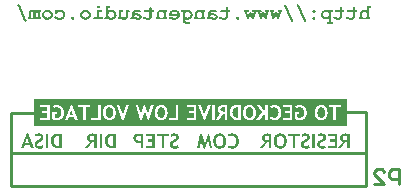
<source format=gbo>
%FSAX24Y24*%
%MOIN*%
G70*
G01*
G75*
G04 Layer_Color=32896*
%ADD10R,0.0630X0.0709*%
%ADD11C,0.0100*%
%ADD12O,0.1181X0.0866*%
%ADD13C,0.0551*%
%ADD14C,0.0591*%
%ADD15R,0.0591X0.0591*%
%ADD16C,0.0079*%
%ADD17R,0.1142X0.1102*%
%ADD18R,0.3400X0.0800*%
G36*
X004862Y006423D02*
X004867Y006422D01*
X004875Y006419D01*
X004878Y006416D01*
X004881Y006414D01*
X004881Y006413D01*
X004882Y006412D01*
X004885Y006408D01*
X004888Y006403D01*
X004890Y006390D01*
X004891Y006385D01*
X004891Y006381D01*
Y006377D01*
Y006376D01*
Y006313D01*
X004917D01*
X004926Y006312D01*
X004934Y006311D01*
X004940Y006310D01*
X004945Y006308D01*
X004949Y006306D01*
X004951Y006304D01*
X004953Y006304D01*
X004954Y006303D01*
X004958Y006299D01*
X004960Y006295D01*
X004963Y006286D01*
X004964Y006282D01*
X004964Y006280D01*
Y006278D01*
Y006277D01*
X004964Y006272D01*
X004963Y006266D01*
X004959Y006258D01*
X004957Y006255D01*
X004955Y006253D01*
X004955Y006252D01*
X004954Y006251D01*
X004949Y006248D01*
X004944Y006246D01*
X004932Y006244D01*
X004926Y006243D01*
X004921Y006242D01*
X004891D01*
Y006086D01*
X004891Y006078D01*
X004890Y006072D01*
X004886Y006058D01*
X004881Y006046D01*
X004875Y006036D01*
X004869Y006028D01*
X004864Y006022D01*
X004860Y006018D01*
X004859Y006017D01*
X004852Y006012D01*
X004845Y006008D01*
X004830Y006001D01*
X004813Y005995D01*
X004797Y005992D01*
X004783Y005990D01*
X004776Y005989D01*
X004771D01*
X004767Y005989D01*
X004760D01*
X004747Y005989D01*
X004733Y005991D01*
X004719Y005992D01*
X004706Y005995D01*
X004694Y005998D01*
X004689Y005998D01*
X004685Y005999D01*
X004681Y006000D01*
X004679Y006001D01*
X004678Y006002D01*
X004677D01*
X004668Y006004D01*
X004660Y006007D01*
X004646Y006012D01*
X004634Y006018D01*
X004625Y006022D01*
X004618Y006026D01*
X004614Y006029D01*
X004611Y006031D01*
X004611Y006032D01*
X004607Y006036D01*
X004604Y006040D01*
X004602Y006044D01*
X004601Y006047D01*
X004600Y006051D01*
X004599Y006053D01*
Y006055D01*
Y006056D01*
X004600Y006061D01*
X004601Y006065D01*
X004604Y006074D01*
X004607Y006077D01*
X004608Y006079D01*
X004609Y006080D01*
X004610Y006081D01*
X004614Y006084D01*
X004617Y006087D01*
X004625Y006090D01*
X004629Y006091D01*
X004631Y006091D01*
X004637D01*
X004642Y006090D01*
X004651Y006087D01*
X004655Y006085D01*
X004658Y006084D01*
X004660Y006083D01*
X004661Y006082D01*
X004678Y006075D01*
X004696Y006069D01*
X004713Y006065D01*
X004728Y006062D01*
X004741Y006061D01*
X004747Y006060D01*
X004751D01*
X004755Y006059D01*
X004760D01*
X004773Y006060D01*
X004784Y006061D01*
X004792Y006062D01*
X004799Y006065D01*
X004805Y006067D01*
X004808Y006068D01*
X004811Y006069D01*
X004811Y006070D01*
X004814Y006074D01*
X004817Y006078D01*
X004819Y006088D01*
X004820Y006093D01*
X004821Y006097D01*
Y006100D01*
Y006100D01*
Y006242D01*
X004691D01*
X004682Y006243D01*
X004675Y006244D01*
X004669Y006245D01*
X004664Y006247D01*
X004660Y006248D01*
X004658Y006250D01*
X004656Y006251D01*
X004655D01*
X004652Y006255D01*
X004649Y006259D01*
X004647Y006264D01*
X004646Y006268D01*
X004645Y006272D01*
X004644Y006275D01*
Y006276D01*
Y006277D01*
X004645Y006283D01*
X004646Y006288D01*
X004649Y006296D01*
X004652Y006299D01*
X004654Y006301D01*
X004655Y006302D01*
X004655Y006303D01*
X004660Y006306D01*
X004665Y006309D01*
X004678Y006311D01*
X004683Y006312D01*
X004687Y006313D01*
X004821D01*
Y006376D01*
X004821Y006385D01*
X004822Y006393D01*
X004824Y006399D01*
X004825Y006404D01*
X004827Y006408D01*
X004829Y006410D01*
X004830Y006412D01*
X004830Y006412D01*
X004834Y006416D01*
X004839Y006419D01*
X004843Y006421D01*
X004847Y006422D01*
X004851Y006423D01*
X004853Y006424D01*
X004856D01*
X004862Y006423D01*
D02*
G37*
G36*
X004121Y006312D02*
X004129Y006311D01*
X004136Y006310D01*
X004141Y006308D01*
X004145Y006306D01*
X004147Y006304D01*
X004149Y006304D01*
X004149Y006303D01*
X004153Y006299D01*
X004155Y006295D01*
X004159Y006286D01*
X004159Y006282D01*
X004160Y006280D01*
Y006278D01*
Y006277D01*
X004159Y006272D01*
X004159Y006266D01*
X004155Y006258D01*
X004152Y006255D01*
X004151Y006253D01*
X004150Y006252D01*
X004149Y006251D01*
X004145Y006248D01*
X004139Y006246D01*
X004127Y006244D01*
X004121Y006243D01*
X004117Y006242D01*
X004100D01*
Y006090D01*
X004099Y006080D01*
X004098Y006071D01*
X004097Y006062D01*
X004095Y006056D01*
X004092Y006051D01*
X004091Y006046D01*
X004090Y006044D01*
X004089Y006043D01*
X004083Y006034D01*
X004077Y006026D01*
X004070Y006019D01*
X004064Y006014D01*
X004058Y006009D01*
X004053Y006006D01*
X004050Y006004D01*
X004050Y006003D01*
X004040Y005998D01*
X004029Y005995D01*
X004019Y005992D01*
X004009Y005990D01*
X004001Y005989D01*
X003995Y005989D01*
X003989D01*
X003971Y005989D01*
X003961Y005991D01*
X003954Y005992D01*
X003947Y005993D01*
X003942Y005995D01*
X003939Y005995D01*
X003937D01*
X003916Y006002D01*
X003906Y006005D01*
X003897Y006008D01*
X003890Y006011D01*
X003884Y006014D01*
X003880Y006015D01*
X003878Y006016D01*
Y006000D01*
X003808D01*
X003799Y006001D01*
X003791Y006002D01*
X003785Y006003D01*
X003780Y006005D01*
X003776Y006006D01*
X003773Y006008D01*
X003772Y006009D01*
X003771D01*
X003767Y006013D01*
X003764Y006018D01*
X003763Y006022D01*
X003761Y006026D01*
X003761Y006030D01*
X003760Y006033D01*
Y006034D01*
Y006035D01*
X003761Y006041D01*
X003761Y006046D01*
X003765Y006054D01*
X003767Y006057D01*
X003770Y006059D01*
X003770Y006060D01*
X003771Y006061D01*
X003776Y006064D01*
X003781Y006067D01*
X003793Y006069D01*
X003799Y006070D01*
X003803Y006071D01*
X003808D01*
Y006313D01*
X003904D01*
X003913Y006312D01*
X003921Y006311D01*
X003928Y006310D01*
X003933Y006308D01*
X003937Y006306D01*
X003939Y006304D01*
X003941Y006304D01*
X003942Y006303D01*
X003945Y006299D01*
X003948Y006295D01*
X003951Y006286D01*
X003952Y006282D01*
X003952Y006280D01*
Y006278D01*
Y006277D01*
X003952Y006272D01*
X003951Y006266D01*
X003947Y006258D01*
X003945Y006255D01*
X003943Y006253D01*
X003942Y006252D01*
X003942Y006251D01*
X003937Y006248D01*
X003931Y006246D01*
X003919Y006244D01*
X003913Y006243D01*
X003909Y006242D01*
X003878D01*
Y006098D01*
X003891Y006091D01*
X003904Y006084D01*
X003914Y006079D01*
X003923Y006075D01*
X003930Y006072D01*
X003936Y006069D01*
X003939Y006068D01*
X003940Y006068D01*
X003949Y006065D01*
X003958Y006063D01*
X003965Y006062D01*
X003972Y006060D01*
X003977D01*
X003982Y006059D01*
X003986D01*
X003993Y006060D01*
X004000Y006061D01*
X004006Y006062D01*
X004010Y006065D01*
X004014Y006066D01*
X004016Y006068D01*
X004018Y006068D01*
X004018Y006069D01*
X004022Y006074D01*
X004025Y006079D01*
X004028Y006090D01*
X004028Y006095D01*
X004029Y006099D01*
Y006102D01*
Y006103D01*
Y006313D01*
X004112D01*
X004121Y006312D01*
D02*
G37*
G36*
X006495Y006320D02*
X006503Y006320D01*
X006511Y006318D01*
X006517Y006317D01*
X006522Y006315D01*
X006525Y006314D01*
X006526Y006314D01*
X006542Y006306D01*
X006550Y006302D01*
X006556Y006298D01*
X006560Y006295D01*
X006565Y006291D01*
X006567Y006290D01*
X006568Y006289D01*
Y006313D01*
X006639D01*
X006648Y006312D01*
X006655Y006311D01*
X006662Y006310D01*
X006668Y006308D01*
X006671Y006306D01*
X006674Y006304D01*
X006675Y006304D01*
X006676Y006303D01*
X006680Y006299D01*
X006682Y006295D01*
X006685Y006286D01*
X006686Y006282D01*
X006687Y006280D01*
Y006278D01*
Y006277D01*
X006686Y006272D01*
X006685Y006266D01*
X006681Y006258D01*
X006679Y006255D01*
X006677Y006253D01*
X006677Y006252D01*
X006676Y006251D01*
X006671Y006248D01*
X006665Y006246D01*
X006653Y006244D01*
X006648Y006243D01*
X006643Y006242D01*
X006639D01*
Y006071D01*
X006648D01*
X006655Y006070D01*
X006661Y006068D01*
X006665Y006068D01*
X006668Y006066D01*
X006671Y006065D01*
X006672Y006064D01*
X006677Y006059D01*
X006680Y006054D01*
X006683Y006049D01*
X006685Y006045D01*
X006686Y006041D01*
X006687Y006038D01*
Y006036D01*
Y006035D01*
X006686Y006030D01*
X006685Y006024D01*
X006681Y006016D01*
X006679Y006013D01*
X006677Y006011D01*
X006677Y006010D01*
X006676Y006009D01*
X006671Y006006D01*
X006665Y006004D01*
X006653Y006002D01*
X006648Y006001D01*
X006643Y006000D01*
X006568D01*
X006559Y006001D01*
X006551Y006002D01*
X006545Y006003D01*
X006540Y006005D01*
X006536Y006006D01*
X006534Y006008D01*
X006532Y006009D01*
X006531D01*
X006528Y006013D01*
X006524Y006018D01*
X006523Y006022D01*
X006521Y006026D01*
X006521Y006030D01*
X006520Y006033D01*
Y006034D01*
Y006035D01*
X006521Y006041D01*
X006522Y006046D01*
X006528Y006056D01*
X006531Y006059D01*
X006533Y006062D01*
X006534Y006063D01*
X006535Y006064D01*
X006538Y006066D01*
X006543Y006068D01*
X006554Y006070D01*
X006559Y006071D01*
X006568D01*
Y006202D01*
X006558Y006212D01*
X006549Y006221D01*
X006540Y006228D01*
X006534Y006233D01*
X006529Y006237D01*
X006524Y006240D01*
X006522Y006240D01*
X006521Y006241D01*
X006515Y006244D01*
X006507Y006247D01*
X006500Y006249D01*
X006493Y006250D01*
X006487Y006250D01*
X006483Y006251D01*
X006479D01*
X006467Y006250D01*
X006457Y006249D01*
X006449Y006247D01*
X006442Y006244D01*
X006437Y006241D01*
X006433Y006239D01*
X006431Y006237D01*
X006430Y006237D01*
X006426Y006232D01*
X006422Y006227D01*
X006420Y006221D01*
X006419Y006216D01*
X006418Y006211D01*
X006417Y006207D01*
Y006204D01*
Y006203D01*
Y006071D01*
X006426Y006070D01*
X006434Y006069D01*
X006441Y006068D01*
X006446Y006066D01*
X006450Y006064D01*
X006452Y006062D01*
X006454Y006062D01*
X006454Y006061D01*
X006458Y006057D01*
X006461Y006053D01*
X006464Y006044D01*
X006464Y006040D01*
X006465Y006038D01*
Y006036D01*
Y006035D01*
X006464Y006030D01*
X006464Y006024D01*
X006460Y006016D01*
X006457Y006013D01*
X006456Y006011D01*
X006455Y006010D01*
X006454Y006009D01*
X006450Y006006D01*
X006444Y006004D01*
X006432Y006002D01*
X006426Y006001D01*
X006422Y006000D01*
X006346D01*
X006337Y006001D01*
X006330Y006002D01*
X006324Y006003D01*
X006318Y006005D01*
X006314Y006006D01*
X006312Y006008D01*
X006311Y006009D01*
X006310D01*
X006306Y006013D01*
X006303Y006018D01*
X006301Y006022D01*
X006300Y006026D01*
X006299Y006030D01*
X006298Y006033D01*
Y006034D01*
Y006035D01*
X006299Y006041D01*
X006300Y006046D01*
X006304Y006054D01*
X006306Y006057D01*
X006308Y006059D01*
X006309Y006060D01*
X006310Y006061D01*
X006314Y006064D01*
X006320Y006067D01*
X006332Y006069D01*
X006337Y006070D01*
X006342Y006071D01*
X006346D01*
Y006202D01*
X006348Y006220D01*
X006351Y006235D01*
X006356Y006250D01*
X006361Y006261D01*
X006367Y006270D01*
X006371Y006277D01*
X006375Y006281D01*
X006376Y006282D01*
X006383Y006289D01*
X006391Y006295D01*
X006399Y006301D01*
X006407Y006305D01*
X006423Y006312D01*
X006439Y006317D01*
X006453Y006320D01*
X006459Y006320D01*
X006464Y006321D01*
X006469Y006322D01*
X006485D01*
X006495Y006320D01*
D02*
G37*
G36*
X011208Y006423D02*
X011214Y006422D01*
X011222Y006419D01*
X011225Y006416D01*
X011227Y006414D01*
X011228Y006413D01*
X011229Y006412D01*
X011232Y006408D01*
X011234Y006403D01*
X011237Y006390D01*
X011237Y006385D01*
X011238Y006381D01*
Y006377D01*
Y006376D01*
Y006313D01*
X011264D01*
X011273Y006312D01*
X011281Y006311D01*
X011287Y006310D01*
X011292Y006308D01*
X011296Y006306D01*
X011298Y006304D01*
X011300Y006304D01*
X011300Y006303D01*
X011304Y006299D01*
X011307Y006295D01*
X011310Y006286D01*
X011310Y006282D01*
X011311Y006280D01*
Y006278D01*
Y006277D01*
X011310Y006272D01*
X011310Y006266D01*
X011306Y006258D01*
X011304Y006255D01*
X011302Y006253D01*
X011301Y006252D01*
X011300Y006251D01*
X011296Y006248D01*
X011291Y006246D01*
X011278Y006244D01*
X011272Y006243D01*
X011268Y006242D01*
X011238D01*
Y006086D01*
X011237Y006078D01*
X011237Y006072D01*
X011233Y006058D01*
X011227Y006046D01*
X011221Y006036D01*
X011216Y006028D01*
X011211Y006022D01*
X011207Y006018D01*
X011205Y006017D01*
X011199Y006012D01*
X011192Y006008D01*
X011176Y006001D01*
X011160Y005995D01*
X011144Y005992D01*
X011129Y005990D01*
X011123Y005989D01*
X011118D01*
X011113Y005989D01*
X011107D01*
X011094Y005989D01*
X011080Y005991D01*
X011065Y005992D01*
X011052Y005995D01*
X011041Y005998D01*
X011036Y005998D01*
X011032Y005999D01*
X011028Y006000D01*
X011026Y006001D01*
X011024Y006002D01*
X011023D01*
X011014Y006004D01*
X011007Y006007D01*
X010992Y006012D01*
X010981Y006018D01*
X010972Y006022D01*
X010965Y006026D01*
X010960Y006029D01*
X010958Y006031D01*
X010957Y006032D01*
X010953Y006036D01*
X010950Y006040D01*
X010949Y006044D01*
X010947Y006047D01*
X010947Y006051D01*
X010946Y006053D01*
Y006055D01*
Y006056D01*
X010947Y006061D01*
X010947Y006065D01*
X010951Y006074D01*
X010953Y006077D01*
X010955Y006079D01*
X010956Y006080D01*
X010957Y006081D01*
X010960Y006084D01*
X010964Y006087D01*
X010972Y006090D01*
X010976Y006091D01*
X010978Y006091D01*
X010984D01*
X010988Y006090D01*
X010998Y006087D01*
X011001Y006085D01*
X011004Y006084D01*
X011007Y006083D01*
X011008Y006082D01*
X011025Y006075D01*
X011043Y006069D01*
X011059Y006065D01*
X011074Y006062D01*
X011087Y006061D01*
X011094Y006060D01*
X011098D01*
X011102Y006059D01*
X011107D01*
X011120Y006060D01*
X011131Y006061D01*
X011139Y006062D01*
X011146Y006065D01*
X011151Y006067D01*
X011155Y006068D01*
X011157Y006069D01*
X011158Y006070D01*
X011161Y006074D01*
X011164Y006078D01*
X011166Y006088D01*
X011167Y006093D01*
X011167Y006097D01*
Y006100D01*
Y006100D01*
Y006242D01*
X011038D01*
X011029Y006243D01*
X011022Y006244D01*
X011016Y006245D01*
X011011Y006247D01*
X011007Y006248D01*
X011004Y006250D01*
X011003Y006251D01*
X011002D01*
X010998Y006255D01*
X010995Y006259D01*
X010994Y006264D01*
X010992Y006268D01*
X010992Y006272D01*
X010991Y006275D01*
Y006276D01*
Y006277D01*
X010992Y006283D01*
X010992Y006288D01*
X010996Y006296D01*
X010998Y006299D01*
X011001Y006301D01*
X011001Y006302D01*
X011002Y006303D01*
X011007Y006306D01*
X011012Y006309D01*
X011024Y006311D01*
X011030Y006312D01*
X011034Y006313D01*
X011167D01*
Y006376D01*
X011168Y006385D01*
X011169Y006393D01*
X011170Y006399D01*
X011172Y006404D01*
X011174Y006408D01*
X011176Y006410D01*
X011176Y006412D01*
X011177Y006412D01*
X011181Y006416D01*
X011186Y006419D01*
X011189Y006421D01*
X011194Y006422D01*
X011198Y006423D01*
X011200Y006424D01*
X011203D01*
X011208Y006423D01*
D02*
G37*
G36*
X007400D02*
X007406Y006422D01*
X007414Y006419D01*
X007417Y006416D01*
X007419Y006414D01*
X007420Y006413D01*
X007421Y006412D01*
X007424Y006408D01*
X007426Y006403D01*
X007429Y006390D01*
X007429Y006385D01*
X007430Y006381D01*
Y006377D01*
Y006376D01*
Y006313D01*
X007456D01*
X007465Y006312D01*
X007473Y006311D01*
X007479Y006310D01*
X007484Y006308D01*
X007488Y006306D01*
X007490Y006304D01*
X007492Y006304D01*
X007492Y006303D01*
X007496Y006299D01*
X007499Y006295D01*
X007502Y006286D01*
X007502Y006282D01*
X007503Y006280D01*
Y006278D01*
Y006277D01*
X007502Y006272D01*
X007502Y006266D01*
X007498Y006258D01*
X007495Y006255D01*
X007494Y006253D01*
X007493Y006252D01*
X007492Y006251D01*
X007488Y006248D01*
X007483Y006246D01*
X007470Y006244D01*
X007464Y006243D01*
X007460Y006242D01*
X007430D01*
Y006086D01*
X007429Y006078D01*
X007429Y006072D01*
X007425Y006058D01*
X007419Y006046D01*
X007413Y006036D01*
X007408Y006028D01*
X007403Y006022D01*
X007399Y006018D01*
X007397Y006017D01*
X007390Y006012D01*
X007384Y006008D01*
X007368Y006001D01*
X007352Y005995D01*
X007336Y005992D01*
X007321Y005990D01*
X007315Y005989D01*
X007310D01*
X007305Y005989D01*
X007299D01*
X007285Y005989D01*
X007272Y005991D01*
X007257Y005992D01*
X007244Y005995D01*
X007233Y005998D01*
X007228Y005998D01*
X007224Y005999D01*
X007220Y006000D01*
X007218Y006001D01*
X007216Y006002D01*
X007215D01*
X007206Y006004D01*
X007199Y006007D01*
X007184Y006012D01*
X007173Y006018D01*
X007164Y006022D01*
X007157Y006026D01*
X007152Y006029D01*
X007150Y006031D01*
X007149Y006032D01*
X007145Y006036D01*
X007142Y006040D01*
X007141Y006044D01*
X007139Y006047D01*
X007139Y006051D01*
X007138Y006053D01*
Y006055D01*
Y006056D01*
X007139Y006061D01*
X007139Y006065D01*
X007143Y006074D01*
X007145Y006077D01*
X007147Y006079D01*
X007148Y006080D01*
X007148Y006081D01*
X007152Y006084D01*
X007156Y006087D01*
X007164Y006090D01*
X007168Y006091D01*
X007170Y006091D01*
X007176D01*
X007180Y006090D01*
X007190Y006087D01*
X007193Y006085D01*
X007196Y006084D01*
X007199Y006083D01*
X007199Y006082D01*
X007217Y006075D01*
X007234Y006069D01*
X007251Y006065D01*
X007266Y006062D01*
X007279Y006061D01*
X007285Y006060D01*
X007290D01*
X007294Y006059D01*
X007299D01*
X007312Y006060D01*
X007323Y006061D01*
X007331Y006062D01*
X007338Y006065D01*
X007343Y006067D01*
X007347Y006068D01*
X007349Y006069D01*
X007350Y006070D01*
X007353Y006074D01*
X007355Y006078D01*
X007358Y006088D01*
X007359Y006093D01*
X007359Y006097D01*
Y006100D01*
Y006100D01*
Y006242D01*
X007230D01*
X007221Y006243D01*
X007214Y006244D01*
X007208Y006245D01*
X007203Y006247D01*
X007199Y006248D01*
X007196Y006250D01*
X007195Y006251D01*
X007194D01*
X007190Y006255D01*
X007187Y006259D01*
X007186Y006264D01*
X007184Y006268D01*
X007183Y006272D01*
X007183Y006275D01*
Y006276D01*
Y006277D01*
X007183Y006283D01*
X007184Y006288D01*
X007188Y006296D01*
X007190Y006299D01*
X007193Y006301D01*
X007193Y006302D01*
X007194Y006303D01*
X007199Y006306D01*
X007204Y006309D01*
X007216Y006311D01*
X007222Y006312D01*
X007226Y006313D01*
X007359D01*
Y006376D01*
X007360Y006385D01*
X007361Y006393D01*
X007362Y006399D01*
X007364Y006404D01*
X007366Y006408D01*
X007368Y006410D01*
X007368Y006412D01*
X007369Y006412D01*
X007373Y006416D01*
X007378Y006419D01*
X007381Y006421D01*
X007386Y006422D01*
X007390Y006423D01*
X007392Y006424D01*
X007395D01*
X007400Y006423D01*
D02*
G37*
G36*
X005671Y006321D02*
X005684Y006320D01*
X005696Y006317D01*
X005708Y006314D01*
X005729Y006307D01*
X005739Y006303D01*
X005747Y006298D01*
X005756Y006294D01*
X005763Y006290D01*
X005769Y006285D01*
X005774Y006282D01*
X005779Y006279D01*
X005782Y006277D01*
X005783Y006275D01*
X005784Y006275D01*
X005794Y006266D01*
X005802Y006256D01*
X005809Y006247D01*
X005816Y006236D01*
X005821Y006226D01*
X005825Y006216D01*
X005829Y006206D01*
X005832Y006197D01*
X005834Y006188D01*
X005836Y006180D01*
X005837Y006173D01*
X005838Y006166D01*
Y006161D01*
X005839Y006157D01*
Y006154D01*
Y006154D01*
X005838Y006141D01*
X005837Y006129D01*
X005834Y006117D01*
X005831Y006106D01*
X005823Y006086D01*
X005818Y006077D01*
X005814Y006068D01*
X005809Y006061D01*
X005805Y006055D01*
X005800Y006049D01*
X005796Y006044D01*
X005793Y006040D01*
X005791Y006038D01*
X005789Y006037D01*
X005789Y006036D01*
X005779Y006027D01*
X005768Y006021D01*
X005757Y006014D01*
X005746Y006008D01*
X005735Y006004D01*
X005723Y006000D01*
X005702Y005995D01*
X005692Y005992D01*
X005683Y005991D01*
X005674Y005990D01*
X005667Y005989D01*
X005661Y005989D01*
X005653D01*
X005635Y005989D01*
X005616Y005990D01*
X005599Y005992D01*
X005583Y005995D01*
X005570Y005996D01*
X005564Y005998D01*
X005560Y005998D01*
X005556Y005999D01*
X005553D01*
X005551Y006000D01*
X005550D01*
X005540Y006002D01*
X005532Y006005D01*
X005525Y006007D01*
X005518Y006008D01*
X005512Y006011D01*
X005505Y006013D01*
X005497Y006017D01*
X005490Y006020D01*
X005486Y006022D01*
X005484Y006024D01*
X005483Y006024D01*
X005480Y006028D01*
X005477Y006032D01*
X005474Y006040D01*
X005474Y006043D01*
X005473Y006045D01*
Y006046D01*
Y006047D01*
X005474Y006053D01*
X005474Y006058D01*
X005477Y006065D01*
X005480Y006068D01*
X005481Y006071D01*
X005482Y006072D01*
X005483Y006072D01*
X005486Y006076D01*
X005490Y006078D01*
X005498Y006081D01*
X005502Y006082D01*
X005504Y006083D01*
X005511D01*
X005517Y006082D01*
X005529Y006080D01*
X005534Y006078D01*
X005539Y006077D01*
X005542Y006076D01*
X005544D01*
X005567Y006071D01*
X005588Y006066D01*
X005605Y006063D01*
X005613Y006062D01*
X005620Y006062D01*
X005626Y006061D01*
X005632Y006060D01*
X005637D01*
X005641Y006059D01*
X005648D01*
X005665Y006060D01*
X005680Y006062D01*
X005693Y006065D01*
X005704Y006068D01*
X005712Y006071D01*
X005719Y006074D01*
X005722Y006075D01*
X005724Y006076D01*
X005734Y006083D01*
X005742Y006090D01*
X005748Y006097D01*
X005754Y006104D01*
X005758Y006110D01*
X005760Y006116D01*
X005762Y006119D01*
X005763Y006120D01*
X005473D01*
X005474Y006150D01*
X005474Y006162D01*
X005475Y006174D01*
X005477Y006184D01*
X005479Y006193D01*
X005481Y006201D01*
X005483Y006206D01*
X005483Y006209D01*
X005484Y006211D01*
X005491Y006224D01*
X005498Y006237D01*
X005505Y006247D01*
X005511Y006256D01*
X005517Y006264D01*
X005521Y006269D01*
X005525Y006272D01*
X005525Y006274D01*
X005533Y006280D01*
X005541Y006286D01*
X005550Y006292D01*
X005559Y006297D01*
X005567Y006301D01*
X005573Y006304D01*
X005578Y006306D01*
X005579Y006307D01*
X005579D01*
X005593Y006312D01*
X005607Y006316D01*
X005620Y006318D01*
X005632Y006320D01*
X005642Y006321D01*
X005650Y006322D01*
X005658D01*
X005671Y006321D01*
D02*
G37*
G36*
X005225Y006320D02*
X005234Y006320D01*
X005241Y006318D01*
X005247Y006317D01*
X005253Y006315D01*
X005256Y006314D01*
X005257Y006314D01*
X005273Y006306D01*
X005280Y006302D01*
X005286Y006298D01*
X005291Y006295D01*
X005295Y006291D01*
X005298Y006290D01*
X005298Y006289D01*
Y006313D01*
X005369D01*
X005378Y006312D01*
X005386Y006311D01*
X005393Y006310D01*
X005398Y006308D01*
X005402Y006306D01*
X005404Y006304D01*
X005406Y006304D01*
X005407Y006303D01*
X005410Y006299D01*
X005413Y006295D01*
X005416Y006286D01*
X005416Y006282D01*
X005417Y006280D01*
Y006278D01*
Y006277D01*
X005416Y006272D01*
X005416Y006266D01*
X005412Y006258D01*
X005410Y006255D01*
X005408Y006253D01*
X005407Y006252D01*
X005407Y006251D01*
X005402Y006248D01*
X005396Y006246D01*
X005384Y006244D01*
X005378Y006243D01*
X005374Y006242D01*
X005369D01*
Y006071D01*
X005378D01*
X005386Y006070D01*
X005391Y006068D01*
X005396Y006068D01*
X005399Y006066D01*
X005401Y006065D01*
X005403Y006064D01*
X005407Y006059D01*
X005411Y006054D01*
X005413Y006049D01*
X005416Y006045D01*
X005416Y006041D01*
X005417Y006038D01*
Y006036D01*
Y006035D01*
X005416Y006030D01*
X005416Y006024D01*
X005412Y006016D01*
X005410Y006013D01*
X005408Y006011D01*
X005407Y006010D01*
X005407Y006009D01*
X005402Y006006D01*
X005396Y006004D01*
X005384Y006002D01*
X005378Y006001D01*
X005374Y006000D01*
X005298D01*
X005289Y006001D01*
X005282Y006002D01*
X005276Y006003D01*
X005270Y006005D01*
X005267Y006006D01*
X005264Y006008D01*
X005263Y006009D01*
X005262D01*
X005258Y006013D01*
X005255Y006018D01*
X005254Y006022D01*
X005252Y006026D01*
X005251Y006030D01*
X005251Y006033D01*
Y006034D01*
Y006035D01*
X005251Y006041D01*
X005253Y006046D01*
X005258Y006056D01*
X005261Y006059D01*
X005263Y006062D01*
X005265Y006063D01*
X005266Y006064D01*
X005269Y006066D01*
X005273Y006068D01*
X005285Y006070D01*
X005290Y006071D01*
X005298D01*
Y006202D01*
X005289Y006212D01*
X005279Y006221D01*
X005271Y006228D01*
X005265Y006233D01*
X005260Y006237D01*
X005255Y006240D01*
X005253Y006240D01*
X005252Y006241D01*
X005245Y006244D01*
X005238Y006247D01*
X005231Y006249D01*
X005224Y006250D01*
X005218Y006250D01*
X005213Y006251D01*
X005209D01*
X005198Y006250D01*
X005188Y006249D01*
X005180Y006247D01*
X005173Y006244D01*
X005168Y006241D01*
X005164Y006239D01*
X005162Y006237D01*
X005161Y006237D01*
X005156Y006232D01*
X005153Y006227D01*
X005151Y006221D01*
X005149Y006216D01*
X005149Y006211D01*
X005148Y006207D01*
Y006204D01*
Y006203D01*
Y006071D01*
X005157Y006070D01*
X005165Y006069D01*
X005171Y006068D01*
X005177Y006066D01*
X005181Y006064D01*
X005183Y006062D01*
X005184Y006062D01*
X005185Y006061D01*
X005189Y006057D01*
X005191Y006053D01*
X005194Y006044D01*
X005195Y006040D01*
X005196Y006038D01*
Y006036D01*
Y006035D01*
X005195Y006030D01*
X005194Y006024D01*
X005190Y006016D01*
X005188Y006013D01*
X005187Y006011D01*
X005186Y006010D01*
X005185Y006009D01*
X005181Y006006D01*
X005174Y006004D01*
X005162Y006002D01*
X005157Y006001D01*
X005152Y006000D01*
X005077D01*
X005068Y006001D01*
X005060Y006002D01*
X005054Y006003D01*
X005049Y006005D01*
X005045Y006006D01*
X005043Y006008D01*
X005041Y006009D01*
X005041D01*
X005037Y006013D01*
X005034Y006018D01*
X005032Y006022D01*
X005031Y006026D01*
X005030Y006030D01*
X005029Y006033D01*
Y006034D01*
Y006035D01*
X005030Y006041D01*
X005031Y006046D01*
X005034Y006054D01*
X005037Y006057D01*
X005039Y006059D01*
X005040Y006060D01*
X005041Y006061D01*
X005045Y006064D01*
X005050Y006067D01*
X005063Y006069D01*
X005068Y006070D01*
X005072Y006071D01*
X005077D01*
Y006202D01*
X005079Y006220D01*
X005082Y006235D01*
X005086Y006250D01*
X005092Y006261D01*
X005098Y006270D01*
X005102Y006277D01*
X005105Y006281D01*
X005107Y006282D01*
X005114Y006289D01*
X005121Y006295D01*
X005130Y006301D01*
X005138Y006305D01*
X005154Y006312D01*
X005170Y006317D01*
X005184Y006320D01*
X005190Y006320D01*
X005195Y006321D01*
X005200Y006322D01*
X005216D01*
X005225Y006320D01*
D02*
G37*
G36*
X010031Y002200D02*
X010043Y002199D01*
X010063Y002195D01*
X010081Y002189D01*
X010090Y002186D01*
X010097Y002182D01*
X010104Y002178D01*
X010110Y002175D01*
X010115Y002172D01*
X010119Y002169D01*
X010122Y002166D01*
X010124Y002164D01*
X010126Y002163D01*
X010126Y002163D01*
X010133Y002156D01*
X010140Y002148D01*
X010145Y002140D01*
X010150Y002132D01*
X010158Y002116D01*
X010162Y002101D01*
X010165Y002088D01*
X010166Y002082D01*
X010167Y002077D01*
X010167Y002073D01*
Y002070D01*
Y002068D01*
Y002068D01*
X010167Y002056D01*
X010166Y002046D01*
X010164Y002036D01*
X010162Y002029D01*
X010161Y002022D01*
X010159Y002017D01*
X010158Y002014D01*
X010158Y002012D01*
X010153Y002003D01*
X010148Y001995D01*
X010143Y001987D01*
X010139Y001981D01*
X010134Y001975D01*
X010130Y001972D01*
X010128Y001969D01*
X010127Y001969D01*
X010123Y001965D01*
X010118Y001961D01*
X010107Y001953D01*
X010094Y001946D01*
X010081Y001938D01*
X010070Y001931D01*
X010065Y001929D01*
X010060Y001926D01*
X010056Y001925D01*
X010053Y001923D01*
X010052Y001921D01*
X010051D01*
X010040Y001916D01*
X010031Y001912D01*
X010023Y001906D01*
X010015Y001902D01*
X010008Y001897D01*
X010002Y001893D01*
X009992Y001886D01*
X009985Y001879D01*
X009980Y001874D01*
X009976Y001871D01*
X009976Y001870D01*
X009970Y001862D01*
X009965Y001854D01*
X009962Y001845D01*
X009960Y001838D01*
X009958Y001832D01*
X009957Y001827D01*
Y001824D01*
Y001823D01*
X009958Y001813D01*
X009961Y001805D01*
X009964Y001798D01*
X009970Y001792D01*
X009976Y001787D01*
X009982Y001782D01*
X009989Y001778D01*
X009996Y001776D01*
X010011Y001772D01*
X010017Y001771D01*
X010023Y001770D01*
X010028Y001769D01*
X010035D01*
X010044Y001770D01*
X010053Y001771D01*
X010072Y001775D01*
X010089Y001781D01*
X010104Y001788D01*
X010117Y001794D01*
X010123Y001797D01*
X010127Y001800D01*
X010131Y001803D01*
X010134Y001804D01*
X010136Y001805D01*
X010136Y001806D01*
X010168Y001727D01*
X010158Y001721D01*
X010147Y001715D01*
X010126Y001706D01*
X010105Y001700D01*
X010085Y001696D01*
X010077Y001695D01*
X010069Y001693D01*
X010062Y001692D01*
X010056D01*
X010051Y001692D01*
X010044D01*
X010030Y001692D01*
X010016Y001693D01*
X010003Y001695D01*
X009991Y001698D01*
X009980Y001701D01*
X009970Y001704D01*
X009960Y001707D01*
X009951Y001711D01*
X009944Y001714D01*
X009937Y001717D01*
X009932Y001721D01*
X009926Y001724D01*
X009922Y001726D01*
X009920Y001728D01*
X009919Y001729D01*
X009918Y001730D01*
X009910Y001737D01*
X009903Y001745D01*
X009896Y001753D01*
X009890Y001762D01*
X009886Y001770D01*
X009882Y001778D01*
X009877Y001794D01*
X009873Y001807D01*
X009872Y001813D01*
X009871Y001819D01*
X009871Y001823D01*
Y001826D01*
Y001828D01*
Y001829D01*
X009871Y001841D01*
X009872Y001851D01*
X009875Y001862D01*
X009876Y001870D01*
X009878Y001878D01*
X009881Y001883D01*
X009881Y001886D01*
X009882Y001888D01*
X009887Y001898D01*
X009892Y001907D01*
X009897Y001915D01*
X009903Y001922D01*
X009908Y001928D01*
X009912Y001932D01*
X009915Y001935D01*
X009916Y001936D01*
X009925Y001944D01*
X009936Y001951D01*
X009948Y001959D01*
X009960Y001966D01*
X009970Y001972D01*
X009979Y001976D01*
X009983Y001978D01*
X009985Y001979D01*
X009986Y001980D01*
X009987D01*
X010003Y001988D01*
X010018Y001997D01*
X010031Y002005D01*
X010040Y002013D01*
X010050Y002021D01*
X010057Y002028D01*
X010063Y002035D01*
X010069Y002042D01*
X010072Y002047D01*
X010075Y002052D01*
X010077Y002057D01*
X010078Y002061D01*
X010079Y002064D01*
X010080Y002067D01*
Y002068D01*
Y002068D01*
X010079Y002077D01*
X010078Y002086D01*
X010075Y002093D01*
X010072Y002099D01*
X010069Y002104D01*
X010066Y002107D01*
X010065Y002109D01*
X010064Y002110D01*
X010057Y002116D01*
X010050Y002119D01*
X010042Y002122D01*
X010034Y002124D01*
X010027Y002125D01*
X010022Y002126D01*
X010008D01*
X009999Y002125D01*
X009980Y002121D01*
X009964Y002116D01*
X009950Y002110D01*
X009938Y002104D01*
X009932Y002101D01*
X009929Y002099D01*
X009925Y002096D01*
X009922Y002095D01*
X009921Y002094D01*
X009920Y002093D01*
X009894Y002169D01*
X009902Y002174D01*
X009910Y002179D01*
X009930Y002187D01*
X009951Y002193D01*
X009971Y002197D01*
X009981Y002198D01*
X009990Y002199D01*
X009998Y002200D01*
X010005D01*
X010011Y002201D01*
X010019D01*
X010031Y002200D01*
D02*
G37*
G36*
X010575D02*
X010586Y002199D01*
X010607Y002195D01*
X010625Y002189D01*
X010633Y002186D01*
X010641Y002182D01*
X010647Y002178D01*
X010653Y002175D01*
X010658Y002172D01*
X010662Y002169D01*
X010665Y002166D01*
X010667Y002164D01*
X010669Y002163D01*
X010670Y002163D01*
X010677Y002156D01*
X010683Y002148D01*
X010689Y002140D01*
X010693Y002132D01*
X010701Y002116D01*
X010706Y002101D01*
X010709Y002088D01*
X010709Y002082D01*
X010710Y002077D01*
X010711Y002073D01*
Y002070D01*
Y002068D01*
Y002068D01*
X010710Y002056D01*
X010709Y002046D01*
X010708Y002036D01*
X010706Y002029D01*
X010704Y002022D01*
X010702Y002017D01*
X010702Y002014D01*
X010701Y002012D01*
X010696Y002003D01*
X010692Y001995D01*
X010686Y001987D01*
X010682Y001981D01*
X010677Y001975D01*
X010674Y001972D01*
X010671Y001969D01*
X010671Y001969D01*
X010667Y001965D01*
X010661Y001961D01*
X010650Y001953D01*
X010638Y001946D01*
X010625Y001938D01*
X010613Y001931D01*
X010608Y001929D01*
X010604Y001926D01*
X010600Y001925D01*
X010597Y001923D01*
X010595Y001921D01*
X010594D01*
X010584Y001916D01*
X010575Y001912D01*
X010566Y001906D01*
X010559Y001902D01*
X010552Y001897D01*
X010546Y001893D01*
X010535Y001886D01*
X010528Y001879D01*
X010523Y001874D01*
X010520Y001871D01*
X010519Y001870D01*
X010513Y001862D01*
X010508Y001854D01*
X010505Y001845D01*
X010503Y001838D01*
X010502Y001832D01*
X010501Y001827D01*
Y001824D01*
Y001823D01*
X010502Y001813D01*
X010504Y001805D01*
X010508Y001798D01*
X010513Y001792D01*
X010519Y001787D01*
X010525Y001782D01*
X010532Y001778D01*
X010540Y001776D01*
X010554Y001772D01*
X010560Y001771D01*
X010566Y001770D01*
X010572Y001769D01*
X010578D01*
X010588Y001770D01*
X010597Y001771D01*
X010615Y001775D01*
X010632Y001781D01*
X010648Y001788D01*
X010661Y001794D01*
X010666Y001797D01*
X010671Y001800D01*
X010674Y001803D01*
X010677Y001804D01*
X010679Y001805D01*
X010680Y001806D01*
X010712Y001727D01*
X010701Y001721D01*
X010690Y001715D01*
X010669Y001706D01*
X010648Y001700D01*
X010629Y001696D01*
X010620Y001695D01*
X010613Y001693D01*
X010605Y001692D01*
X010599D01*
X010594Y001692D01*
X010588D01*
X010573Y001692D01*
X010559Y001693D01*
X010546Y001695D01*
X010534Y001698D01*
X010523Y001701D01*
X010513Y001704D01*
X010503Y001707D01*
X010495Y001711D01*
X010487Y001714D01*
X010480Y001717D01*
X010475Y001721D01*
X010470Y001724D01*
X010466Y001726D01*
X010464Y001728D01*
X010462Y001729D01*
X010461Y001730D01*
X010453Y001737D01*
X010446Y001745D01*
X010439Y001753D01*
X010434Y001762D01*
X010429Y001770D01*
X010425Y001778D01*
X010420Y001794D01*
X010416Y001807D01*
X010416Y001813D01*
X010415Y001819D01*
X010414Y001823D01*
Y001826D01*
Y001828D01*
Y001829D01*
X010415Y001841D01*
X010416Y001851D01*
X010418Y001862D01*
X010419Y001870D01*
X010422Y001878D01*
X010424Y001883D01*
X010425Y001886D01*
X010425Y001888D01*
X010430Y001898D01*
X010435Y001907D01*
X010441Y001915D01*
X010447Y001922D01*
X010451Y001928D01*
X010455Y001932D01*
X010458Y001935D01*
X010459Y001936D01*
X010468Y001944D01*
X010480Y001951D01*
X010491Y001959D01*
X010503Y001966D01*
X010514Y001972D01*
X010522Y001976D01*
X010526Y001978D01*
X010528Y001979D01*
X010530Y001980D01*
X010530D01*
X010546Y001988D01*
X010561Y001997D01*
X010574Y002005D01*
X010584Y002013D01*
X010593Y002021D01*
X010601Y002028D01*
X010607Y002035D01*
X010612Y002042D01*
X010616Y002047D01*
X010619Y002052D01*
X010620Y002057D01*
X010622Y002061D01*
X010623Y002064D01*
X010623Y002067D01*
Y002068D01*
Y002068D01*
X010623Y002077D01*
X010621Y002086D01*
X010618Y002093D01*
X010615Y002099D01*
X010613Y002104D01*
X010610Y002107D01*
X010608Y002109D01*
X010607Y002110D01*
X010601Y002116D01*
X010593Y002119D01*
X010585Y002122D01*
X010578Y002124D01*
X010571Y002125D01*
X010565Y002126D01*
X010551D01*
X010542Y002125D01*
X010524Y002121D01*
X010508Y002116D01*
X010493Y002110D01*
X010481Y002104D01*
X010476Y002101D01*
X010472Y002099D01*
X010468Y002096D01*
X010466Y002095D01*
X010464Y002094D01*
X010464Y002093D01*
X010437Y002169D01*
X010445Y002174D01*
X010454Y002179D01*
X010473Y002187D01*
X010494Y002193D01*
X010515Y002197D01*
X010524Y002198D01*
X010534Y002199D01*
X010541Y002200D01*
X010549D01*
X010554Y002201D01*
X010562D01*
X010575Y002200D01*
D02*
G37*
G36*
X008778Y002196D02*
X008792D01*
X008804Y002195D01*
X008815Y002195D01*
X008824D01*
X008828Y002194D01*
X008842D01*
X008849Y002193D01*
X008856D01*
X008862Y002192D01*
X008872D01*
X008879Y002192D01*
X008889D01*
Y001700D01*
X008798D01*
Y001905D01*
X008786Y001905D01*
X008775Y001904D01*
X008766D01*
X008758Y001903D01*
X008744D01*
X008611Y001700D01*
X008511D01*
X008657Y001921D01*
X008642Y001928D01*
X008630Y001935D01*
X008619Y001944D01*
X008609Y001952D01*
X008601Y001960D01*
X008596Y001966D01*
X008593Y001970D01*
X008591Y001971D01*
Y001972D01*
X008583Y001985D01*
X008576Y002000D01*
X008572Y002013D01*
X008569Y002026D01*
X008567Y002036D01*
X008566Y002044D01*
Y002047D01*
Y002049D01*
Y002051D01*
Y002052D01*
X008566Y002065D01*
X008568Y002077D01*
X008570Y002089D01*
X008574Y002100D01*
X008578Y002109D01*
X008583Y002119D01*
X008594Y002135D01*
X008609Y002150D01*
X008625Y002161D01*
X008642Y002171D01*
X008659Y002179D01*
X008677Y002185D01*
X008693Y002189D01*
X008709Y002192D01*
X008724Y002195D01*
X008735Y002196D01*
X008741D01*
X008744Y002197D01*
X008765D01*
X008778Y002196D01*
D02*
G37*
G36*
X003213Y006312D02*
X003221Y006311D01*
X003228Y006310D01*
X003233Y006308D01*
X003237Y006306D01*
X003239Y006304D01*
X003241Y006304D01*
X003242Y006303D01*
X003245Y006299D01*
X003248Y006295D01*
X003251Y006286D01*
X003251Y006282D01*
X003252Y006280D01*
Y006278D01*
Y006277D01*
X003251Y006272D01*
X003251Y006266D01*
X003247Y006258D01*
X003245Y006255D01*
X003243Y006253D01*
X003242Y006252D01*
X003242Y006251D01*
X003237Y006248D01*
X003231Y006246D01*
X003219Y006244D01*
X003213Y006243D01*
X003209Y006242D01*
X003147D01*
Y006071D01*
X003232D01*
X003241Y006070D01*
X003248Y006069D01*
X003255Y006068D01*
X003261Y006066D01*
X003264Y006064D01*
X003267Y006062D01*
X003268Y006062D01*
X003269Y006061D01*
X003273Y006057D01*
X003275Y006053D01*
X003278Y006044D01*
X003279Y006040D01*
X003280Y006038D01*
Y006036D01*
Y006035D01*
X003279Y006030D01*
X003278Y006024D01*
X003274Y006016D01*
X003272Y006013D01*
X003270Y006011D01*
X003270Y006010D01*
X003269Y006009D01*
X003264Y006006D01*
X003258Y006004D01*
X003246Y006002D01*
X003241Y006001D01*
X003236Y006000D01*
X002992D01*
X002983Y006001D01*
X002975Y006002D01*
X002969Y006003D01*
X002964Y006005D01*
X002960Y006006D01*
X002958Y006008D01*
X002956Y006009D01*
X002955D01*
X002952Y006013D01*
X002949Y006018D01*
X002947Y006022D01*
X002945Y006026D01*
X002945Y006030D01*
X002944Y006033D01*
Y006034D01*
Y006035D01*
X002945Y006041D01*
X002945Y006046D01*
X002949Y006054D01*
X002952Y006057D01*
X002954Y006059D01*
X002955Y006060D01*
X002955Y006061D01*
X002960Y006064D01*
X002965Y006067D01*
X002977Y006069D01*
X002983Y006070D01*
X002987Y006071D01*
X003076D01*
Y006313D01*
X003204D01*
X003213Y006312D01*
D02*
G37*
G36*
X007774Y006081D02*
X007782Y006080D01*
X007788Y006078D01*
X007794Y006075D01*
X007798Y006073D01*
X007801Y006071D01*
X007804Y006069D01*
X007804Y006068D01*
X007809Y006063D01*
X007812Y006058D01*
X007815Y006052D01*
X007817Y006046D01*
X007817Y006042D01*
X007818Y006038D01*
Y006036D01*
Y006035D01*
X007817Y006028D01*
X007816Y006021D01*
X007814Y006016D01*
X007811Y006011D01*
X007809Y006007D01*
X007807Y006004D01*
X007805Y006002D01*
X007804Y006002D01*
X007798Y005997D01*
X007792Y005994D01*
X007785Y005992D01*
X007779Y005990D01*
X007774Y005989D01*
X007769Y005989D01*
X007766D01*
X007757Y005989D01*
X007749Y005991D01*
X007742Y005992D01*
X007737Y005995D01*
X007732Y005998D01*
X007729Y005999D01*
X007728Y006001D01*
X007727Y006002D01*
X007722Y006007D01*
X007718Y006013D01*
X007716Y006018D01*
X007714Y006024D01*
X007713Y006028D01*
X007712Y006032D01*
Y006034D01*
Y006035D01*
X007713Y006042D01*
X007715Y006049D01*
X007717Y006054D01*
X007719Y006059D01*
X007722Y006063D01*
X007725Y006066D01*
X007726Y006068D01*
X007727Y006068D01*
X007732Y006073D01*
X007739Y006076D01*
X007745Y006079D01*
X007751Y006081D01*
X007757Y006081D01*
X007762Y006082D01*
X007766D01*
X007774Y006081D01*
D02*
G37*
G36*
X009203Y002200D02*
X009219Y002198D01*
X009235Y002194D01*
X009250Y002189D01*
X009263Y002184D01*
X009276Y002178D01*
X009288Y002171D01*
X009298Y002164D01*
X009308Y002157D01*
X009316Y002151D01*
X009323Y002144D01*
X009329Y002139D01*
X009333Y002135D01*
X009336Y002131D01*
X009339Y002128D01*
X009340Y002128D01*
X009349Y002114D01*
X009359Y002099D01*
X009366Y002084D01*
X009372Y002069D01*
X009378Y002054D01*
X009383Y002039D01*
X009387Y002025D01*
X009390Y002011D01*
X009392Y001998D01*
X009394Y001987D01*
X009395Y001976D01*
X009396Y001967D01*
Y001960D01*
X009397Y001954D01*
Y001951D01*
Y001950D01*
X009396Y001928D01*
X009394Y001907D01*
X009392Y001887D01*
X009388Y001869D01*
X009384Y001852D01*
X009380Y001837D01*
X009375Y001823D01*
X009370Y001810D01*
X009365Y001798D01*
X009361Y001788D01*
X009356Y001780D01*
X009352Y001773D01*
X009349Y001767D01*
X009346Y001763D01*
X009345Y001761D01*
X009344Y001760D01*
X009333Y001748D01*
X009322Y001737D01*
X009311Y001728D01*
X009298Y001721D01*
X009285Y001714D01*
X009273Y001708D01*
X009260Y001704D01*
X009248Y001700D01*
X009237Y001698D01*
X009226Y001695D01*
X009216Y001694D01*
X009208Y001692D01*
X009201D01*
X009196Y001692D01*
X009192D01*
X009172Y001692D01*
X009154Y001695D01*
X009136Y001698D01*
X009120Y001702D01*
X009106Y001708D01*
X009092Y001714D01*
X009080Y001720D01*
X009069Y001727D01*
X009059Y001733D01*
X009050Y001739D01*
X009043Y001745D01*
X009037Y001750D01*
X009032Y001755D01*
X009029Y001758D01*
X009027Y001760D01*
X009026Y001761D01*
X009015Y001775D01*
X009006Y001789D01*
X008999Y001804D01*
X008992Y001820D01*
X008986Y001835D01*
X008981Y001851D01*
X008977Y001867D01*
X008974Y001882D01*
X008972Y001896D01*
X008970Y001909D01*
X008968Y001920D01*
X008967Y001930D01*
X008967Y001938D01*
Y001944D01*
Y001948D01*
Y001950D01*
X008967Y001972D01*
X008969Y001992D01*
X008972Y002011D01*
X008976Y002029D01*
X008980Y002045D01*
X008984Y002061D01*
X008989Y002074D01*
X008995Y002087D01*
X009000Y002098D01*
X009005Y002108D01*
X009010Y002116D01*
X009014Y002122D01*
X009018Y002128D01*
X009021Y002131D01*
X009022Y002134D01*
X009023Y002135D01*
X009034Y002146D01*
X009046Y002157D01*
X009059Y002165D01*
X009072Y002173D01*
X009085Y002179D01*
X009099Y002185D01*
X009112Y002189D01*
X009125Y002192D01*
X009137Y002195D01*
X009149Y002197D01*
X009158Y002198D01*
X009168Y002200D01*
X009175D01*
X009180Y002201D01*
X009185D01*
X009203Y002200D01*
D02*
G37*
G36*
X012161Y006446D02*
X012169Y006445D01*
X012176Y006444D01*
X012181Y006442D01*
X012185Y006440D01*
X012187Y006438D01*
X012189Y006438D01*
X012189Y006437D01*
X012193Y006433D01*
X012195Y006428D01*
X012198Y006420D01*
X012199Y006416D01*
X012200Y006414D01*
Y006412D01*
Y006411D01*
X012199Y006406D01*
X012198Y006400D01*
X012195Y006392D01*
X012192Y006389D01*
X012191Y006387D01*
X012190Y006386D01*
X012189Y006385D01*
X012185Y006382D01*
X012179Y006380D01*
X012167Y006377D01*
X012161Y006377D01*
X012157Y006376D01*
X012140D01*
Y006071D01*
X012149D01*
X012157Y006070D01*
X012162Y006068D01*
X012167Y006068D01*
X012170Y006066D01*
X012172Y006065D01*
X012173Y006064D01*
X012178Y006059D01*
X012182Y006054D01*
X012184Y006049D01*
X012186Y006045D01*
X012187Y006041D01*
X012188Y006038D01*
Y006036D01*
Y006035D01*
X012187Y006030D01*
X012186Y006024D01*
X012183Y006016D01*
X012180Y006013D01*
X012179Y006011D01*
X012178Y006010D01*
X012177Y006009D01*
X012173Y006006D01*
X012167Y006004D01*
X012154Y006002D01*
X012149Y006001D01*
X012144Y006000D01*
X012069D01*
X012060Y006001D01*
X012052Y006002D01*
X012046Y006003D01*
X012041Y006005D01*
X012037Y006006D01*
X012035Y006008D01*
X012033Y006009D01*
X012033D01*
X012029Y006013D01*
X012026Y006018D01*
X012024Y006022D01*
X012023Y006026D01*
X012022Y006030D01*
X012021Y006033D01*
Y006034D01*
Y006035D01*
X012022Y006041D01*
X012023Y006046D01*
X012029Y006056D01*
X012032Y006059D01*
X012034Y006062D01*
X012036Y006063D01*
X012036Y006064D01*
X012039Y006066D01*
X012044Y006068D01*
X012055Y006070D01*
X012061Y006071D01*
X012069D01*
Y006202D01*
X012058Y006212D01*
X012049Y006221D01*
X012040Y006228D01*
X012033Y006233D01*
X012028Y006237D01*
X012024Y006240D01*
X012022Y006240D01*
X012021Y006241D01*
X012014Y006244D01*
X012007Y006247D01*
X012000Y006249D01*
X011993Y006250D01*
X011988Y006250D01*
X011983Y006251D01*
X011979D01*
X011969Y006250D01*
X011959Y006249D01*
X011950Y006247D01*
X011944Y006244D01*
X011939Y006240D01*
X011935Y006238D01*
X011933Y006237D01*
X011932Y006236D01*
X011928Y006231D01*
X011925Y006225D01*
X011922Y006219D01*
X011921Y006213D01*
X011920Y006207D01*
X011919Y006202D01*
Y006199D01*
Y006198D01*
Y006071D01*
X011928D01*
X011936Y006070D01*
X011942Y006068D01*
X011947Y006068D01*
X011950Y006066D01*
X011952Y006065D01*
X011953Y006064D01*
X011953D01*
X011958Y006059D01*
X011961Y006054D01*
X011964Y006049D01*
X011966Y006045D01*
X011966Y006041D01*
X011967Y006038D01*
Y006036D01*
Y006035D01*
X011966Y006030D01*
X011966Y006024D01*
X011962Y006016D01*
X011960Y006013D01*
X011958Y006011D01*
X011957Y006010D01*
X011956Y006009D01*
X011952Y006006D01*
X011946Y006004D01*
X011934Y006002D01*
X011928Y006001D01*
X011924Y006000D01*
X011848D01*
X011839Y006001D01*
X011832Y006002D01*
X011826Y006003D01*
X011820Y006005D01*
X011816Y006006D01*
X011814Y006008D01*
X011813Y006009D01*
X011812D01*
X011808Y006013D01*
X011805Y006018D01*
X011804Y006022D01*
X011802Y006026D01*
X011801Y006030D01*
X011800Y006033D01*
Y006034D01*
Y006035D01*
X011801Y006041D01*
X011803Y006046D01*
X011808Y006056D01*
X011811Y006059D01*
X011813Y006062D01*
X011815Y006063D01*
X011816Y006064D01*
X011819Y006066D01*
X011823Y006068D01*
X011835Y006070D01*
X011840Y006071D01*
X011848D01*
Y006203D01*
X011849Y006218D01*
X011851Y006231D01*
X011855Y006242D01*
X011858Y006252D01*
X011861Y006259D01*
X011864Y006266D01*
X011867Y006269D01*
X011867Y006270D01*
X011875Y006279D01*
X011883Y006288D01*
X011891Y006295D01*
X011899Y006300D01*
X011905Y006304D01*
X011911Y006307D01*
X011914Y006308D01*
X011915Y006309D01*
X011926Y006314D01*
X011937Y006317D01*
X011948Y006319D01*
X011958Y006320D01*
X011966Y006321D01*
X011973Y006322D01*
X011979D01*
X011997Y006321D01*
X012004Y006320D01*
X012011Y006319D01*
X012017Y006317D01*
X012022Y006316D01*
X012025Y006315D01*
X012026D01*
X012042Y006310D01*
X012049Y006307D01*
X012055Y006304D01*
X012062Y006301D01*
X012065Y006298D01*
X012068Y006297D01*
X012069Y006296D01*
Y006447D01*
X012152D01*
X012161Y006446D01*
D02*
G37*
G36*
X006106Y006323D02*
X006119Y006321D01*
X006131Y006319D01*
X006142Y006316D01*
X006153Y006312D01*
X006163Y006308D01*
X006172Y006304D01*
X006180Y006299D01*
X006188Y006295D01*
X006195Y006290D01*
X006200Y006286D01*
X006205Y006282D01*
X006209Y006279D01*
X006212Y006277D01*
X006213Y006275D01*
X006214Y006275D01*
X006222Y006266D01*
X006230Y006256D01*
X006236Y006246D01*
X006241Y006236D01*
X006246Y006226D01*
X006251Y006216D01*
X006256Y006197D01*
X006258Y006189D01*
X006260Y006180D01*
X006260Y006174D01*
X006261Y006167D01*
X006262Y006162D01*
Y006158D01*
Y006156D01*
Y006155D01*
X006261Y006142D01*
X006260Y006130D01*
X006257Y006118D01*
X006254Y006107D01*
X006247Y006087D01*
X006242Y006078D01*
X006238Y006069D01*
X006234Y006062D01*
X006229Y006056D01*
X006225Y006049D01*
X006222Y006045D01*
X006219Y006041D01*
X006216Y006039D01*
X006215Y006037D01*
X006214Y006037D01*
X006205Y006028D01*
X006195Y006021D01*
X006185Y006014D01*
X006174Y006009D01*
X006165Y006005D01*
X006155Y006000D01*
X006135Y005995D01*
X006126Y005992D01*
X006118Y005991D01*
X006111Y005990D01*
X006105Y005989D01*
X006100Y005989D01*
X006093D01*
X006075Y005990D01*
X006066Y005991D01*
X006059Y005992D01*
X006053Y005994D01*
X006047Y005995D01*
X006044Y005996D01*
X006044D01*
X006034Y005999D01*
X006026Y006002D01*
X006018Y006006D01*
X006010Y006010D01*
X006004Y006013D01*
X005999Y006016D01*
X005996Y006018D01*
X005996Y006018D01*
Y005985D01*
X005996Y005975D01*
X005999Y005967D01*
X006002Y005959D01*
X006005Y005953D01*
X006008Y005947D01*
X006011Y005944D01*
X006013Y005941D01*
X006014Y005941D01*
X006021Y005935D01*
X006029Y005931D01*
X006037Y005928D01*
X006045Y005925D01*
X006052Y005924D01*
X006058Y005923D01*
X006150D01*
X006158Y005922D01*
X006164Y005920D01*
X006169Y005919D01*
X006173Y005917D01*
X006175Y005916D01*
X006177Y005915D01*
X006177Y005914D01*
X006181Y005910D01*
X006184Y005906D01*
X006187Y005897D01*
X006187Y005893D01*
X006188Y005891D01*
Y005889D01*
Y005888D01*
X006187Y005883D01*
X006187Y005877D01*
X006183Y005869D01*
X006180Y005866D01*
X006179Y005864D01*
X006178Y005863D01*
X006177Y005862D01*
X006173Y005859D01*
X006168Y005857D01*
X006155Y005854D01*
X006150Y005853D01*
X006145Y005852D01*
X006062D01*
X006047Y005853D01*
X006034Y005855D01*
X006021Y005859D01*
X006011Y005863D01*
X006002Y005866D01*
X005995Y005870D01*
X005991Y005872D01*
X005989Y005873D01*
X005978Y005881D01*
X005968Y005889D01*
X005960Y005896D01*
X005953Y005904D01*
X005948Y005911D01*
X005944Y005916D01*
X005942Y005919D01*
X005941Y005921D01*
X005935Y005932D01*
X005932Y005943D01*
X005929Y005954D01*
X005927Y005963D01*
X005926Y005973D01*
X005925Y005979D01*
Y005984D01*
Y005985D01*
Y005986D01*
Y006242D01*
X005913D01*
X005903Y006243D01*
X005896Y006244D01*
X005890Y006245D01*
X005884Y006247D01*
X005881Y006248D01*
X005878Y006250D01*
X005877Y006251D01*
X005876D01*
X005872Y006255D01*
X005869Y006259D01*
X005868Y006264D01*
X005866Y006268D01*
X005865Y006272D01*
X005865Y006275D01*
Y006276D01*
Y006277D01*
X005865Y006283D01*
X005866Y006288D01*
X005870Y006296D01*
X005872Y006299D01*
X005875Y006301D01*
X005875Y006302D01*
X005876Y006303D01*
X005881Y006306D01*
X005886Y006309D01*
X005898Y006311D01*
X005903Y006312D01*
X005908Y006313D01*
X005996D01*
Y006291D01*
X006004Y006297D01*
X006012Y006302D01*
X006020Y006306D01*
X006027Y006309D01*
X006033Y006312D01*
X006038Y006314D01*
X006041Y006315D01*
X006042D01*
X006051Y006318D01*
X006060Y006320D01*
X006069Y006321D01*
X006076Y006323D01*
X006083D01*
X006088Y006323D01*
X006093D01*
X006106Y006323D01*
D02*
G37*
G36*
X001054Y006321D02*
X001060Y006320D01*
X001064Y006319D01*
X001069Y006317D01*
X001072Y006316D01*
X001073Y006315D01*
X001074D01*
X001080Y006312D01*
X001085Y006309D01*
X001095Y006301D01*
X001099Y006298D01*
X001102Y006295D01*
X001104Y006293D01*
X001105Y006292D01*
Y006313D01*
X001175D01*
X001185Y006312D01*
X001192Y006311D01*
X001199Y006310D01*
X001204Y006308D01*
X001208Y006306D01*
X001210Y006304D01*
X001212Y006304D01*
X001213Y006303D01*
X001216Y006299D01*
X001219Y006295D01*
X001222Y006286D01*
X001223Y006282D01*
X001223Y006280D01*
Y006278D01*
Y006277D01*
X001223Y006272D01*
X001222Y006266D01*
X001218Y006258D01*
X001216Y006255D01*
X001214Y006253D01*
X001213Y006252D01*
X001213Y006251D01*
X001208Y006248D01*
X001202Y006246D01*
X001190Y006244D01*
X001185Y006243D01*
X001180Y006242D01*
X001175D01*
Y006071D01*
X001185Y006070D01*
X001192Y006069D01*
X001199Y006068D01*
X001204Y006066D01*
X001208Y006064D01*
X001210Y006062D01*
X001212Y006062D01*
X001213Y006061D01*
X001216Y006057D01*
X001219Y006053D01*
X001222Y006044D01*
X001223Y006040D01*
X001223Y006038D01*
Y006036D01*
Y006035D01*
X001223Y006030D01*
X001222Y006024D01*
X001218Y006016D01*
X001216Y006013D01*
X001214Y006011D01*
X001213Y006010D01*
X001213Y006009D01*
X001208Y006006D01*
X001202Y006004D01*
X001190Y006002D01*
X001185Y006001D01*
X001180Y006000D01*
X001105D01*
X001095Y006001D01*
X001088Y006002D01*
X001082Y006003D01*
X001076Y006005D01*
X001073Y006006D01*
X001070Y006008D01*
X001069Y006009D01*
X001068D01*
X001064Y006013D01*
X001061Y006018D01*
X001060Y006022D01*
X001058Y006026D01*
X001057Y006030D01*
X001057Y006033D01*
Y006034D01*
Y006035D01*
X001057Y006041D01*
X001058Y006046D01*
X001062Y006054D01*
X001064Y006057D01*
X001067Y006059D01*
X001067Y006060D01*
X001068Y006061D01*
X001073Y006064D01*
X001078Y006067D01*
X001090Y006069D01*
X001095Y006070D01*
X001100Y006071D01*
X001105D01*
Y006212D01*
X001099Y006220D01*
X001093Y006227D01*
X001089Y006232D01*
X001084Y006236D01*
X001081Y006239D01*
X001079Y006241D01*
X001077Y006243D01*
X001076D01*
X001072Y006246D01*
X001067Y006247D01*
X001059Y006250D01*
X001056D01*
X001054Y006251D01*
X001051D01*
X001043Y006250D01*
X001038Y006248D01*
X001034Y006245D01*
X001033Y006244D01*
X001031Y006241D01*
X001029Y006238D01*
X001028Y006231D01*
X001027Y006228D01*
Y006224D01*
Y006223D01*
Y006222D01*
Y006000D01*
X000956D01*
X000947Y006001D01*
X000939Y006002D01*
X000933Y006003D01*
X000928Y006005D01*
X000924Y006006D01*
X000922Y006008D01*
X000920Y006009D01*
X000920D01*
X000916Y006013D01*
X000913Y006018D01*
X000911Y006022D01*
X000910Y006026D01*
X000909Y006030D01*
X000908Y006033D01*
Y006034D01*
Y006035D01*
X000909Y006041D01*
X000910Y006046D01*
X000914Y006054D01*
X000916Y006057D01*
X000918Y006059D01*
X000919Y006060D01*
X000920Y006061D01*
X000924Y006064D01*
X000930Y006067D01*
X000942Y006069D01*
X000947Y006070D01*
X000952Y006071D01*
X000956D01*
Y006212D01*
X000950Y006221D01*
X000944Y006228D01*
X000939Y006233D01*
X000934Y006237D01*
X000931Y006240D01*
X000928Y006243D01*
X000927Y006244D01*
X000926Y006244D01*
X000918Y006248D01*
X000911Y006250D01*
X000908Y006251D01*
X000904D01*
X000896Y006250D01*
X000891Y006248D01*
X000887Y006245D01*
X000886Y006244D01*
X000884Y006241D01*
X000882Y006238D01*
X000881Y006231D01*
X000880Y006228D01*
Y006224D01*
Y006223D01*
Y006222D01*
Y006000D01*
X000809D01*
X000800Y006001D01*
X000793Y006002D01*
X000787Y006003D01*
X000781Y006005D01*
X000777Y006006D01*
X000775Y006008D01*
X000774Y006009D01*
X000773D01*
X000769Y006013D01*
X000766Y006018D01*
X000764Y006022D01*
X000763Y006026D01*
X000762Y006030D01*
X000761Y006033D01*
Y006034D01*
Y006035D01*
X000762Y006041D01*
X000763Y006046D01*
X000767Y006054D01*
X000769Y006057D01*
X000771Y006059D01*
X000772Y006060D01*
X000773Y006061D01*
X000777Y006064D01*
X000783Y006067D01*
X000795Y006069D01*
X000800Y006070D01*
X000805Y006071D01*
X000809D01*
Y006228D01*
Y006237D01*
X000811Y006244D01*
X000815Y006259D01*
X000820Y006271D01*
X000825Y006282D01*
X000831Y006290D01*
X000837Y006295D01*
X000841Y006299D01*
X000841Y006301D01*
X000842D01*
X000852Y006307D01*
X000863Y006313D01*
X000873Y006317D01*
X000883Y006320D01*
X000892Y006321D01*
X000899Y006322D01*
X000906D01*
X000920Y006320D01*
X000927Y006320D01*
X000933Y006318D01*
X000938Y006317D01*
X000942Y006316D01*
X000944Y006314D01*
X000945D01*
X000959Y006307D01*
X000965Y006304D01*
X000970Y006300D01*
X000974Y006297D01*
X000978Y006294D01*
X000981Y006292D01*
X000981Y006291D01*
X000992Y006301D01*
X001002Y006309D01*
X001006Y006311D01*
X001009Y006313D01*
X001010Y006314D01*
X001011D01*
X001022Y006319D01*
X001032Y006321D01*
X001036Y006322D01*
X001041D01*
X001054Y006321D01*
D02*
G37*
G36*
X011400Y002442D02*
X000981D01*
Y003351D01*
X011400D01*
Y002442D01*
D02*
G37*
G36*
X003170Y006372D02*
X003086D01*
Y006447D01*
X003170D01*
Y006372D01*
D02*
G37*
G36*
X001848Y006321D02*
X001863Y006320D01*
X001876Y006317D01*
X001888Y006314D01*
X001900Y006310D01*
X001911Y006306D01*
X001920Y006302D01*
X001930Y006298D01*
X001937Y006292D01*
X001944Y006288D01*
X001950Y006284D01*
X001955Y006280D01*
X001959Y006277D01*
X001962Y006275D01*
X001964Y006273D01*
X001965Y006272D01*
X001973Y006263D01*
X001981Y006253D01*
X001987Y006243D01*
X001993Y006232D01*
X001998Y006221D01*
X002002Y006212D01*
X002008Y006192D01*
X002010Y006183D01*
X002012Y006174D01*
X002012Y006167D01*
X002013Y006161D01*
X002014Y006155D01*
Y006151D01*
Y006148D01*
Y006148D01*
X002013Y006133D01*
X002011Y006119D01*
X002008Y006107D01*
X002004Y006094D01*
X002000Y006083D01*
X001994Y006073D01*
X001989Y006063D01*
X001983Y006055D01*
X001977Y006047D01*
X001972Y006041D01*
X001967Y006035D01*
X001962Y006030D01*
X001958Y006027D01*
X001955Y006024D01*
X001953Y006023D01*
X001952Y006022D01*
X001943Y006016D01*
X001934Y006011D01*
X001913Y006003D01*
X001891Y005997D01*
X001871Y005993D01*
X001862Y005992D01*
X001853Y005990D01*
X001845Y005989D01*
X001838D01*
X001832Y005989D01*
X001808D01*
X001793Y005990D01*
X001778Y005992D01*
X001764Y005993D01*
X001752Y005996D01*
X001741Y005998D01*
X001730Y006002D01*
X001721Y006005D01*
X001713Y006007D01*
X001706Y006010D01*
X001700Y006013D01*
X001695Y006015D01*
X001691Y006017D01*
X001688Y006018D01*
X001687Y006020D01*
X001686D01*
X001680Y006024D01*
X001675Y006027D01*
X001667Y006035D01*
X001661Y006043D01*
X001657Y006049D01*
X001655Y006056D01*
X001654Y006060D01*
X001653Y006063D01*
Y006064D01*
X001654Y006069D01*
X001655Y006074D01*
X001659Y006082D01*
X001661Y006085D01*
X001662Y006088D01*
X001663Y006088D01*
X001664Y006089D01*
X001668Y006093D01*
X001672Y006096D01*
X001677Y006097D01*
X001681Y006099D01*
X001684Y006100D01*
X001687Y006100D01*
X001689D01*
X001694Y006100D01*
X001698Y006098D01*
X001707Y006094D01*
X001711Y006091D01*
X001714Y006089D01*
X001716Y006088D01*
X001716Y006087D01*
X001727Y006078D01*
X001738Y006072D01*
X001742Y006070D01*
X001745Y006069D01*
X001747Y006068D01*
X001748D01*
X001758Y006065D01*
X001770Y006063D01*
X001783Y006062D01*
X001793Y006060D01*
X001804D01*
X001812Y006059D01*
X001831D01*
X001843Y006060D01*
X001853Y006062D01*
X001863Y006063D01*
X001871Y006065D01*
X001879Y006067D01*
X001886Y006069D01*
X001892Y006072D01*
X001898Y006073D01*
X001902Y006075D01*
X001910Y006079D01*
X001914Y006082D01*
X001915Y006083D01*
X001924Y006093D01*
X001931Y006103D01*
X001936Y006114D01*
X001939Y006124D01*
X001942Y006133D01*
X001942Y006141D01*
X001943Y006144D01*
Y006146D01*
Y006147D01*
Y006148D01*
X001942Y006164D01*
X001939Y006178D01*
X001934Y006191D01*
X001928Y006202D01*
X001923Y006210D01*
X001918Y006216D01*
X001915Y006220D01*
X001914Y006221D01*
X001901Y006231D01*
X001888Y006239D01*
X001876Y006244D01*
X001863Y006247D01*
X001851Y006250D01*
X001846Y006250D01*
X001842D01*
X001838Y006251D01*
X001834D01*
X001818Y006250D01*
X001804Y006249D01*
X001792Y006246D01*
X001782Y006243D01*
X001774Y006240D01*
X001767Y006237D01*
X001764Y006235D01*
X001763Y006234D01*
X001758Y006231D01*
X001753Y006226D01*
X001750Y006221D01*
X001747Y006217D01*
X001745Y006212D01*
X001744Y006209D01*
X001743Y006206D01*
Y006205D01*
X001742Y006199D01*
X001739Y006193D01*
X001738Y006189D01*
X001735Y006186D01*
X001734Y006183D01*
X001732Y006182D01*
X001732Y006180D01*
X001723Y006176D01*
X001716Y006174D01*
X001713D01*
X001710Y006173D01*
X001707D01*
X001701Y006174D01*
X001697Y006174D01*
X001688Y006178D01*
X001685Y006180D01*
X001683Y006182D01*
X001682Y006183D01*
X001681Y006183D01*
X001678Y006188D01*
X001675Y006193D01*
X001673Y006205D01*
X001672Y006211D01*
X001672Y006215D01*
Y006218D01*
Y006219D01*
Y006265D01*
X001672Y006274D01*
X001673Y006281D01*
X001675Y006287D01*
X001676Y006292D01*
X001678Y006296D01*
X001680Y006298D01*
X001681Y006300D01*
X001681Y006301D01*
X001685Y006304D01*
X001690Y006307D01*
X001694Y006309D01*
X001697Y006310D01*
X001701Y006311D01*
X001704Y006312D01*
X001707D01*
X001712Y006311D01*
X001716Y006310D01*
X001725Y006306D01*
X001728Y006304D01*
X001730Y006302D01*
X001732Y006301D01*
X001732Y006300D01*
X001748Y006307D01*
X001757Y006310D01*
X001764Y006312D01*
X001770Y006314D01*
X001774Y006315D01*
X001777Y006316D01*
X001779D01*
X001798Y006320D01*
X001807Y006320D01*
X001815Y006321D01*
X001823Y006322D01*
X001834D01*
X001848Y006321D01*
D02*
G37*
G36*
X006941D02*
X006950Y006320D01*
X006957Y006320D01*
X006964Y006319D01*
X006970Y006318D01*
X006973Y006317D01*
X006974D01*
X006994Y006314D01*
X007003Y006312D01*
X007011Y006310D01*
X007018Y006308D01*
X007023Y006307D01*
X007026Y006306D01*
X007027D01*
X007034Y006304D01*
X007040Y006302D01*
X007044Y006300D01*
X007048Y006299D01*
X007050Y006298D01*
X007052Y006297D01*
X007053Y006296D01*
X007057Y006293D01*
X007060Y006289D01*
X007062Y006287D01*
X007063Y006285D01*
X007065Y006281D01*
X007066Y006275D01*
X007066Y006272D01*
Y006271D01*
Y006270D01*
X007066Y006265D01*
X007065Y006259D01*
X007062Y006251D01*
X007060Y006248D01*
X007059Y006246D01*
X007057Y006245D01*
Y006244D01*
X007053Y006241D01*
X007049Y006239D01*
X007041Y006236D01*
X007038Y006235D01*
X007035Y006234D01*
X007033D01*
X007024Y006235D01*
X007015Y006237D01*
X007010D01*
X007007Y006237D01*
X007005Y006238D01*
X007004D01*
X006986Y006243D01*
X006970Y006246D01*
X006956Y006248D01*
X006945Y006250D01*
X006935Y006250D01*
X006928Y006251D01*
X006922D01*
X006909Y006250D01*
X006898Y006250D01*
X006889Y006248D01*
X006881Y006246D01*
X006876Y006244D01*
X006873Y006242D01*
X006871Y006241D01*
X006870Y006240D01*
X006865Y006237D01*
X006862Y006232D01*
X006859Y006228D01*
X006858Y006224D01*
X006857Y006221D01*
X006856Y006218D01*
Y006216D01*
Y006215D01*
Y006198D01*
X006871Y006200D01*
X006886Y006202D01*
X006899Y006204D01*
X006910Y006205D01*
X006919Y006205D01*
X006931D01*
X006945Y006205D01*
X006959Y006204D01*
X006972Y006202D01*
X006984Y006199D01*
X006996Y006196D01*
X007005Y006193D01*
X007015Y006190D01*
X007024Y006186D01*
X007031Y006183D01*
X007037Y006180D01*
X007043Y006177D01*
X007048Y006174D01*
X007052Y006171D01*
X007054Y006169D01*
X007056Y006168D01*
X007056Y006167D01*
X007064Y006161D01*
X007071Y006153D01*
X007077Y006145D01*
X007082Y006138D01*
X007087Y006132D01*
X007091Y006125D01*
X007096Y006112D01*
X007099Y006100D01*
X007101Y006092D01*
X007101Y006089D01*
Y006087D01*
Y006085D01*
Y006084D01*
X007101Y006078D01*
X007100Y006072D01*
X007096Y006059D01*
X007090Y006048D01*
X007084Y006038D01*
X007078Y006030D01*
X007072Y006024D01*
X007068Y006020D01*
X007066Y006018D01*
X007052Y006008D01*
X007037Y006001D01*
X007021Y005996D01*
X007006Y005992D01*
X006993Y005990D01*
X006988Y005989D01*
X006983D01*
X006979Y005989D01*
X006973D01*
X006954Y005989D01*
X006944Y005991D01*
X006935Y005992D01*
X006927Y005993D01*
X006921Y005995D01*
X006917Y005995D01*
X006916D01*
X006903Y005998D01*
X006893Y006002D01*
X006882Y006005D01*
X006874Y006008D01*
X006866Y006012D01*
X006861Y006014D01*
X006858Y006016D01*
X006856Y006017D01*
Y006000D01*
X006773D01*
X006764Y006001D01*
X006757Y006002D01*
X006750Y006003D01*
X006745Y006005D01*
X006741Y006006D01*
X006739Y006008D01*
X006738Y006009D01*
X006737D01*
X006733Y006013D01*
X006730Y006018D01*
X006728Y006022D01*
X006727Y006026D01*
X006726Y006030D01*
X006725Y006033D01*
Y006034D01*
Y006035D01*
X006726Y006041D01*
X006727Y006046D01*
X006731Y006054D01*
X006733Y006057D01*
X006735Y006059D01*
X006736Y006060D01*
X006737Y006061D01*
X006741Y006064D01*
X006747Y006067D01*
X006759Y006069D01*
X006764Y006070D01*
X006769Y006071D01*
X006785D01*
Y006215D01*
X006786Y006224D01*
X006787Y006233D01*
X006791Y006248D01*
X006797Y006262D01*
X006804Y006272D01*
X006811Y006282D01*
X006816Y006288D01*
X006820Y006291D01*
X006821Y006293D01*
X006822D01*
X006837Y006303D01*
X006853Y006310D01*
X006871Y006315D01*
X006887Y006318D01*
X006902Y006320D01*
X006908Y006321D01*
X006914D01*
X006919Y006322D01*
X006925D01*
X006941Y006321D01*
D02*
G37*
G36*
X008791Y006312D02*
X008796Y006311D01*
X008804Y006308D01*
X008807Y006306D01*
X008808Y006304D01*
X008810Y006304D01*
X008811Y006303D01*
X008814Y006299D01*
X008817Y006295D01*
X008820Y006286D01*
X008820Y006282D01*
X008821Y006280D01*
Y006278D01*
Y006277D01*
X008820Y006272D01*
X008820Y006266D01*
X008816Y006258D01*
X008814Y006255D01*
X008812Y006253D01*
X008811Y006252D01*
X008811Y006251D01*
X008807Y006248D01*
X008802Y006246D01*
X008795Y006244D01*
X008791Y006243D01*
X008788Y006242D01*
X008786D01*
X008728Y006000D01*
X008661D01*
X008612Y006130D01*
X008561Y006000D01*
X008495D01*
X008437Y006242D01*
X008432Y006243D01*
X008428Y006244D01*
X008420Y006247D01*
X008417Y006248D01*
X008415Y006250D01*
X008414Y006251D01*
X008413D01*
X008409Y006255D01*
X008406Y006259D01*
X008405Y006264D01*
X008403Y006268D01*
X008403Y006272D01*
X008402Y006275D01*
Y006276D01*
Y006277D01*
X008403Y006283D01*
X008403Y006288D01*
X008407Y006296D01*
X008409Y006299D01*
X008412Y006301D01*
X008413Y006302D01*
X008413Y006303D01*
X008417Y006306D01*
X008422Y006309D01*
X008429Y006311D01*
X008432Y006312D01*
X008435Y006313D01*
X008510D01*
X008520Y006312D01*
X008528Y006311D01*
X008534Y006310D01*
X008540Y006308D01*
X008544Y006306D01*
X008546Y006304D01*
X008548Y006304D01*
X008549Y006303D01*
X008553Y006299D01*
X008555Y006295D01*
X008558Y006286D01*
X008559Y006282D01*
X008559Y006280D01*
Y006278D01*
Y006277D01*
X008559Y006271D01*
X008557Y006266D01*
X008552Y006256D01*
X008549Y006253D01*
X008547Y006250D01*
X008546Y006249D01*
X008545Y006248D01*
X008541Y006246D01*
X008537Y006244D01*
X008530Y006244D01*
X008525Y006243D01*
X008519Y006242D01*
X008510D01*
X008537Y006130D01*
X008581Y006245D01*
X008644D01*
X008687Y006130D01*
X008714Y006242D01*
X008704Y006243D01*
X008696Y006244D01*
X008690Y006245D01*
X008685Y006247D01*
X008681Y006248D01*
X008678Y006249D01*
X008677Y006250D01*
X008677D01*
X008672Y006255D01*
X008669Y006259D01*
X008667Y006263D01*
X008665Y006268D01*
X008664Y006272D01*
X008664Y006275D01*
Y006276D01*
Y006277D01*
X008664Y006283D01*
X008665Y006288D01*
X008669Y006296D01*
X008671Y006299D01*
X008674Y006301D01*
X008674Y006302D01*
X008675Y006303D01*
X008680Y006306D01*
X008686Y006309D01*
X008699Y006311D01*
X008705Y006312D01*
X008709Y006313D01*
X008786D01*
X008791Y006312D01*
D02*
G37*
G36*
X008368D02*
X008373Y006311D01*
X008381Y006308D01*
X008384Y006306D01*
X008385Y006304D01*
X008387Y006304D01*
X008387Y006303D01*
X008391Y006299D01*
X008393Y006295D01*
X008397Y006286D01*
X008397Y006282D01*
X008398Y006280D01*
Y006278D01*
Y006277D01*
X008397Y006272D01*
X008397Y006266D01*
X008393Y006258D01*
X008390Y006255D01*
X008389Y006253D01*
X008388Y006252D01*
X008387Y006251D01*
X008384Y006248D01*
X008379Y006246D01*
X008371Y006244D01*
X008368Y006243D01*
X008365Y006242D01*
X008363D01*
X008304Y006000D01*
X008238D01*
X008189Y006130D01*
X008138Y006000D01*
X008072D01*
X008014Y006242D01*
X008009Y006243D01*
X008005Y006244D01*
X007997Y006247D01*
X007994Y006248D01*
X007992Y006250D01*
X007991Y006251D01*
X007990D01*
X007986Y006255D01*
X007983Y006259D01*
X007982Y006264D01*
X007980Y006268D01*
X007979Y006272D01*
X007979Y006275D01*
Y006276D01*
Y006277D01*
X007979Y006283D01*
X007980Y006288D01*
X007984Y006296D01*
X007986Y006299D01*
X007989Y006301D01*
X007989Y006302D01*
X007990Y006303D01*
X007994Y006306D01*
X007999Y006309D01*
X008006Y006311D01*
X008009Y006312D01*
X008011Y006313D01*
X008087D01*
X008097Y006312D01*
X008105Y006311D01*
X008111Y006310D01*
X008116Y006308D01*
X008121Y006306D01*
X008123Y006304D01*
X008125Y006304D01*
X008126Y006303D01*
X008129Y006299D01*
X008132Y006295D01*
X008135Y006286D01*
X008135Y006282D01*
X008136Y006280D01*
Y006278D01*
Y006277D01*
X008135Y006271D01*
X008134Y006266D01*
X008129Y006256D01*
X008126Y006253D01*
X008124Y006250D01*
X008123Y006249D01*
X008122Y006248D01*
X008118Y006246D01*
X008113Y006244D01*
X008107Y006244D01*
X008102Y006243D01*
X008096Y006242D01*
X008087D01*
X008114Y006130D01*
X008158Y006245D01*
X008221D01*
X008264Y006130D01*
X008291Y006242D01*
X008281Y006243D01*
X008273Y006244D01*
X008266Y006245D01*
X008262Y006247D01*
X008258Y006248D01*
X008255Y006249D01*
X008254Y006250D01*
X008253D01*
X008249Y006255D01*
X008246Y006259D01*
X008244Y006263D01*
X008242Y006268D01*
X008241Y006272D01*
X008241Y006275D01*
Y006276D01*
Y006277D01*
X008241Y006283D01*
X008242Y006288D01*
X008246Y006296D01*
X008248Y006299D01*
X008250Y006301D01*
X008251Y006302D01*
X008252Y006303D01*
X008256Y006306D01*
X008263Y006309D01*
X008276Y006311D01*
X008282Y006312D01*
X008286Y006313D01*
X008363D01*
X008368Y006312D01*
D02*
G37*
G36*
X011632Y006423D02*
X011637Y006422D01*
X011645Y006419D01*
X011648Y006416D01*
X011651Y006414D01*
X011651Y006413D01*
X011652Y006412D01*
X011655Y006408D01*
X011657Y006403D01*
X011660Y006390D01*
X011660Y006385D01*
X011661Y006381D01*
Y006377D01*
Y006376D01*
Y006313D01*
X011687D01*
X011696Y006312D01*
X011704Y006311D01*
X011710Y006310D01*
X011715Y006308D01*
X011719Y006306D01*
X011721Y006304D01*
X011723Y006304D01*
X011724Y006303D01*
X011727Y006299D01*
X011730Y006295D01*
X011733Y006286D01*
X011734Y006282D01*
X011734Y006280D01*
Y006278D01*
Y006277D01*
X011734Y006272D01*
X011733Y006266D01*
X011729Y006258D01*
X011727Y006255D01*
X011725Y006253D01*
X011724Y006252D01*
X011724Y006251D01*
X011719Y006248D01*
X011714Y006246D01*
X011702Y006244D01*
X011695Y006243D01*
X011691Y006242D01*
X011661D01*
Y006086D01*
X011660Y006078D01*
X011660Y006072D01*
X011656Y006058D01*
X011651Y006046D01*
X011644Y006036D01*
X011639Y006028D01*
X011634Y006022D01*
X011630Y006018D01*
X011628Y006017D01*
X011622Y006012D01*
X011615Y006008D01*
X011600Y006001D01*
X011583Y005995D01*
X011567Y005992D01*
X011552Y005990D01*
X011546Y005989D01*
X011541D01*
X011536Y005989D01*
X011530D01*
X011517Y005989D01*
X011503Y005991D01*
X011488Y005992D01*
X011476Y005995D01*
X011464Y005998D01*
X011459Y005998D01*
X011455Y005999D01*
X011451Y006000D01*
X011449Y006001D01*
X011447Y006002D01*
X011447D01*
X011437Y006004D01*
X011430Y006007D01*
X011415Y006012D01*
X011404Y006018D01*
X011395Y006022D01*
X011388Y006026D01*
X011383Y006029D01*
X011381Y006031D01*
X011380Y006032D01*
X011377Y006036D01*
X011374Y006040D01*
X011372Y006044D01*
X011371Y006047D01*
X011370Y006051D01*
X011369Y006053D01*
Y006055D01*
Y006056D01*
X011370Y006061D01*
X011371Y006065D01*
X011374Y006074D01*
X011377Y006077D01*
X011378Y006079D01*
X011379Y006080D01*
X011380Y006081D01*
X011383Y006084D01*
X011387Y006087D01*
X011395Y006090D01*
X011399Y006091D01*
X011401Y006091D01*
X011407D01*
X011412Y006090D01*
X011421Y006087D01*
X011425Y006085D01*
X011428Y006084D01*
X011430Y006083D01*
X011431Y006082D01*
X011448Y006075D01*
X011466Y006069D01*
X011482Y006065D01*
X011498Y006062D01*
X011511Y006061D01*
X011517Y006060D01*
X011521D01*
X011525Y006059D01*
X011530D01*
X011543Y006060D01*
X011554Y006061D01*
X011562Y006062D01*
X011569Y006065D01*
X011574Y006067D01*
X011578Y006068D01*
X011581Y006069D01*
X011581Y006070D01*
X011584Y006074D01*
X011587Y006078D01*
X011589Y006088D01*
X011590Y006093D01*
X011590Y006097D01*
Y006100D01*
Y006100D01*
Y006242D01*
X011461D01*
X011452Y006243D01*
X011445Y006244D01*
X011439Y006245D01*
X011434Y006247D01*
X011430Y006248D01*
X011428Y006250D01*
X011426Y006251D01*
X011425D01*
X011422Y006255D01*
X011418Y006259D01*
X011417Y006264D01*
X011415Y006268D01*
X011415Y006272D01*
X011414Y006275D01*
Y006276D01*
Y006277D01*
X011415Y006283D01*
X011415Y006288D01*
X011419Y006296D01*
X011422Y006299D01*
X011424Y006301D01*
X011425Y006302D01*
X011425Y006303D01*
X011430Y006306D01*
X011435Y006309D01*
X011447Y006311D01*
X011453Y006312D01*
X011457Y006313D01*
X011590D01*
Y006376D01*
X011591Y006385D01*
X011592Y006393D01*
X011593Y006399D01*
X011595Y006404D01*
X011597Y006408D01*
X011599Y006410D01*
X011600Y006412D01*
X011600Y006412D01*
X011604Y006416D01*
X011609Y006419D01*
X011613Y006421D01*
X011617Y006422D01*
X011621Y006423D01*
X011623Y006424D01*
X011626D01*
X011632Y006423D01*
D02*
G37*
G36*
X004403Y006321D02*
X004411Y006320D01*
X004419Y006320D01*
X004426Y006319D01*
X004431Y006318D01*
X004434Y006317D01*
X004436D01*
X004455Y006314D01*
X004464Y006312D01*
X004472Y006310D01*
X004479Y006308D01*
X004484Y006307D01*
X004487Y006306D01*
X004489D01*
X004496Y006304D01*
X004501Y006302D01*
X004506Y006300D01*
X004509Y006299D01*
X004512Y006298D01*
X004513Y006297D01*
X004515Y006296D01*
X004518Y006293D01*
X004522Y006289D01*
X004524Y006287D01*
X004525Y006285D01*
X004526Y006281D01*
X004527Y006275D01*
X004528Y006272D01*
Y006271D01*
Y006270D01*
X004527Y006265D01*
X004526Y006259D01*
X004523Y006251D01*
X004522Y006248D01*
X004520Y006246D01*
X004518Y006245D01*
Y006244D01*
X004515Y006241D01*
X004510Y006239D01*
X004502Y006236D01*
X004499Y006235D01*
X004496Y006234D01*
X004494D01*
X004485Y006235D01*
X004476Y006237D01*
X004471D01*
X004468Y006237D01*
X004466Y006238D01*
X004465D01*
X004447Y006243D01*
X004431Y006246D01*
X004417Y006248D01*
X004406Y006250D01*
X004396Y006250D01*
X004389Y006251D01*
X004384D01*
X004370Y006250D01*
X004359Y006250D01*
X004350Y006248D01*
X004343Y006246D01*
X004337Y006244D01*
X004334Y006242D01*
X004332Y006241D01*
X004331Y006240D01*
X004327Y006237D01*
X004324Y006232D01*
X004321Y006228D01*
X004319Y006224D01*
X004318Y006221D01*
X004318Y006218D01*
Y006216D01*
Y006215D01*
Y006198D01*
X004333Y006200D01*
X004347Y006202D01*
X004360Y006204D01*
X004371Y006205D01*
X004380Y006205D01*
X004392D01*
X004407Y006205D01*
X004420Y006204D01*
X004433Y006202D01*
X004445Y006199D01*
X004457Y006196D01*
X004467Y006193D01*
X004477Y006190D01*
X004485Y006186D01*
X004493Y006183D01*
X004499Y006180D01*
X004505Y006177D01*
X004509Y006174D01*
X004513Y006171D01*
X004515Y006169D01*
X004517Y006168D01*
X004518Y006167D01*
X004525Y006161D01*
X004532Y006153D01*
X004538Y006145D01*
X004544Y006138D01*
X004548Y006132D01*
X004552Y006125D01*
X004557Y006112D01*
X004560Y006100D01*
X004562Y006092D01*
X004563Y006089D01*
Y006087D01*
Y006085D01*
Y006084D01*
X004562Y006078D01*
X004561Y006072D01*
X004557Y006059D01*
X004551Y006048D01*
X004545Y006038D01*
X004539Y006030D01*
X004533Y006024D01*
X004529Y006020D01*
X004528Y006018D01*
X004513Y006008D01*
X004498Y006001D01*
X004483Y005996D01*
X004467Y005992D01*
X004455Y005990D01*
X004449Y005989D01*
X004444D01*
X004440Y005989D01*
X004435D01*
X004415Y005989D01*
X004405Y005991D01*
X004396Y005992D01*
X004388Y005993D01*
X004382Y005995D01*
X004378Y005995D01*
X004377D01*
X004365Y005998D01*
X004354Y006002D01*
X004343Y006005D01*
X004335Y006008D01*
X004327Y006012D01*
X004322Y006014D01*
X004319Y006016D01*
X004318Y006017D01*
Y006000D01*
X004235D01*
X004225Y006001D01*
X004218Y006002D01*
X004212Y006003D01*
X004206Y006005D01*
X004203Y006006D01*
X004200Y006008D01*
X004199Y006009D01*
X004198D01*
X004194Y006013D01*
X004191Y006018D01*
X004190Y006022D01*
X004188Y006026D01*
X004187Y006030D01*
X004187Y006033D01*
Y006034D01*
Y006035D01*
X004187Y006041D01*
X004188Y006046D01*
X004192Y006054D01*
X004194Y006057D01*
X004197Y006059D01*
X004197Y006060D01*
X004198Y006061D01*
X004203Y006064D01*
X004208Y006067D01*
X004220Y006069D01*
X004225Y006070D01*
X004230Y006071D01*
X004247D01*
Y006215D01*
X004248Y006224D01*
X004248Y006233D01*
X004252Y006248D01*
X004258Y006262D01*
X004265Y006272D01*
X004272Y006282D01*
X004277Y006288D01*
X004282Y006291D01*
X004283Y006293D01*
X004283D01*
X004299Y006303D01*
X004315Y006310D01*
X004332Y006315D01*
X004348Y006318D01*
X004363Y006320D01*
X004369Y006321D01*
X004375D01*
X004380Y006322D01*
X004386D01*
X004403Y006321D01*
D02*
G37*
G36*
X010313Y006312D02*
X010320Y006310D01*
X010327Y006308D01*
X010333Y006306D01*
X010337Y006304D01*
X010340Y006301D01*
X010342Y006300D01*
X010343Y006299D01*
X010348Y006294D01*
X010351Y006288D01*
X010354Y006282D01*
X010355Y006277D01*
X010356Y006272D01*
X010357Y006269D01*
Y006266D01*
Y006266D01*
X010356Y006259D01*
X010355Y006252D01*
X010352Y006247D01*
X010350Y006241D01*
X010348Y006237D01*
X010345Y006234D01*
X010344Y006233D01*
X010343Y006232D01*
X010337Y006228D01*
X010331Y006224D01*
X010324Y006222D01*
X010318Y006221D01*
X010313Y006220D01*
X010308Y006219D01*
X010304D01*
X010295Y006220D01*
X010288Y006221D01*
X010281Y006223D01*
X010275Y006226D01*
X010271Y006228D01*
X010268Y006230D01*
X010266Y006231D01*
X010266Y006232D01*
X010261Y006237D01*
X010257Y006244D01*
X010255Y006249D01*
X010253Y006254D01*
X010252Y006259D01*
X010251Y006263D01*
Y006265D01*
Y006266D01*
X010252Y006272D01*
X010253Y006279D01*
X010256Y006285D01*
X010258Y006290D01*
X010261Y006294D01*
X010263Y006297D01*
X010265Y006298D01*
X010266Y006299D01*
X010271Y006304D01*
X010278Y006307D01*
X010284Y006310D01*
X010290Y006311D01*
X010296Y006312D01*
X010301Y006313D01*
X010304D01*
X010313Y006312D01*
D02*
G37*
G36*
X009215D02*
X009219Y006311D01*
X009227Y006308D01*
X009230Y006306D01*
X009231Y006304D01*
X009233Y006304D01*
X009234Y006303D01*
X009237Y006299D01*
X009240Y006295D01*
X009243Y006286D01*
X009244Y006282D01*
X009244Y006280D01*
Y006278D01*
Y006277D01*
X009244Y006272D01*
X009243Y006266D01*
X009239Y006258D01*
X009237Y006255D01*
X009235Y006253D01*
X009234Y006252D01*
X009234Y006251D01*
X009230Y006248D01*
X009225Y006246D01*
X009218Y006244D01*
X009214Y006243D01*
X009212Y006242D01*
X009209D01*
X009151Y006000D01*
X009084D01*
X009035Y006130D01*
X008984Y006000D01*
X008918D01*
X008860Y006242D01*
X008855Y006243D01*
X008851Y006244D01*
X008843Y006247D01*
X008840Y006248D01*
X008838Y006250D01*
X008837Y006251D01*
X008836D01*
X008833Y006255D01*
X008830Y006259D01*
X008828Y006264D01*
X008826Y006268D01*
X008826Y006272D01*
X008825Y006275D01*
Y006276D01*
Y006277D01*
X008826Y006283D01*
X008826Y006288D01*
X008830Y006296D01*
X008833Y006299D01*
X008835Y006301D01*
X008836Y006302D01*
X008836Y006303D01*
X008840Y006306D01*
X008845Y006309D01*
X008852Y006311D01*
X008855Y006312D01*
X008858Y006313D01*
X008933D01*
X008943Y006312D01*
X008951Y006311D01*
X008957Y006310D01*
X008963Y006308D01*
X008967Y006306D01*
X008970Y006304D01*
X008971Y006304D01*
X008972Y006303D01*
X008976Y006299D01*
X008978Y006295D01*
X008981Y006286D01*
X008982Y006282D01*
X008982Y006280D01*
Y006278D01*
Y006277D01*
X008982Y006271D01*
X008980Y006266D01*
X008975Y006256D01*
X008973Y006253D01*
X008970Y006250D01*
X008969Y006249D01*
X008968Y006248D01*
X008964Y006246D01*
X008960Y006244D01*
X008954Y006244D01*
X008948Y006243D01*
X008942Y006242D01*
X008933D01*
X008960Y006130D01*
X009005Y006245D01*
X009067D01*
X009110Y006130D01*
X009137Y006242D01*
X009127Y006243D01*
X009119Y006244D01*
X009113Y006245D01*
X009108Y006247D01*
X009104Y006248D01*
X009101Y006249D01*
X009100Y006250D01*
X009100D01*
X009095Y006255D01*
X009092Y006259D01*
X009090Y006263D01*
X009088Y006268D01*
X009088Y006272D01*
X009087Y006275D01*
Y006276D01*
Y006277D01*
X009088Y006283D01*
X009088Y006288D01*
X009092Y006296D01*
X009094Y006299D01*
X009097Y006301D01*
X009097Y006302D01*
X009098Y006303D01*
X009103Y006306D01*
X009109Y006309D01*
X009122Y006311D01*
X009128Y006312D01*
X009132Y006313D01*
X009209D01*
X009215Y006312D01*
D02*
G37*
G36*
X009837Y002115D02*
X009680D01*
Y001700D01*
X009593D01*
Y002115D01*
X009429D01*
Y002192D01*
X009837D01*
Y002115D01*
D02*
G37*
G36*
X001152Y002200D02*
X001163Y002199D01*
X001184Y002195D01*
X001202Y002189D01*
X001211Y002186D01*
X001218Y002182D01*
X001224Y002178D01*
X001230Y002175D01*
X001236Y002172D01*
X001239Y002169D01*
X001243Y002166D01*
X001245Y002164D01*
X001246Y002163D01*
X001247Y002163D01*
X001254Y002156D01*
X001261Y002148D01*
X001266Y002140D01*
X001271Y002132D01*
X001278Y002116D01*
X001283Y002101D01*
X001286Y002088D01*
X001287Y002082D01*
X001287Y002077D01*
X001288Y002073D01*
Y002070D01*
Y002068D01*
Y002068D01*
X001287Y002056D01*
X001287Y002046D01*
X001285Y002036D01*
X001283Y002029D01*
X001281Y002022D01*
X001280Y002017D01*
X001279Y002014D01*
X001278Y002012D01*
X001274Y002003D01*
X001269Y001995D01*
X001264Y001987D01*
X001259Y001981D01*
X001255Y001975D01*
X001251Y001972D01*
X001249Y001969D01*
X001248Y001969D01*
X001244Y001965D01*
X001239Y001961D01*
X001227Y001953D01*
X001215Y001946D01*
X001202Y001938D01*
X001191Y001931D01*
X001185Y001929D01*
X001181Y001926D01*
X001177Y001925D01*
X001174Y001923D01*
X001172Y001921D01*
X001172D01*
X001161Y001916D01*
X001152Y001912D01*
X001144Y001906D01*
X001136Y001902D01*
X001129Y001897D01*
X001123Y001893D01*
X001112Y001886D01*
X001106Y001879D01*
X001100Y001874D01*
X001097Y001871D01*
X001096Y001870D01*
X001090Y001862D01*
X001086Y001854D01*
X001083Y001845D01*
X001080Y001838D01*
X001079Y001832D01*
X001078Y001827D01*
Y001824D01*
Y001823D01*
X001079Y001813D01*
X001081Y001805D01*
X001085Y001798D01*
X001090Y001792D01*
X001096Y001787D01*
X001102Y001782D01*
X001109Y001778D01*
X001117Y001776D01*
X001131Y001772D01*
X001137Y001771D01*
X001144Y001770D01*
X001149Y001769D01*
X001156D01*
X001165Y001770D01*
X001174Y001771D01*
X001192Y001775D01*
X001210Y001781D01*
X001225Y001788D01*
X001238Y001794D01*
X001243Y001797D01*
X001248Y001800D01*
X001252Y001803D01*
X001255Y001804D01*
X001256Y001805D01*
X001257Y001806D01*
X001289Y001727D01*
X001278Y001721D01*
X001268Y001715D01*
X001246Y001706D01*
X001226Y001700D01*
X001206Y001696D01*
X001198Y001695D01*
X001190Y001693D01*
X001182Y001692D01*
X001176D01*
X001172Y001692D01*
X001165D01*
X001150Y001692D01*
X001137Y001693D01*
X001124Y001695D01*
X001112Y001698D01*
X001100Y001701D01*
X001090Y001704D01*
X001080Y001707D01*
X001072Y001711D01*
X001064Y001714D01*
X001058Y001717D01*
X001052Y001721D01*
X001047Y001724D01*
X001043Y001726D01*
X001041Y001728D01*
X001039Y001729D01*
X001039Y001730D01*
X001030Y001737D01*
X001023Y001745D01*
X001016Y001753D01*
X001011Y001762D01*
X001007Y001770D01*
X001003Y001778D01*
X000997Y001794D01*
X000994Y001807D01*
X000993Y001813D01*
X000992Y001819D01*
X000991Y001823D01*
Y001826D01*
Y001828D01*
Y001829D01*
X000992Y001841D01*
X000993Y001851D01*
X000995Y001862D01*
X000997Y001870D01*
X000999Y001878D01*
X001001Y001883D01*
X001002Y001886D01*
X001003Y001888D01*
X001007Y001898D01*
X001013Y001907D01*
X001018Y001915D01*
X001024Y001922D01*
X001029Y001928D01*
X001032Y001932D01*
X001036Y001935D01*
X001036Y001936D01*
X001045Y001944D01*
X001057Y001951D01*
X001068Y001959D01*
X001080Y001966D01*
X001091Y001972D01*
X001099Y001976D01*
X001103Y001978D01*
X001106Y001979D01*
X001107Y001980D01*
X001108D01*
X001124Y001988D01*
X001138Y001997D01*
X001151Y002005D01*
X001161Y002013D01*
X001170Y002021D01*
X001178Y002028D01*
X001184Y002035D01*
X001189Y002042D01*
X001193Y002047D01*
X001196Y002052D01*
X001198Y002057D01*
X001199Y002061D01*
X001200Y002064D01*
X001201Y002067D01*
Y002068D01*
Y002068D01*
X001200Y002077D01*
X001198Y002086D01*
X001195Y002093D01*
X001192Y002099D01*
X001190Y002104D01*
X001187Y002107D01*
X001185Y002109D01*
X001185Y002110D01*
X001178Y002116D01*
X001170Y002119D01*
X001163Y002122D01*
X001155Y002124D01*
X001148Y002125D01*
X001143Y002126D01*
X001128D01*
X001119Y002125D01*
X001101Y002121D01*
X001085Y002116D01*
X001071Y002110D01*
X001058Y002104D01*
X001053Y002101D01*
X001049Y002099D01*
X001045Y002096D01*
X001043Y002095D01*
X001042Y002094D01*
X001041Y002093D01*
X001014Y002169D01*
X001023Y002174D01*
X001031Y002179D01*
X001051Y002187D01*
X001071Y002193D01*
X001092Y002197D01*
X001102Y002198D01*
X001111Y002199D01*
X001118Y002200D01*
X001126D01*
X001131Y002201D01*
X001140D01*
X001152Y002200D01*
D02*
G37*
G36*
X004534Y002195D02*
X004550Y002194D01*
X004568D01*
X004585Y002193D01*
X004593Y002192D01*
X004600D01*
X004605Y002192D01*
X004614D01*
Y001700D01*
X004526D01*
Y001881D01*
X004518Y001880D01*
X004509Y001880D01*
X004502D01*
X004497Y001879D01*
X004487D01*
X004468Y001880D01*
X004452Y001881D01*
X004436Y001883D01*
X004420Y001886D01*
X004407Y001890D01*
X004394Y001895D01*
X004382Y001899D01*
X004371Y001905D01*
X004361Y001912D01*
X004352Y001918D01*
X004343Y001925D01*
X004336Y001932D01*
X004323Y001947D01*
X004312Y001963D01*
X004304Y001979D01*
X004298Y001995D01*
X004293Y002009D01*
X004290Y002021D01*
X004289Y002033D01*
X004287Y002040D01*
Y002044D01*
Y002046D01*
Y002047D01*
Y002048D01*
X004288Y002061D01*
X004289Y002074D01*
X004292Y002087D01*
X004295Y002097D01*
X004299Y002107D01*
X004304Y002116D01*
X004309Y002125D01*
X004314Y002132D01*
X004319Y002139D01*
X004324Y002144D01*
X004329Y002149D01*
X004333Y002153D01*
X004336Y002156D01*
X004339Y002158D01*
X004340Y002159D01*
X004341Y002160D01*
X004352Y002166D01*
X004364Y002172D01*
X004377Y002176D01*
X004391Y002180D01*
X004419Y002187D01*
X004447Y002191D01*
X004460Y002192D01*
X004472Y002194D01*
X004483Y002195D01*
X004493D01*
X004500Y002195D01*
X004527D01*
X004534Y002195D01*
D02*
G37*
G36*
X005005Y001700D02*
X004694D01*
Y001778D01*
X004917D01*
Y001925D01*
X004758D01*
Y002000D01*
X004917D01*
Y002115D01*
X004694D01*
Y002192D01*
X005005D01*
Y001700D01*
D02*
G37*
G36*
X006915D02*
X006830D01*
X006778Y001966D01*
X006678Y001693D01*
X006647D01*
X006548Y001966D01*
X006497Y001700D01*
X006413D01*
X006513Y002192D01*
X006559D01*
X006663Y001861D01*
X006770Y002192D01*
X006816D01*
X006915Y001700D01*
D02*
G37*
G36*
X005663Y002200D02*
X005674Y002199D01*
X005695Y002195D01*
X005713Y002189D01*
X005722Y002186D01*
X005729Y002182D01*
X005735Y002178D01*
X005741Y002175D01*
X005747Y002172D01*
X005751Y002169D01*
X005754Y002166D01*
X005756Y002164D01*
X005757Y002163D01*
X005758Y002163D01*
X005765Y002156D01*
X005772Y002148D01*
X005777Y002140D01*
X005782Y002132D01*
X005789Y002116D01*
X005794Y002101D01*
X005797Y002088D01*
X005798Y002082D01*
X005798Y002077D01*
X005799Y002073D01*
Y002070D01*
Y002068D01*
Y002068D01*
X005798Y002056D01*
X005798Y002046D01*
X005796Y002036D01*
X005794Y002029D01*
X005792Y002022D01*
X005791Y002017D01*
X005790Y002014D01*
X005789Y002012D01*
X005785Y002003D01*
X005780Y001995D01*
X005775Y001987D01*
X005770Y001981D01*
X005766Y001975D01*
X005762Y001972D01*
X005760Y001969D01*
X005759Y001969D01*
X005755Y001965D01*
X005750Y001961D01*
X005738Y001953D01*
X005726Y001946D01*
X005713Y001938D01*
X005702Y001931D01*
X005696Y001929D01*
X005692Y001926D01*
X005688Y001925D01*
X005685Y001923D01*
X005684Y001921D01*
X005683D01*
X005672Y001916D01*
X005663Y001912D01*
X005655Y001906D01*
X005647Y001902D01*
X005640Y001897D01*
X005634Y001893D01*
X005623Y001886D01*
X005617Y001879D01*
X005611Y001874D01*
X005608Y001871D01*
X005607Y001870D01*
X005601Y001862D01*
X005597Y001854D01*
X005594Y001845D01*
X005591Y001838D01*
X005590Y001832D01*
X005589Y001827D01*
Y001824D01*
Y001823D01*
X005590Y001813D01*
X005592Y001805D01*
X005596Y001798D01*
X005601Y001792D01*
X005607Y001787D01*
X005614Y001782D01*
X005620Y001778D01*
X005628Y001776D01*
X005642Y001772D01*
X005649Y001771D01*
X005655Y001770D01*
X005660Y001769D01*
X005667D01*
X005676Y001770D01*
X005685Y001771D01*
X005703Y001775D01*
X005721Y001781D01*
X005736Y001788D01*
X005749Y001794D01*
X005754Y001797D01*
X005759Y001800D01*
X005763Y001803D01*
X005766Y001804D01*
X005767Y001805D01*
X005768Y001806D01*
X005800Y001727D01*
X005789Y001721D01*
X005779Y001715D01*
X005757Y001706D01*
X005737Y001700D01*
X005717Y001696D01*
X005709Y001695D01*
X005701Y001693D01*
X005693Y001692D01*
X005687D01*
X005683Y001692D01*
X005676D01*
X005662Y001692D01*
X005648Y001693D01*
X005635Y001695D01*
X005623Y001698D01*
X005611Y001701D01*
X005601Y001704D01*
X005591Y001707D01*
X005583Y001711D01*
X005576Y001714D01*
X005569Y001717D01*
X005563Y001721D01*
X005558Y001724D01*
X005554Y001726D01*
X005552Y001728D01*
X005550Y001729D01*
X005550Y001730D01*
X005541Y001737D01*
X005534Y001745D01*
X005528Y001753D01*
X005522Y001762D01*
X005518Y001770D01*
X005514Y001778D01*
X005509Y001794D01*
X005505Y001807D01*
X005504Y001813D01*
X005503Y001819D01*
X005502Y001823D01*
Y001826D01*
Y001828D01*
Y001829D01*
X005503Y001841D01*
X005504Y001851D01*
X005506Y001862D01*
X005508Y001870D01*
X005510Y001878D01*
X005512Y001883D01*
X005513Y001886D01*
X005514Y001888D01*
X005518Y001898D01*
X005524Y001907D01*
X005529Y001915D01*
X005535Y001922D01*
X005540Y001928D01*
X005544Y001932D01*
X005547Y001935D01*
X005547Y001936D01*
X005556Y001944D01*
X005568Y001951D01*
X005579Y001959D01*
X005591Y001966D01*
X005602Y001972D01*
X005611Y001976D01*
X005614Y001978D01*
X005617Y001979D01*
X005618Y001980D01*
X005619D01*
X005635Y001988D01*
X005649Y001997D01*
X005662Y002005D01*
X005672Y002013D01*
X005681Y002021D01*
X005689Y002028D01*
X005695Y002035D01*
X005700Y002042D01*
X005704Y002047D01*
X005707Y002052D01*
X005709Y002057D01*
X005710Y002061D01*
X005711Y002064D01*
X005712Y002067D01*
Y002068D01*
Y002068D01*
X005711Y002077D01*
X005709Y002086D01*
X005706Y002093D01*
X005703Y002099D01*
X005701Y002104D01*
X005698Y002107D01*
X005696Y002109D01*
X005696Y002110D01*
X005689Y002116D01*
X005681Y002119D01*
X005674Y002122D01*
X005666Y002124D01*
X005659Y002125D01*
X005654Y002126D01*
X005639D01*
X005630Y002125D01*
X005612Y002121D01*
X005596Y002116D01*
X005582Y002110D01*
X005569Y002104D01*
X005564Y002101D01*
X005560Y002099D01*
X005556Y002096D01*
X005554Y002095D01*
X005553Y002094D01*
X005552Y002093D01*
X005525Y002169D01*
X005534Y002174D01*
X005542Y002179D01*
X005562Y002187D01*
X005582Y002193D01*
X005603Y002197D01*
X005613Y002198D01*
X005622Y002199D01*
X005630Y002200D01*
X005637D01*
X005642Y002201D01*
X005651D01*
X005663Y002200D01*
D02*
G37*
G36*
X000963Y001700D02*
X000866D01*
X000832Y001800D01*
X000664D01*
X000628Y001700D01*
X000531D01*
X000729Y002198D01*
X000767D01*
X000963Y001700D01*
D02*
G37*
G36*
X005469Y002115D02*
X005312D01*
Y001700D01*
X005225D01*
Y002115D01*
X005061D01*
Y002192D01*
X005469D01*
Y002115D01*
D02*
G37*
G36*
X003256Y001700D02*
X003169D01*
Y002192D01*
X003256D01*
Y001700D01*
D02*
G37*
G36*
X009772Y006497D02*
X009779Y006495D01*
X009785Y006492D01*
X009785Y006491D01*
X009786D01*
X009788Y006489D01*
X009791Y006485D01*
X009796Y006477D01*
X009798Y006473D01*
X009800Y006470D01*
X009801Y006468D01*
X009801Y006467D01*
X010027Y005980D01*
X010030Y005974D01*
X010032Y005968D01*
X010033Y005963D01*
X010034Y005960D01*
Y005957D01*
X010035Y005954D01*
Y005954D01*
Y005953D01*
X010034Y005948D01*
X010033Y005944D01*
X010030Y005936D01*
X010028Y005933D01*
X010027Y005931D01*
X010026Y005930D01*
X010025Y005929D01*
X010021Y005925D01*
X010017Y005923D01*
X010008Y005920D01*
X010005Y005919D01*
X010002Y005919D01*
X010000D01*
X009992Y005920D01*
X009985Y005922D01*
X009980Y005925D01*
X009979Y005926D01*
X009979D01*
X009976Y005928D01*
X009973Y005932D01*
X009968Y005940D01*
X009966Y005944D01*
X009964Y005947D01*
X009963Y005949D01*
X009963Y005950D01*
X009737Y006438D01*
X009734Y006444D01*
X009732Y006449D01*
X009731Y006454D01*
X009729Y006458D01*
Y006461D01*
X009728Y006463D01*
Y006464D01*
Y006465D01*
X009729Y006470D01*
X009730Y006474D01*
X009734Y006481D01*
X009736Y006484D01*
X009737Y006486D01*
X009738Y006487D01*
X009739Y006488D01*
X009743Y006492D01*
X009747Y006494D01*
X009756Y006497D01*
X009759Y006498D01*
X009762Y006498D01*
X009764D01*
X009772Y006497D01*
D02*
G37*
G36*
X003601Y002195D02*
X003622Y002194D01*
X003644D01*
X003655Y002193D01*
X003666D01*
X003675Y002192D01*
X003683D01*
X003690Y002192D01*
X003700D01*
Y001700D01*
X003591D01*
X003568Y001701D01*
X003546Y001703D01*
X003526Y001707D01*
X003507Y001711D01*
X003488Y001717D01*
X003472Y001724D01*
X003457Y001733D01*
X003443Y001741D01*
X003430Y001751D01*
X003418Y001762D01*
X003407Y001772D01*
X003397Y001784D01*
X003389Y001796D01*
X003380Y001808D01*
X003373Y001820D01*
X003367Y001832D01*
X003356Y001857D01*
X003348Y001881D01*
X003342Y001903D01*
X003340Y001914D01*
X003339Y001924D01*
X003337Y001932D01*
X003336Y001940D01*
X003335Y001947D01*
Y001953D01*
X003335Y001958D01*
Y001962D01*
Y001964D01*
Y001965D01*
X003335Y001984D01*
X003338Y002002D01*
X003341Y002019D01*
X003345Y002035D01*
X003349Y002050D01*
X003355Y002064D01*
X003361Y002076D01*
X003366Y002087D01*
X003372Y002098D01*
X003378Y002107D01*
X003383Y002115D01*
X003388Y002121D01*
X003392Y002125D01*
X003395Y002129D01*
X003397Y002131D01*
X003398Y002132D01*
X003410Y002144D01*
X003423Y002153D01*
X003437Y002162D01*
X003451Y002169D01*
X003466Y002175D01*
X003480Y002180D01*
X003494Y002184D01*
X003507Y002188D01*
X003520Y002190D01*
X003532Y002192D01*
X003542Y002193D01*
X003551Y002195D01*
X003558D01*
X003565Y002195D01*
X003591D01*
X003601Y002195D01*
D02*
G37*
G36*
X009349Y006497D02*
X009356Y006495D01*
X009361Y006492D01*
X009362Y006491D01*
X009363D01*
X009365Y006489D01*
X009368Y006485D01*
X009373Y006477D01*
X009375Y006473D01*
X009377Y006470D01*
X009377Y006468D01*
X009378Y006467D01*
X009604Y005980D01*
X009607Y005974D01*
X009609Y005968D01*
X009610Y005963D01*
X009611Y005960D01*
Y005957D01*
X009612Y005954D01*
Y005954D01*
Y005953D01*
X009611Y005948D01*
X009610Y005944D01*
X009607Y005936D01*
X009605Y005933D01*
X009603Y005931D01*
X009603Y005930D01*
X009602Y005929D01*
X009598Y005925D01*
X009594Y005923D01*
X009585Y005920D01*
X009582Y005919D01*
X009579Y005919D01*
X009577D01*
X009568Y005920D01*
X009562Y005922D01*
X009557Y005925D01*
X009556Y005926D01*
X009556D01*
X009552Y005928D01*
X009550Y005932D01*
X009545Y005940D01*
X009543Y005944D01*
X009541Y005947D01*
X009540Y005949D01*
X009540Y005950D01*
X009314Y006438D01*
X009310Y006444D01*
X009309Y006449D01*
X009307Y006454D01*
X009306Y006458D01*
Y006461D01*
X009305Y006463D01*
Y006464D01*
Y006465D01*
X009306Y006470D01*
X009307Y006474D01*
X009310Y006481D01*
X009313Y006484D01*
X009314Y006486D01*
X009315Y006487D01*
X009316Y006488D01*
X009320Y006492D01*
X009324Y006494D01*
X009333Y006497D01*
X009336Y006498D01*
X009339Y006498D01*
X009341D01*
X009349Y006497D01*
D02*
G37*
G36*
X010312Y006081D02*
X010320Y006079D01*
X010326Y006077D01*
X010332Y006075D01*
X010336Y006072D01*
X010339Y006070D01*
X010342Y006068D01*
X010342Y006068D01*
X010347Y006062D01*
X010350Y006057D01*
X010353Y006051D01*
X010355Y006046D01*
X010355Y006041D01*
X010356Y006037D01*
Y006035D01*
Y006034D01*
X010355Y006027D01*
X010354Y006021D01*
X010352Y006015D01*
X010349Y006010D01*
X010347Y006006D01*
X010345Y006003D01*
X010343Y006002D01*
X010342Y006001D01*
X010336Y005996D01*
X010330Y005993D01*
X010323Y005991D01*
X010317Y005989D01*
X010312Y005989D01*
X010307Y005988D01*
X010304D01*
X010294Y005989D01*
X010287Y005990D01*
X010280Y005992D01*
X010275Y005995D01*
X010270Y005997D01*
X010267Y005998D01*
X010266Y006000D01*
X010265Y006001D01*
X010260Y006006D01*
X010256Y006012D01*
X010254Y006018D01*
X010252Y006023D01*
X010251Y006027D01*
X010250Y006031D01*
Y006033D01*
Y006034D01*
X010251Y006041D01*
X010253Y006048D01*
X010255Y006053D01*
X010257Y006059D01*
X010260Y006062D01*
X010262Y006065D01*
X010264Y006067D01*
X010265Y006068D01*
X010270Y006072D01*
X010277Y006075D01*
X010283Y006078D01*
X010289Y006080D01*
X010295Y006081D01*
X010300Y006081D01*
X010304D01*
X010312Y006081D01*
D02*
G37*
G36*
X002955Y002196D02*
X002969D01*
X002981Y002195D01*
X002992Y002195D01*
X003001D01*
X003005Y002194D01*
X003019D01*
X003027Y002193D01*
X003033D01*
X003039Y002192D01*
X003049D01*
X003056Y002192D01*
X003066D01*
Y001700D01*
X002976D01*
Y001905D01*
X002963Y001905D01*
X002952Y001904D01*
X002943D01*
X002935Y001903D01*
X002921D01*
X002788Y001700D01*
X002688D01*
X002834Y001921D01*
X002820Y001928D01*
X002807Y001935D01*
X002796Y001944D01*
X002786Y001952D01*
X002778Y001960D01*
X002773Y001966D01*
X002770Y001970D01*
X002769Y001971D01*
Y001972D01*
X002760Y001985D01*
X002753Y002000D01*
X002749Y002013D01*
X002746Y002026D01*
X002744Y002036D01*
X002743Y002044D01*
Y002047D01*
Y002049D01*
Y002051D01*
Y002052D01*
X002743Y002065D01*
X002745Y002077D01*
X002747Y002089D01*
X002751Y002100D01*
X002755Y002109D01*
X002760Y002119D01*
X002772Y002135D01*
X002786Y002150D01*
X002802Y002161D01*
X002819Y002171D01*
X002836Y002179D01*
X002854Y002185D01*
X002871Y002189D01*
X002886Y002192D01*
X002901Y002195D01*
X002912Y002196D01*
X002918D01*
X002921Y002197D01*
X002942D01*
X002955Y002196D01*
D02*
G37*
G36*
X003465Y006446D02*
X003473Y006445D01*
X003480Y006444D01*
X003485Y006442D01*
X003489Y006440D01*
X003491Y006438D01*
X003493Y006438D01*
X003493Y006437D01*
X003497Y006433D01*
X003499Y006428D01*
X003503Y006420D01*
X003503Y006416D01*
X003504Y006414D01*
Y006412D01*
Y006411D01*
X003503Y006406D01*
X003503Y006400D01*
X003499Y006392D01*
X003496Y006389D01*
X003495Y006387D01*
X003494Y006386D01*
X003493Y006385D01*
X003489Y006382D01*
X003483Y006380D01*
X003471Y006377D01*
X003465Y006377D01*
X003461Y006376D01*
X003444D01*
Y006288D01*
X003454Y006294D01*
X003463Y006298D01*
X003472Y006303D01*
X003480Y006307D01*
X003487Y006309D01*
X003492Y006311D01*
X003495Y006313D01*
X003496D01*
X003506Y006316D01*
X003516Y006318D01*
X003525Y006320D01*
X003534Y006321D01*
X003541D01*
X003546Y006322D01*
X003550D01*
X003564Y006321D01*
X003577Y006320D01*
X003589Y006317D01*
X003601Y006314D01*
X003611Y006310D01*
X003622Y006306D01*
X003631Y006301D01*
X003640Y006297D01*
X003648Y006291D01*
X003655Y006287D01*
X003660Y006283D01*
X003665Y006279D01*
X003669Y006275D01*
X003672Y006273D01*
X003674Y006272D01*
X003675Y006271D01*
X003684Y006261D01*
X003691Y006251D01*
X003698Y006240D01*
X003703Y006231D01*
X003709Y006220D01*
X003713Y006210D01*
X003719Y006190D01*
X003720Y006182D01*
X003722Y006174D01*
X003723Y006167D01*
X003724Y006161D01*
X003725Y006155D01*
Y006151D01*
Y006149D01*
Y006148D01*
X003724Y006136D01*
X003722Y006124D01*
X003720Y006113D01*
X003717Y006102D01*
X003710Y006082D01*
X003705Y006074D01*
X003700Y006065D01*
X003697Y006059D01*
X003692Y006053D01*
X003688Y006047D01*
X003684Y006043D01*
X003681Y006039D01*
X003679Y006037D01*
X003678Y006035D01*
X003677Y006034D01*
X003668Y006026D01*
X003657Y006019D01*
X003647Y006013D01*
X003636Y006008D01*
X003626Y006004D01*
X003615Y006000D01*
X003595Y005995D01*
X003585Y005992D01*
X003576Y005991D01*
X003569Y005990D01*
X003562Y005989D01*
X003557Y005989D01*
X003538D01*
X003528Y005990D01*
X003519Y005991D01*
X003512Y005992D01*
X003505Y005994D01*
X003499Y005995D01*
X003496Y005996D01*
X003495D01*
X003476Y006002D01*
X003467Y006006D01*
X003459Y006009D01*
X003453Y006013D01*
X003449Y006015D01*
X003445Y006017D01*
X003444Y006018D01*
Y006000D01*
X003361D01*
X003352Y006001D01*
X003344Y006002D01*
X003338Y006003D01*
X003333Y006005D01*
X003329Y006006D01*
X003327Y006008D01*
X003325Y006009D01*
X003324D01*
X003321Y006013D01*
X003318Y006018D01*
X003316Y006022D01*
X003315Y006026D01*
X003314Y006030D01*
X003313Y006033D01*
Y006034D01*
Y006035D01*
X003314Y006041D01*
X003315Y006046D01*
X003318Y006054D01*
X003321Y006057D01*
X003323Y006059D01*
X003324Y006060D01*
X003324Y006061D01*
X003329Y006064D01*
X003334Y006067D01*
X003347Y006069D01*
X003352Y006070D01*
X003356Y006071D01*
X003373D01*
Y006447D01*
X003456D01*
X003465Y006446D01*
D02*
G37*
G36*
X002706Y006321D02*
X002723Y006318D01*
X002738Y006314D01*
X002752Y006310D01*
X002764Y006306D01*
X002769Y006304D01*
X002773Y006302D01*
X002776Y006301D01*
X002778Y006299D01*
X002780Y006298D01*
X002780D01*
X002796Y006288D01*
X002809Y006279D01*
X002821Y006268D01*
X002830Y006257D01*
X002837Y006248D01*
X002843Y006240D01*
X002845Y006237D01*
X002847Y006235D01*
X002847Y006234D01*
Y006234D01*
X002855Y006218D01*
X002860Y006204D01*
X002865Y006189D01*
X002867Y006177D01*
X002869Y006167D01*
X002869Y006158D01*
X002870Y006155D01*
Y006153D01*
Y006151D01*
Y006151D01*
X002869Y006135D01*
X002866Y006120D01*
X002863Y006107D01*
X002859Y006095D01*
X002854Y006085D01*
X002851Y006078D01*
X002850Y006075D01*
X002848Y006072D01*
X002847Y006072D01*
Y006071D01*
X002838Y006057D01*
X002828Y006046D01*
X002816Y006035D01*
X002805Y006027D01*
X002796Y006020D01*
X002787Y006014D01*
X002785Y006013D01*
X002783Y006011D01*
X002781Y006011D01*
X002780D01*
X002764Y006003D01*
X002748Y005998D01*
X002732Y005994D01*
X002718Y005992D01*
X002706Y005990D01*
X002700Y005989D01*
X002697Y005989D01*
X002688D01*
X002670Y005989D01*
X002653Y005992D01*
X002637Y005995D01*
X002624Y006000D01*
X002612Y006004D01*
X002607Y006005D01*
X002603Y006008D01*
X002600Y006008D01*
X002598Y006010D01*
X002596Y006011D01*
X002595D01*
X002579Y006020D01*
X002566Y006030D01*
X002554Y006040D01*
X002544Y006049D01*
X002538Y006059D01*
X002532Y006065D01*
X002528Y006070D01*
X002528Y006071D01*
Y006072D01*
X002520Y006086D01*
X002515Y006100D01*
X002510Y006113D01*
X002508Y006125D01*
X002506Y006135D01*
X002505Y006143D01*
Y006146D01*
Y006148D01*
Y006149D01*
Y006150D01*
X002506Y006166D01*
X002509Y006181D01*
X002512Y006195D01*
X002516Y006208D01*
X002520Y006218D01*
X002524Y006226D01*
X002525Y006229D01*
X002527Y006231D01*
X002528Y006232D01*
Y006233D01*
X002537Y006247D01*
X002548Y006260D01*
X002559Y006272D01*
X002570Y006281D01*
X002580Y006288D01*
X002588Y006293D01*
X002591Y006295D01*
X002593Y006297D01*
X002595Y006298D01*
X002595D01*
X002612Y006306D01*
X002628Y006312D01*
X002644Y006316D01*
X002659Y006319D01*
X002671Y006320D01*
X002675Y006321D01*
X002680Y006322D01*
X002688D01*
X002706Y006321D01*
D02*
G37*
G36*
X002274Y006081D02*
X002281Y006080D01*
X002288Y006078D01*
X002293Y006075D01*
X002298Y006073D01*
X002301Y006071D01*
X002303Y006069D01*
X002304Y006068D01*
X002309Y006063D01*
X002312Y006058D01*
X002315Y006052D01*
X002316Y006046D01*
X002317Y006042D01*
X002318Y006038D01*
Y006036D01*
Y006035D01*
X002317Y006028D01*
X002315Y006021D01*
X002313Y006016D01*
X002311Y006011D01*
X002309Y006007D01*
X002306Y006004D01*
X002305Y006002D01*
X002304Y006002D01*
X002298Y005997D01*
X002292Y005994D01*
X002285Y005992D01*
X002279Y005990D01*
X002274Y005989D01*
X002269Y005989D01*
X002265D01*
X002256Y005989D01*
X002248Y005991D01*
X002242Y005992D01*
X002236Y005995D01*
X002232Y005998D01*
X002229Y005999D01*
X002227Y006001D01*
X002226Y006002D01*
X002222Y006007D01*
X002218Y006013D01*
X002216Y006018D01*
X002213Y006024D01*
X002213Y006028D01*
X002212Y006032D01*
Y006034D01*
Y006035D01*
X002213Y006042D01*
X002214Y006049D01*
X002216Y006054D01*
X002219Y006059D01*
X002222Y006063D01*
X002224Y006066D01*
X002226Y006068D01*
X002226Y006068D01*
X002232Y006073D01*
X002239Y006076D01*
X002245Y006079D01*
X002251Y006081D01*
X002257Y006081D01*
X002261Y006082D01*
X002265D01*
X002274Y006081D01*
D02*
G37*
G36*
X010336Y001700D02*
X010248D01*
Y002192D01*
X010336D01*
Y001700D01*
D02*
G37*
G36*
X011080D02*
X010769D01*
Y001778D01*
X010992D01*
Y001925D01*
X010833D01*
Y002000D01*
X010992D01*
Y002115D01*
X010769D01*
Y002192D01*
X011080D01*
Y001700D01*
D02*
G37*
G36*
X011389Y002196D02*
X011403D01*
X011415Y002195D01*
X011426Y002195D01*
X011435D01*
X011439Y002194D01*
X011453D01*
X011460Y002193D01*
X011467D01*
X011473Y002192D01*
X011483D01*
X011490Y002192D01*
X011500D01*
Y001700D01*
X011409D01*
Y001905D01*
X011397Y001905D01*
X011386Y001904D01*
X011377D01*
X011369Y001903D01*
X011355D01*
X011222Y001700D01*
X011122D01*
X011268Y001921D01*
X011253Y001928D01*
X011241Y001935D01*
X011230Y001944D01*
X011220Y001952D01*
X011212Y001960D01*
X011207Y001966D01*
X011204Y001970D01*
X011202Y001971D01*
Y001972D01*
X011194Y001985D01*
X011187Y002000D01*
X011183Y002013D01*
X011180Y002026D01*
X011178Y002036D01*
X011177Y002044D01*
Y002047D01*
Y002049D01*
Y002051D01*
Y002052D01*
X011177Y002065D01*
X011179Y002077D01*
X011181Y002089D01*
X011185Y002100D01*
X011189Y002109D01*
X011194Y002119D01*
X011205Y002135D01*
X011220Y002150D01*
X011236Y002161D01*
X011253Y002171D01*
X011270Y002179D01*
X011288Y002185D01*
X011304Y002189D01*
X011320Y002192D01*
X011335Y002195D01*
X011346Y002196D01*
X011352D01*
X011355Y002197D01*
X011376D01*
X011389Y002196D01*
D02*
G37*
G36*
X007185Y002200D02*
X007202Y002198D01*
X007218Y002194D01*
X007232Y002189D01*
X007246Y002184D01*
X007259Y002178D01*
X007270Y002171D01*
X007281Y002164D01*
X007290Y002157D01*
X007298Y002151D01*
X007305Y002144D01*
X007311Y002139D01*
X007316Y002135D01*
X007319Y002131D01*
X007321Y002128D01*
X007322Y002128D01*
X007332Y002114D01*
X007341Y002099D01*
X007349Y002084D01*
X007355Y002069D01*
X007361Y002054D01*
X007365Y002039D01*
X007369Y002025D01*
X007372Y002011D01*
X007375Y001998D01*
X007376Y001987D01*
X007378Y001976D01*
X007378Y001967D01*
Y001960D01*
X007379Y001954D01*
Y001951D01*
Y001950D01*
X007378Y001928D01*
X007377Y001907D01*
X007375Y001887D01*
X007371Y001869D01*
X007367Y001852D01*
X007362Y001837D01*
X007358Y001823D01*
X007353Y001810D01*
X007348Y001798D01*
X007343Y001788D01*
X007339Y001780D01*
X007335Y001773D01*
X007331Y001767D01*
X007329Y001763D01*
X007327Y001761D01*
X007327Y001760D01*
X007316Y001748D01*
X007305Y001737D01*
X007293Y001728D01*
X007280Y001721D01*
X007268Y001714D01*
X007255Y001708D01*
X007243Y001704D01*
X007231Y001700D01*
X007219Y001698D01*
X007209Y001695D01*
X007199Y001694D01*
X007190Y001692D01*
X007184D01*
X007179Y001692D01*
X007174D01*
X007155Y001692D01*
X007136Y001695D01*
X007119Y001698D01*
X007103Y001702D01*
X007088Y001708D01*
X007075Y001714D01*
X007063Y001720D01*
X007051Y001727D01*
X007041Y001733D01*
X007033Y001739D01*
X007025Y001745D01*
X007019Y001750D01*
X007015Y001755D01*
X007012Y001758D01*
X007009Y001760D01*
X007009Y001761D01*
X006998Y001775D01*
X006989Y001789D01*
X006981Y001804D01*
X006974Y001820D01*
X006968Y001835D01*
X006964Y001851D01*
X006960Y001867D01*
X006957Y001882D01*
X006955Y001896D01*
X006952Y001909D01*
X006951Y001920D01*
X006950Y001930D01*
X006949Y001938D01*
Y001944D01*
Y001948D01*
Y001950D01*
X006950Y001972D01*
X006951Y001992D01*
X006955Y002011D01*
X006958Y002029D01*
X006962Y002045D01*
X006967Y002061D01*
X006972Y002074D01*
X006977Y002087D01*
X006983Y002098D01*
X006988Y002108D01*
X006993Y002116D01*
X006996Y002122D01*
X007000Y002128D01*
X007003Y002131D01*
X007005Y002134D01*
X007006Y002135D01*
X007017Y002146D01*
X007028Y002157D01*
X007041Y002165D01*
X007054Y002173D01*
X007068Y002179D01*
X007082Y002185D01*
X007095Y002189D01*
X007107Y002192D01*
X007120Y002195D01*
X007131Y002197D01*
X007141Y002198D01*
X007150Y002200D01*
X007158D01*
X007163Y002201D01*
X007168D01*
X007185Y002200D01*
D02*
G37*
G36*
X001801Y002195D02*
X001822Y002194D01*
X001844D01*
X001855Y002193D01*
X001866D01*
X001875Y002192D01*
X001883D01*
X001890Y002192D01*
X001900D01*
Y001700D01*
X001791D01*
X001768Y001701D01*
X001746Y001703D01*
X001726Y001707D01*
X001707Y001711D01*
X001688Y001717D01*
X001672Y001724D01*
X001657Y001733D01*
X001643Y001741D01*
X001630Y001751D01*
X001618Y001762D01*
X001607Y001772D01*
X001597Y001784D01*
X001589Y001796D01*
X001580Y001808D01*
X001573Y001820D01*
X001567Y001832D01*
X001556Y001857D01*
X001548Y001881D01*
X001542Y001903D01*
X001540Y001914D01*
X001539Y001924D01*
X001537Y001932D01*
X001536Y001940D01*
X001535Y001947D01*
Y001953D01*
X001535Y001958D01*
Y001962D01*
Y001964D01*
Y001965D01*
X001535Y001984D01*
X001538Y002002D01*
X001541Y002019D01*
X001545Y002035D01*
X001549Y002050D01*
X001555Y002064D01*
X001561Y002076D01*
X001566Y002087D01*
X001572Y002098D01*
X001578Y002107D01*
X001583Y002115D01*
X001588Y002121D01*
X001592Y002125D01*
X001595Y002129D01*
X001597Y002131D01*
X001598Y002132D01*
X001610Y002144D01*
X001623Y002153D01*
X001637Y002162D01*
X001651Y002169D01*
X001666Y002175D01*
X001680Y002180D01*
X001694Y002184D01*
X001707Y002188D01*
X001720Y002190D01*
X001732Y002192D01*
X001742Y002193D01*
X001751Y002195D01*
X001758D01*
X001765Y002195D01*
X001791D01*
X001801Y002195D01*
D02*
G37*
G36*
X007593Y002200D02*
X007610Y002198D01*
X007626Y002194D01*
X007642Y002189D01*
X007656Y002184D01*
X007669Y002177D01*
X007682Y002171D01*
X007693Y002164D01*
X007703Y002157D01*
X007712Y002151D01*
X007719Y002144D01*
X007725Y002138D01*
X007730Y002134D01*
X007734Y002130D01*
X007736Y002128D01*
X007737Y002127D01*
X007748Y002113D01*
X007757Y002098D01*
X007766Y002083D01*
X007773Y002068D01*
X007779Y002052D01*
X007785Y002037D01*
X007789Y002023D01*
X007792Y002008D01*
X007795Y001995D01*
X007797Y001983D01*
X007798Y001972D01*
X007799Y001963D01*
Y001955D01*
X007800Y001949D01*
Y001946D01*
Y001944D01*
X007799Y001923D01*
X007798Y001902D01*
X007795Y001883D01*
X007791Y001866D01*
X007787Y001849D01*
X007782Y001834D01*
X007776Y001820D01*
X007771Y001808D01*
X007766Y001797D01*
X007761Y001787D01*
X007756Y001778D01*
X007752Y001772D01*
X007748Y001766D01*
X007745Y001762D01*
X007744Y001760D01*
X007743Y001759D01*
X007732Y001747D01*
X007719Y001737D01*
X007707Y001728D01*
X007693Y001721D01*
X007681Y001714D01*
X007667Y001708D01*
X007654Y001704D01*
X007641Y001700D01*
X007630Y001697D01*
X007618Y001695D01*
X007608Y001694D01*
X007599Y001692D01*
X007592D01*
X007587Y001692D01*
X007582D01*
X007563Y001692D01*
X007546Y001694D01*
X007530Y001697D01*
X007515Y001701D01*
X007500Y001705D01*
X007487Y001710D01*
X007476Y001715D01*
X007465Y001721D01*
X007456Y001726D01*
X007448Y001730D01*
X007442Y001736D01*
X007435Y001740D01*
X007431Y001743D01*
X007428Y001746D01*
X007426Y001748D01*
X007426Y001749D01*
X007467Y001819D01*
X007474Y001810D01*
X007483Y001803D01*
X007491Y001796D01*
X007500Y001790D01*
X007509Y001785D01*
X007518Y001781D01*
X007536Y001775D01*
X007551Y001772D01*
X007558Y001771D01*
X007564Y001770D01*
X007569Y001769D01*
X007576D01*
X007587Y001770D01*
X007597Y001772D01*
X007607Y001774D01*
X007617Y001776D01*
X007633Y001784D01*
X007647Y001792D01*
X007658Y001800D01*
X007662Y001804D01*
X007666Y001808D01*
X007669Y001810D01*
X007671Y001813D01*
X007672Y001814D01*
X007673Y001815D01*
X007679Y001824D01*
X007685Y001834D01*
X007694Y001854D01*
X007700Y001875D01*
X007705Y001895D01*
X007706Y001905D01*
X007707Y001913D01*
X007709Y001921D01*
Y001928D01*
X007709Y001933D01*
Y001937D01*
Y001940D01*
Y001940D01*
X007709Y001955D01*
X007708Y001969D01*
X007706Y001982D01*
X007703Y001995D01*
X007700Y002006D01*
X007697Y002017D01*
X007693Y002026D01*
X007690Y002036D01*
X007687Y002044D01*
X007683Y002051D01*
X007680Y002057D01*
X007677Y002062D01*
X007674Y002066D01*
X007672Y002069D01*
X007671Y002071D01*
X007671Y002071D01*
X007663Y002080D01*
X007655Y002088D01*
X007646Y002096D01*
X007638Y002101D01*
X007630Y002106D01*
X007621Y002110D01*
X007605Y002117D01*
X007591Y002120D01*
X007585Y002122D01*
X007579Y002122D01*
X007576Y002123D01*
X007557D01*
X007547Y002122D01*
X007537Y002121D01*
X007527Y002119D01*
X007518Y002116D01*
X007511Y002114D01*
X007504Y002112D01*
X007498Y002109D01*
X007493Y002106D01*
X007488Y002103D01*
X007480Y002099D01*
X007477Y002096D01*
X007475Y002094D01*
X007439Y002166D01*
X007448Y002173D01*
X007459Y002178D01*
X007481Y002186D01*
X007504Y002192D01*
X007526Y002196D01*
X007536Y002198D01*
X007545Y002199D01*
X007553Y002200D01*
X007560D01*
X007566Y002201D01*
X007575D01*
X007593Y002200D01*
D02*
G37*
G36*
X001456Y001700D02*
X001369D01*
Y002192D01*
X001456D01*
Y001700D01*
D02*
G37*
G36*
X001436Y006321D02*
X001453Y006318D01*
X001469Y006314D01*
X001483Y006310D01*
X001494Y006306D01*
X001500Y006304D01*
X001503Y006302D01*
X001506Y006301D01*
X001509Y006299D01*
X001510Y006298D01*
X001511D01*
X001526Y006288D01*
X001540Y006279D01*
X001551Y006268D01*
X001560Y006257D01*
X001568Y006248D01*
X001573Y006240D01*
X001576Y006237D01*
X001577Y006235D01*
X001578Y006234D01*
Y006234D01*
X001586Y006218D01*
X001591Y006204D01*
X001595Y006189D01*
X001598Y006177D01*
X001599Y006167D01*
X001600Y006158D01*
X001601Y006155D01*
Y006153D01*
Y006151D01*
Y006151D01*
X001600Y006135D01*
X001597Y006120D01*
X001593Y006107D01*
X001589Y006095D01*
X001585Y006085D01*
X001582Y006078D01*
X001580Y006075D01*
X001579Y006072D01*
X001578Y006072D01*
Y006071D01*
X001569Y006057D01*
X001558Y006046D01*
X001547Y006035D01*
X001536Y006027D01*
X001526Y006020D01*
X001518Y006014D01*
X001516Y006013D01*
X001513Y006011D01*
X001512Y006011D01*
X001511D01*
X001494Y006003D01*
X001478Y005998D01*
X001462Y005994D01*
X001449Y005992D01*
X001436Y005990D01*
X001431Y005989D01*
X001427Y005989D01*
X001419D01*
X001401Y005989D01*
X001384Y005992D01*
X001368Y005995D01*
X001354Y006000D01*
X001343Y006004D01*
X001337Y006005D01*
X001334Y006008D01*
X001331Y006008D01*
X001328Y006010D01*
X001327Y006011D01*
X001326D01*
X001310Y006020D01*
X001296Y006030D01*
X001285Y006040D01*
X001275Y006049D01*
X001268Y006059D01*
X001263Y006065D01*
X001259Y006070D01*
X001258Y006071D01*
Y006072D01*
X001251Y006086D01*
X001245Y006100D01*
X001241Y006113D01*
X001239Y006125D01*
X001237Y006135D01*
X001236Y006143D01*
Y006146D01*
Y006148D01*
Y006149D01*
Y006150D01*
X001236Y006166D01*
X001239Y006181D01*
X001242Y006195D01*
X001247Y006208D01*
X001251Y006218D01*
X001255Y006226D01*
X001256Y006229D01*
X001258Y006231D01*
X001258Y006232D01*
Y006233D01*
X001267Y006247D01*
X001279Y006260D01*
X001290Y006272D01*
X001301Y006281D01*
X001311Y006288D01*
X001318Y006293D01*
X001321Y006295D01*
X001324Y006297D01*
X001325Y006298D01*
X001326D01*
X001343Y006306D01*
X001359Y006312D01*
X001375Y006316D01*
X001389Y006319D01*
X001401Y006320D01*
X001406Y006321D01*
X001411Y006322D01*
X001419D01*
X001436Y006321D01*
D02*
G37*
G36*
X010730Y006320D02*
X010739Y006320D01*
X010747Y006318D01*
X010754Y006317D01*
X010759Y006315D01*
X010762Y006314D01*
X010764Y006314D01*
X010774Y006310D01*
X010783Y006306D01*
X010791Y006302D01*
X010799Y006298D01*
X010806Y006295D01*
X010810Y006291D01*
X010813Y006289D01*
X010815Y006288D01*
Y006313D01*
X010898D01*
X010907Y006312D01*
X010915Y006311D01*
X010922Y006310D01*
X010927Y006308D01*
X010931Y006306D01*
X010933Y006304D01*
X010934Y006304D01*
X010935Y006303D01*
X010939Y006299D01*
X010941Y006295D01*
X010944Y006286D01*
X010945Y006282D01*
X010946Y006280D01*
Y006278D01*
Y006277D01*
X010945Y006272D01*
X010944Y006266D01*
X010941Y006258D01*
X010938Y006255D01*
X010937Y006253D01*
X010936Y006252D01*
X010935Y006251D01*
X010931Y006248D01*
X010925Y006246D01*
X010912Y006244D01*
X010907Y006243D01*
X010902Y006242D01*
X010886D01*
Y005923D01*
X010907D01*
X010915Y005922D01*
X010922Y005920D01*
X010927Y005919D01*
X010931Y005917D01*
X010933Y005916D01*
X010934Y005915D01*
X010935Y005914D01*
X010939Y005910D01*
X010941Y005906D01*
X010944Y005897D01*
X010945Y005893D01*
X010946Y005891D01*
Y005889D01*
Y005888D01*
X010945Y005883D01*
X010944Y005877D01*
X010941Y005869D01*
X010938Y005866D01*
X010937Y005864D01*
X010936Y005863D01*
X010935Y005862D01*
X010931Y005859D01*
X010925Y005857D01*
X010912Y005854D01*
X010907Y005853D01*
X010902Y005852D01*
X010772D01*
X010763Y005853D01*
X010756Y005854D01*
X010750Y005855D01*
X010744Y005858D01*
X010740Y005859D01*
X010738Y005861D01*
X010737Y005861D01*
X010736Y005862D01*
X010732Y005866D01*
X010729Y005871D01*
X010727Y005875D01*
X010726Y005879D01*
X010725Y005883D01*
X010724Y005886D01*
Y005887D01*
Y005888D01*
X010725Y005894D01*
X010726Y005899D01*
X010730Y005907D01*
X010732Y005910D01*
X010734Y005912D01*
X010735Y005913D01*
X010736Y005914D01*
X010740Y005917D01*
X010746Y005919D01*
X010758Y005922D01*
X010763D01*
X010768Y005923D01*
X010815D01*
Y006040D01*
X010796Y006029D01*
X010788Y006025D01*
X010779Y006021D01*
X010773Y006019D01*
X010768Y006017D01*
X010764Y006016D01*
X010763Y006015D01*
X010743Y006011D01*
X010734Y006009D01*
X010726Y006008D01*
X010719D01*
X010714Y006008D01*
X010709D01*
X010698Y006008D01*
X010686Y006009D01*
X010665Y006014D01*
X010646Y006020D01*
X010629Y006027D01*
X010622Y006030D01*
X010616Y006033D01*
X010610Y006037D01*
X010606Y006039D01*
X010602Y006042D01*
X010599Y006043D01*
X010597Y006044D01*
X010597Y006045D01*
X010586Y006054D01*
X010577Y006063D01*
X010568Y006072D01*
X010562Y006082D01*
X010555Y006092D01*
X010550Y006101D01*
X010546Y006111D01*
X010543Y006120D01*
X010541Y006129D01*
X010539Y006136D01*
X010537Y006143D01*
X010536Y006149D01*
X010536Y006154D01*
Y006158D01*
Y006160D01*
Y006161D01*
X010536Y006172D01*
X010538Y006183D01*
X010540Y006194D01*
X010543Y006205D01*
X010552Y006224D01*
X010561Y006240D01*
X010566Y006247D01*
X010571Y006253D01*
X010575Y006259D01*
X010578Y006264D01*
X010582Y006268D01*
X010584Y006270D01*
X010586Y006272D01*
X010587Y006272D01*
X010597Y006281D01*
X010606Y006288D01*
X010617Y006295D01*
X010628Y006301D01*
X010638Y006306D01*
X010648Y006310D01*
X010667Y006316D01*
X010676Y006318D01*
X010684Y006320D01*
X010692Y006320D01*
X010698Y006321D01*
X010703Y006322D01*
X010720D01*
X010730Y006320D01*
D02*
G37*
G36*
X000464Y006497D02*
X000471Y006495D01*
X000476Y006492D01*
X000477Y006491D01*
X000478D01*
X000480Y006489D01*
X000482Y006485D01*
X000487Y006477D01*
X000490Y006473D01*
X000491Y006470D01*
X000492Y006468D01*
X000493Y006467D01*
X000719Y005980D01*
X000721Y005974D01*
X000723Y005968D01*
X000725Y005963D01*
X000726Y005960D01*
Y005957D01*
X000726Y005954D01*
Y005954D01*
Y005953D01*
X000726Y005948D01*
X000725Y005944D01*
X000721Y005936D01*
X000720Y005933D01*
X000718Y005931D01*
X000717Y005930D01*
X000717Y005929D01*
X000713Y005925D01*
X000708Y005923D01*
X000700Y005920D01*
X000697Y005919D01*
X000694Y005919D01*
X000691D01*
X000683Y005920D01*
X000676Y005922D01*
X000672Y005925D01*
X000671Y005926D01*
X000670D01*
X000667Y005928D01*
X000665Y005932D01*
X000659Y005940D01*
X000657Y005944D01*
X000656Y005947D01*
X000655Y005949D01*
X000654Y005950D01*
X000428Y006438D01*
X000425Y006444D01*
X000424Y006449D01*
X000422Y006454D01*
X000420Y006458D01*
Y006461D01*
X000420Y006463D01*
Y006464D01*
Y006465D01*
X000420Y006470D01*
X000421Y006474D01*
X000425Y006481D01*
X000427Y006484D01*
X000429Y006486D01*
X000430Y006487D01*
X000430Y006488D01*
X000434Y006492D01*
X000439Y006494D01*
X000447Y006497D01*
X000450Y006498D01*
X000453Y006498D01*
X000455D01*
X000464Y006497D01*
D02*
G37*
%LPC*%
G36*
X003554Y006251D02*
X003550D01*
X003534Y006250D01*
X003519Y006247D01*
X003506Y006241D01*
X003496Y006236D01*
X003487Y006231D01*
X003480Y006225D01*
X003477Y006222D01*
X003475Y006221D01*
X003464Y006209D01*
X003457Y006196D01*
X003452Y006184D01*
X003448Y006173D01*
X003445Y006162D01*
X003445Y006154D01*
X003444Y006151D01*
Y006149D01*
Y006148D01*
Y006147D01*
X003445Y006133D01*
X003449Y006121D01*
X003453Y006110D01*
X003458Y006101D01*
X003463Y006094D01*
X003468Y006088D01*
X003471Y006085D01*
X003472Y006084D01*
X003484Y006075D01*
X003496Y006070D01*
X003509Y006065D01*
X003521Y006062D01*
X003532Y006061D01*
X003541Y006060D01*
X003545Y006059D01*
X003550D01*
X003567Y006060D01*
X003582Y006063D01*
X003595Y006067D01*
X003607Y006072D01*
X003615Y006076D01*
X003621Y006080D01*
X003625Y006083D01*
X003627Y006084D01*
X003636Y006094D01*
X003643Y006104D01*
X003647Y006115D01*
X003650Y006125D01*
X003652Y006134D01*
X003653Y006142D01*
X003654Y006146D01*
Y006147D01*
Y006148D01*
X003652Y006163D01*
X003649Y006177D01*
X003644Y006189D01*
X003639Y006200D01*
X003633Y006209D01*
X003628Y006215D01*
X003625Y006219D01*
X003624Y006221D01*
X003611Y006231D01*
X003599Y006238D01*
X003587Y006244D01*
X003575Y006247D01*
X003565Y006250D01*
X003557Y006250D01*
X003554Y006251D01*
D02*
G37*
G36*
X004404Y006135D02*
X004383D01*
X004369Y006133D01*
X004356Y006132D01*
X004343Y006131D01*
X004333Y006129D01*
X004324Y006128D01*
X004321Y006127D01*
X004319D01*
X004318Y006126D01*
X004318D01*
Y006096D01*
X004337Y006084D01*
X004347Y006080D01*
X004356Y006076D01*
X004364Y006073D01*
X004370Y006071D01*
X004374Y006070D01*
X004375Y006069D01*
X004387Y006066D01*
X004398Y006064D01*
X004407Y006062D01*
X004416Y006061D01*
X004423Y006060D01*
X004429Y006059D01*
X004433D01*
X004444Y006060D01*
X004454Y006061D01*
X004461Y006062D01*
X004468Y006065D01*
X004474Y006067D01*
X004477Y006068D01*
X004480Y006069D01*
X004480Y006070D01*
X004483Y006072D01*
X004486Y006075D01*
X004488Y006081D01*
X004490Y006085D01*
Y006086D01*
Y006087D01*
X004489Y006092D01*
X004487Y006097D01*
X004483Y006101D01*
X004480Y006105D01*
X004477Y006109D01*
X004474Y006111D01*
X004471Y006113D01*
X004471Y006113D01*
X004458Y006120D01*
X004446Y006126D01*
X004433Y006129D01*
X004422Y006132D01*
X004412Y006134D01*
X004404Y006135D01*
D02*
G37*
G36*
X001423Y006251D02*
X001419D01*
X001409Y006250D01*
X001399Y006250D01*
X001382Y006245D01*
X001367Y006239D01*
X001354Y006232D01*
X001344Y006224D01*
X001337Y006218D01*
X001333Y006214D01*
X001331Y006213D01*
Y006212D01*
X001323Y006202D01*
X001317Y006190D01*
X001312Y006180D01*
X001309Y006170D01*
X001308Y006162D01*
X001306Y006156D01*
Y006151D01*
Y006151D01*
Y006150D01*
Y006144D01*
X001308Y006138D01*
X001312Y006126D01*
X001317Y006116D01*
X001322Y006107D01*
X001328Y006098D01*
X001334Y006093D01*
X001337Y006089D01*
X001338Y006088D01*
X001339D01*
X001352Y006078D01*
X001365Y006072D01*
X001379Y006066D01*
X001391Y006063D01*
X001402Y006061D01*
X001411Y006060D01*
X001414Y006059D01*
X001419D01*
X001436Y006061D01*
X001451Y006064D01*
X001465Y006068D01*
X001476Y006074D01*
X001485Y006078D01*
X001492Y006083D01*
X001497Y006086D01*
X001498Y006088D01*
X001509Y006098D01*
X001516Y006110D01*
X001522Y006119D01*
X001526Y006129D01*
X001529Y006137D01*
X001529Y006144D01*
X001530Y006148D01*
Y006149D01*
X001529Y006164D01*
X001525Y006177D01*
X001520Y006189D01*
X001514Y006199D01*
X001508Y006209D01*
X001503Y006215D01*
X001500Y006218D01*
X001498Y006220D01*
X001485Y006231D01*
X001472Y006238D01*
X001459Y006244D01*
X001446Y006247D01*
X001436Y006250D01*
X001427Y006250D01*
X001423Y006251D01*
D02*
G37*
G36*
X002693D02*
X002688D01*
X002678Y006250D01*
X002668Y006250D01*
X002652Y006245D01*
X002637Y006239D01*
X002624Y006232D01*
X002614Y006224D01*
X002607Y006218D01*
X002602Y006214D01*
X002601Y006213D01*
Y006212D01*
X002592Y006202D01*
X002586Y006190D01*
X002582Y006180D01*
X002579Y006170D01*
X002577Y006162D01*
X002576Y006156D01*
Y006151D01*
Y006151D01*
Y006150D01*
Y006144D01*
X002577Y006138D01*
X002581Y006126D01*
X002586Y006116D01*
X002592Y006107D01*
X002598Y006098D01*
X002603Y006093D01*
X002607Y006089D01*
X002608Y006088D01*
X002608D01*
X002621Y006078D01*
X002634Y006072D01*
X002648Y006066D01*
X002660Y006063D01*
X002672Y006061D01*
X002680Y006060D01*
X002684Y006059D01*
X002688D01*
X002705Y006061D01*
X002720Y006064D01*
X002734Y006068D01*
X002745Y006074D01*
X002754Y006078D01*
X002761Y006083D01*
X002766Y006086D01*
X002767Y006088D01*
X002778Y006098D01*
X002786Y006110D01*
X002792Y006119D01*
X002796Y006129D01*
X002798Y006137D01*
X002799Y006144D01*
X002799Y006148D01*
Y006149D01*
X002798Y006164D01*
X002794Y006177D01*
X002789Y006189D01*
X002783Y006199D01*
X002777Y006209D01*
X002773Y006215D01*
X002769Y006218D01*
X002767Y006220D01*
X002754Y006231D01*
X002742Y006238D01*
X002729Y006244D01*
X002716Y006247D01*
X002705Y006250D01*
X002696Y006250D01*
X002693Y006251D01*
D02*
G37*
G36*
X010716D02*
X010711D01*
X010699Y006250D01*
X010689Y006249D01*
X010679Y006246D01*
X010670Y006244D01*
X010664Y006240D01*
X010659Y006237D01*
X010655Y006236D01*
X010654Y006235D01*
X010646Y006229D01*
X010638Y006223D01*
X010632Y006216D01*
X010627Y006211D01*
X010623Y006205D01*
X010621Y006201D01*
X010619Y006198D01*
X010619Y006197D01*
X010615Y006189D01*
X010612Y006182D01*
X010610Y006176D01*
X010608Y006170D01*
X010607Y006166D01*
X010606Y006163D01*
Y006161D01*
Y006160D01*
X010608Y006149D01*
X010611Y006139D01*
X010616Y006129D01*
X010622Y006121D01*
X010627Y006114D01*
X010632Y006109D01*
X010635Y006106D01*
X010637Y006104D01*
X010648Y006096D01*
X010661Y006089D01*
X010673Y006084D01*
X010685Y006081D01*
X010696Y006080D01*
X010703Y006079D01*
X010706Y006078D01*
X010711D01*
X010727Y006079D01*
X010741Y006082D01*
X010754Y006087D01*
X010765Y006091D01*
X010774Y006096D01*
X010780Y006100D01*
X010784Y006104D01*
X010785Y006104D01*
X010795Y006114D01*
X010803Y006124D01*
X010807Y006133D01*
X010811Y006142D01*
X010813Y006148D01*
X010814Y006154D01*
X010815Y006158D01*
Y006159D01*
X010814Y006168D01*
X010812Y006178D01*
X010808Y006186D01*
X010804Y006195D01*
X010801Y006202D01*
X010797Y006207D01*
X010795Y006210D01*
X010794Y006212D01*
X010788Y006218D01*
X010782Y006224D01*
X010775Y006230D01*
X010768Y006234D01*
X010754Y006241D01*
X010741Y006247D01*
X010729Y006249D01*
X010724Y006250D01*
X010719Y006250D01*
X010716Y006251D01*
D02*
G37*
G36*
X005662D02*
X005656D01*
X005643Y006250D01*
X005631Y006249D01*
X005621Y006247D01*
X005612Y006244D01*
X005604Y006240D01*
X005599Y006238D01*
X005596Y006237D01*
X005595Y006236D01*
X005585Y006230D01*
X005576Y006222D01*
X005569Y006215D01*
X005563Y006208D01*
X005558Y006201D01*
X005554Y006196D01*
X005552Y006193D01*
X005551Y006191D01*
X005760D01*
X005754Y006202D01*
X005747Y006211D01*
X005740Y006218D01*
X005734Y006224D01*
X005728Y006230D01*
X005723Y006233D01*
X005719Y006235D01*
X005719Y006236D01*
X005708Y006241D01*
X005697Y006245D01*
X005687Y006247D01*
X005677Y006250D01*
X005669Y006250D01*
X005662Y006251D01*
D02*
G37*
G36*
X006098Y006253D02*
X006094D01*
X006079Y006251D01*
X006066Y006248D01*
X006054Y006244D01*
X006044Y006238D01*
X006036Y006233D01*
X006030Y006228D01*
X006026Y006225D01*
X006024Y006224D01*
X006015Y006212D01*
X006008Y006201D01*
X006002Y006189D01*
X005999Y006179D01*
X005997Y006170D01*
X005996Y006163D01*
X005996Y006160D01*
Y006158D01*
Y006157D01*
Y006156D01*
X005997Y006142D01*
X006000Y006129D01*
X006005Y006117D01*
X006010Y006107D01*
X006015Y006099D01*
X006020Y006093D01*
X006023Y006089D01*
X006024Y006088D01*
X006036Y006078D01*
X006047Y006072D01*
X006059Y006066D01*
X006070Y006063D01*
X006079Y006061D01*
X006087Y006060D01*
X006090Y006059D01*
X006094D01*
X006108Y006061D01*
X006122Y006064D01*
X006133Y006068D01*
X006143Y006074D01*
X006152Y006078D01*
X006158Y006083D01*
X006161Y006086D01*
X006163Y006088D01*
X006172Y006099D01*
X006179Y006110D01*
X006184Y006122D01*
X006187Y006132D01*
X006190Y006142D01*
X006190Y006149D01*
X006191Y006152D01*
Y006154D01*
Y006155D01*
Y006156D01*
X006190Y006170D01*
X006187Y006183D01*
X006182Y006195D01*
X006177Y006205D01*
X006172Y006212D01*
X006168Y006218D01*
X006165Y006222D01*
X006163Y006224D01*
X006152Y006234D01*
X006140Y006240D01*
X006128Y006246D01*
X006117Y006249D01*
X006108Y006251D01*
X006101Y006252D01*
X006098Y006253D01*
D02*
G37*
G36*
X006942Y006135D02*
X006922D01*
X006907Y006133D01*
X006894Y006132D01*
X006882Y006131D01*
X006871Y006129D01*
X006863Y006128D01*
X006860Y006127D01*
X006858D01*
X006857Y006126D01*
X006856D01*
Y006096D01*
X006876Y006084D01*
X006886Y006080D01*
X006895Y006076D01*
X006903Y006073D01*
X006909Y006071D01*
X006913Y006070D01*
X006914Y006069D01*
X006926Y006066D01*
X006937Y006064D01*
X006946Y006062D01*
X006955Y006061D01*
X006962Y006060D01*
X006967Y006059D01*
X006972D01*
X006983Y006060D01*
X006992Y006061D01*
X007000Y006062D01*
X007007Y006065D01*
X007012Y006067D01*
X007016Y006068D01*
X007018Y006069D01*
X007019Y006070D01*
X007022Y006072D01*
X007024Y006075D01*
X007027Y006081D01*
X007028Y006085D01*
Y006086D01*
Y006087D01*
X007027Y006092D01*
X007025Y006097D01*
X007022Y006101D01*
X007018Y006105D01*
X007015Y006109D01*
X007012Y006111D01*
X007010Y006113D01*
X007009Y006113D01*
X006997Y006120D01*
X006985Y006126D01*
X006972Y006129D01*
X006961Y006132D01*
X006951Y006134D01*
X006942Y006135D01*
D02*
G37*
G36*
X009820Y003151D02*
X009812D01*
X009806Y003150D01*
X009799Y003149D01*
X009791Y003148D01*
X009782Y003147D01*
X009772Y003145D01*
X009750Y003139D01*
X009739Y003135D01*
X009727Y003130D01*
X009716Y003125D01*
X009704Y003118D01*
X009692Y003110D01*
X009682Y003102D01*
X009719Y003031D01*
X009720Y003032D01*
X009722Y003034D01*
X009726Y003037D01*
X009731Y003040D01*
X009737Y003044D01*
X009746Y003049D01*
X009756Y003053D01*
X009767Y003059D01*
X009769Y003059D01*
X009772Y003061D01*
X009778Y003063D01*
X009786Y003066D01*
X009794Y003069D01*
X009804Y003071D01*
X009813Y003072D01*
X009822Y003073D01*
X009829D01*
X009834Y003072D01*
X009840Y003072D01*
X009847Y003071D01*
X009855Y003069D01*
X009863Y003067D01*
X009881Y003061D01*
X009891Y003057D01*
X009900Y003053D01*
X009910Y003046D01*
X009919Y003040D01*
X009928Y003032D01*
X009936Y003024D01*
X009937Y003023D01*
X009937Y003021D01*
X009940Y003018D01*
X009943Y003015D01*
X009946Y003010D01*
X009949Y003004D01*
X009953Y002996D01*
X009957Y002989D01*
X009961Y002980D01*
X009965Y002970D01*
X009968Y002959D01*
X009971Y002947D01*
X009974Y002935D01*
X009976Y002921D01*
X009977Y002906D01*
X009978Y002891D01*
Y002890D01*
Y002887D01*
Y002884D01*
X009977Y002878D01*
X009976Y002871D01*
X009976Y002864D01*
X009974Y002855D01*
X009973Y002846D01*
X009968Y002826D01*
X009960Y002805D01*
X009956Y002795D01*
X009950Y002785D01*
X009944Y002775D01*
X009937Y002766D01*
X009936Y002765D01*
X009934Y002763D01*
X009932Y002761D01*
X009929Y002759D01*
X009925Y002755D01*
X009920Y002751D01*
X009914Y002747D01*
X009907Y002743D01*
X009899Y002738D01*
X009891Y002734D01*
X009882Y002730D01*
X009872Y002727D01*
X009861Y002724D01*
X009850Y002722D01*
X009838Y002720D01*
X009825Y002719D01*
X009820D01*
X009817Y002720D01*
X009809Y002721D01*
X009797Y002722D01*
X009786Y002725D01*
X009773Y002730D01*
X009760Y002736D01*
X009748Y002744D01*
Y002842D01*
X009816D01*
Y002916D01*
X009661D01*
Y002696D01*
X009662Y002695D01*
X009667Y002691D01*
X009673Y002687D01*
X009683Y002681D01*
X009695Y002674D01*
X009708Y002668D01*
X009724Y002661D01*
X009742Y002655D01*
X009743D01*
X009744Y002655D01*
X009746Y002654D01*
X009750Y002653D01*
X009755Y002652D01*
X009760Y002651D01*
X009772Y002648D01*
X009787Y002646D01*
X009804Y002644D01*
X009821Y002642D01*
X009839Y002642D01*
X009844D01*
X009849Y002642D01*
X009857D01*
X009866Y002644D01*
X009876Y002645D01*
X009887Y002648D01*
X009900Y002650D01*
X009913Y002654D01*
X009927Y002658D01*
X009941Y002664D01*
X009954Y002671D01*
X009969Y002679D01*
X009982Y002688D01*
X009995Y002699D01*
X010007Y002711D01*
X010008Y002712D01*
X010009Y002714D01*
X010012Y002718D01*
X010017Y002724D01*
X010021Y002731D01*
X010027Y002739D01*
X010032Y002749D01*
X010037Y002760D01*
X010043Y002773D01*
X010049Y002786D01*
X010054Y002801D01*
X010058Y002817D01*
X010062Y002835D01*
X010065Y002854D01*
X010068Y002874D01*
X010068Y002894D01*
Y002896D01*
Y002900D01*
X010068Y002905D01*
Y002913D01*
X010066Y002922D01*
X010065Y002934D01*
X010063Y002947D01*
X010060Y002960D01*
X010056Y002974D01*
X010052Y002989D01*
X010046Y003005D01*
X010040Y003020D01*
X010033Y003036D01*
X010023Y003051D01*
X010013Y003066D01*
X010001Y003079D01*
X010001Y003080D01*
X009998Y003082D01*
X009995Y003086D01*
X009989Y003091D01*
X009982Y003096D01*
X009974Y003102D01*
X009964Y003108D01*
X009953Y003115D01*
X009941Y003122D01*
X009928Y003128D01*
X009912Y003134D01*
X009896Y003139D01*
X009879Y003144D01*
X009860Y003148D01*
X009840Y003150D01*
X009820Y003151D01*
D02*
G37*
G36*
X003583Y002118D02*
X003573D01*
X003559Y002117D01*
X003547Y002116D01*
X003535Y002114D01*
X003524Y002111D01*
X003504Y002103D01*
X003488Y002093D01*
X003473Y002081D01*
X003461Y002068D01*
X003451Y002053D01*
X003444Y002039D01*
X003437Y002024D01*
X003433Y002010D01*
X003430Y001996D01*
X003428Y001985D01*
X003426Y001974D01*
X003425Y001966D01*
Y001963D01*
Y001961D01*
Y001960D01*
Y001960D01*
X003426Y001944D01*
X003427Y001929D01*
X003429Y001915D01*
X003431Y001902D01*
X003434Y001890D01*
X003437Y001880D01*
X003440Y001870D01*
X003444Y001861D01*
X003448Y001852D01*
X003451Y001845D01*
X003454Y001839D01*
X003457Y001835D01*
X003460Y001831D01*
X003462Y001828D01*
X003463Y001826D01*
X003463Y001826D01*
X003471Y001817D01*
X003479Y001810D01*
X003487Y001804D01*
X003495Y001798D01*
X003504Y001794D01*
X003513Y001789D01*
X003529Y001784D01*
X003544Y001780D01*
X003550Y001779D01*
X003556Y001778D01*
X003561Y001778D01*
X003584D01*
X003592Y001778D01*
X003605D01*
X003609Y001779D01*
X003612D01*
Y002115D01*
X003603Y002116D01*
X003595Y002116D01*
X003589Y002117D01*
X003583Y002118D01*
D02*
G37*
G36*
X004509D02*
X004500D01*
X004478Y002117D01*
X004459Y002115D01*
X004442Y002111D01*
X004429Y002106D01*
X004417Y002100D01*
X004407Y002093D01*
X004398Y002087D01*
X004391Y002080D01*
X004387Y002072D01*
X004383Y002065D01*
X004380Y002058D01*
X004378Y002053D01*
X004377Y002048D01*
X004376Y002044D01*
Y002042D01*
Y002041D01*
X004378Y002025D01*
X004381Y002012D01*
X004385Y002001D01*
X004390Y001991D01*
X004395Y001985D01*
X004400Y001980D01*
X004403Y001977D01*
X004404Y001976D01*
X004410Y001972D01*
X004416Y001969D01*
X004429Y001965D01*
X004444Y001961D01*
X004458Y001959D01*
X004471Y001957D01*
X004477D01*
X004482Y001956D01*
X004496D01*
X004502Y001957D01*
X004513Y001958D01*
X004518D01*
X004522Y001959D01*
X004526D01*
Y002116D01*
X004517Y002117D01*
X004509Y002118D01*
D02*
G37*
G36*
X008990Y003151D02*
X008982D01*
X008976Y003150D01*
X008969D01*
X008960Y003149D01*
X008951Y003148D01*
X008941Y003146D01*
X008919Y003142D01*
X008896Y003136D01*
X008874Y003128D01*
X008864Y003123D01*
X008854Y003116D01*
X008890Y003044D01*
X008892Y003046D01*
X008896Y003049D01*
X008903Y003053D01*
X008908Y003056D01*
X008913Y003059D01*
X008919Y003062D01*
X008926Y003064D01*
X008934Y003066D01*
X008942Y003069D01*
X008952Y003071D01*
X008962Y003072D01*
X008973Y003073D01*
X008991D01*
X008995Y003072D01*
X009000Y003072D01*
X009006Y003070D01*
X009021Y003067D01*
X009036Y003060D01*
X009045Y003056D01*
X009053Y003051D01*
X009062Y003046D01*
X009070Y003038D01*
X009078Y003031D01*
X009086Y003021D01*
X009087Y003021D01*
X009087Y003019D01*
X009090Y003016D01*
X009092Y003012D01*
X009095Y003007D01*
X009098Y003001D01*
X009102Y002994D01*
X009105Y002986D01*
X009109Y002976D01*
X009113Y002967D01*
X009116Y002956D01*
X009119Y002945D01*
X009121Y002932D01*
X009123Y002919D01*
X009124Y002905D01*
X009125Y002890D01*
Y002890D01*
Y002887D01*
Y002883D01*
X009124Y002878D01*
Y002871D01*
X009122Y002863D01*
X009122Y002855D01*
X009120Y002845D01*
X009116Y002825D01*
X009110Y002804D01*
X009100Y002784D01*
X009094Y002774D01*
X009088Y002765D01*
X009087Y002764D01*
X009087Y002763D01*
X009084Y002760D01*
X009081Y002758D01*
X009078Y002754D01*
X009074Y002750D01*
X009062Y002742D01*
X009049Y002734D01*
X009032Y002726D01*
X009022Y002724D01*
X009012Y002722D01*
X009002Y002720D01*
X008991Y002719D01*
X008984D01*
X008979Y002720D01*
X008973Y002721D01*
X008966Y002722D01*
X008951Y002725D01*
X008934Y002731D01*
X008925Y002735D01*
X008915Y002740D01*
X008906Y002746D01*
X008898Y002753D01*
X008890Y002760D01*
X008882Y002769D01*
X008841Y002699D01*
X008842Y002698D01*
X008843Y002696D01*
X008846Y002693D01*
X008851Y002690D01*
X008857Y002686D01*
X008864Y002680D01*
X008871Y002676D01*
X008880Y002671D01*
X008891Y002665D01*
X008903Y002660D01*
X008915Y002655D01*
X008930Y002651D01*
X008945Y002647D01*
X008961Y002644D01*
X008979Y002642D01*
X008998Y002642D01*
X009002D01*
X009008Y002642D01*
X009014D01*
X009024Y002644D01*
X009033Y002645D01*
X009045Y002647D01*
X009056Y002650D01*
X009069Y002654D01*
X009082Y002658D01*
X009096Y002664D01*
X009109Y002671D01*
X009122Y002678D01*
X009135Y002687D01*
X009147Y002697D01*
X009158Y002709D01*
X009159Y002710D01*
X009161Y002712D01*
X009164Y002716D01*
X009167Y002722D01*
X009171Y002728D01*
X009176Y002737D01*
X009181Y002747D01*
X009186Y002758D01*
X009192Y002770D01*
X009197Y002784D01*
X009202Y002799D01*
X009206Y002816D01*
X009210Y002833D01*
X009213Y002852D01*
X009215Y002873D01*
X009215Y002894D01*
Y002896D01*
Y002899D01*
X009215Y002905D01*
Y002913D01*
X009213Y002922D01*
X009212Y002933D01*
X009210Y002945D01*
X009208Y002958D01*
X009204Y002973D01*
X009200Y002987D01*
X009195Y003002D01*
X009189Y003018D01*
X009181Y003033D01*
X009173Y003048D01*
X009164Y003063D01*
X009152Y003077D01*
X009151Y003078D01*
X009149Y003080D01*
X009145Y003084D01*
X009141Y003088D01*
X009135Y003094D01*
X009127Y003101D01*
X009118Y003107D01*
X009108Y003114D01*
X009097Y003121D01*
X009084Y003127D01*
X009071Y003134D01*
X009057Y003139D01*
X009042Y003144D01*
X009025Y003148D01*
X009008Y003150D01*
X008990Y003151D01*
D02*
G37*
G36*
X000748Y002048D02*
X000689Y001867D01*
X000807D01*
X000748Y002048D01*
D02*
G37*
G36*
X001783Y002118D02*
X001773D01*
X001759Y002117D01*
X001747Y002116D01*
X001735Y002114D01*
X001724Y002111D01*
X001704Y002103D01*
X001688Y002093D01*
X001673Y002081D01*
X001661Y002068D01*
X001651Y002053D01*
X001644Y002039D01*
X001637Y002024D01*
X001633Y002010D01*
X001630Y001996D01*
X001628Y001985D01*
X001626Y001974D01*
X001625Y001966D01*
Y001963D01*
Y001961D01*
Y001960D01*
Y001960D01*
X001626Y001944D01*
X001627Y001929D01*
X001629Y001915D01*
X001631Y001902D01*
X001634Y001890D01*
X001637Y001880D01*
X001640Y001870D01*
X001644Y001861D01*
X001648Y001852D01*
X001651Y001845D01*
X001654Y001839D01*
X001657Y001835D01*
X001660Y001831D01*
X001662Y001828D01*
X001663Y001826D01*
X001663Y001826D01*
X001671Y001817D01*
X001679Y001810D01*
X001687Y001804D01*
X001695Y001798D01*
X001704Y001794D01*
X001713Y001789D01*
X001729Y001784D01*
X001744Y001780D01*
X001750Y001779D01*
X001756Y001778D01*
X001761Y001778D01*
X001784D01*
X001792Y001778D01*
X001805D01*
X001809Y001779D01*
X001812D01*
Y002115D01*
X001803Y002116D01*
X001795Y002116D01*
X001789Y002117D01*
X001783Y002118D01*
D02*
G37*
G36*
X002955D02*
X002947D01*
X002926Y002117D01*
X002909Y002116D01*
X002893Y002113D01*
X002882Y002111D01*
X002872Y002108D01*
X002866Y002106D01*
X002862Y002104D01*
X002861Y002103D01*
X002851Y002097D01*
X002845Y002090D01*
X002840Y002080D01*
X002836Y002072D01*
X002835Y002065D01*
X002834Y002058D01*
X002833Y002054D01*
Y002053D01*
Y002052D01*
X002834Y002037D01*
X002837Y002024D01*
X002842Y002014D01*
X002846Y002006D01*
X002851Y002000D01*
X002855Y001996D01*
X002858Y001994D01*
X002859Y001993D01*
X002870Y001988D01*
X002882Y001984D01*
X002896Y001982D01*
X002909Y001980D01*
X002920Y001979D01*
X002925D01*
X002930Y001978D01*
X002950D01*
X002962Y001979D01*
X002967D01*
X002972Y001979D01*
X002976D01*
Y002116D01*
X002965Y002117D01*
X002955Y002118D01*
D02*
G37*
G36*
X004152Y003142D02*
X004056D01*
X003942Y002810D01*
X003822Y003142D01*
X003728D01*
X003920Y002643D01*
X003967D01*
X004152Y003142D01*
D02*
G37*
G36*
X011389Y002118D02*
X011381D01*
X011360Y002117D01*
X011342Y002116D01*
X011327Y002113D01*
X011316Y002111D01*
X011306Y002108D01*
X011300Y002106D01*
X011296Y002104D01*
X011295Y002103D01*
X011285Y002097D01*
X011279Y002090D01*
X011274Y002080D01*
X011270Y002072D01*
X011269Y002065D01*
X011268Y002058D01*
X011267Y002054D01*
Y002053D01*
Y002052D01*
X011268Y002037D01*
X011271Y002024D01*
X011276Y002014D01*
X011280Y002006D01*
X011285Y002000D01*
X011289Y001996D01*
X011292Y001994D01*
X011293Y001993D01*
X011304Y001988D01*
X011316Y001984D01*
X011330Y001982D01*
X011342Y001980D01*
X011354Y001979D01*
X011359D01*
X011364Y001978D01*
X011384D01*
X011396Y001979D01*
X011401D01*
X011406Y001979D01*
X011409D01*
Y002116D01*
X011399Y002117D01*
X011389Y002118D01*
D02*
G37*
G36*
X009190Y002123D02*
X009185D01*
X009174Y002122D01*
X009162Y002121D01*
X009152Y002119D01*
X009143Y002116D01*
X009134Y002112D01*
X009126Y002107D01*
X009111Y002096D01*
X009099Y002083D01*
X009088Y002068D01*
X009080Y002052D01*
X009073Y002036D01*
X009068Y002020D01*
X009064Y002004D01*
X009061Y001990D01*
X009059Y001977D01*
X009058Y001966D01*
Y001961D01*
X009057Y001957D01*
Y001954D01*
Y001952D01*
Y001950D01*
Y001950D01*
Y001934D01*
X009059Y001918D01*
X009060Y001905D01*
X009063Y001891D01*
X009066Y001880D01*
X009069Y001868D01*
X009072Y001858D01*
X009075Y001849D01*
X009078Y001842D01*
X009081Y001834D01*
X009084Y001829D01*
X009087Y001823D01*
X009089Y001819D01*
X009091Y001817D01*
X009091Y001816D01*
X009092Y001815D01*
X009099Y001807D01*
X009107Y001800D01*
X009114Y001794D01*
X009122Y001788D01*
X009130Y001784D01*
X009139Y001781D01*
X009155Y001775D01*
X009169Y001772D01*
X009176Y001771D01*
X009181Y001770D01*
X009186Y001769D01*
X009192D01*
X009202Y001770D01*
X009212Y001772D01*
X009221Y001774D01*
X009229Y001777D01*
X009244Y001784D01*
X009256Y001793D01*
X009265Y001801D01*
X009272Y001809D01*
X009274Y001812D01*
X009276Y001814D01*
X009277Y001816D01*
Y001816D01*
X009282Y001826D01*
X009287Y001835D01*
X009294Y001858D01*
X009299Y001880D01*
X009302Y001901D01*
X009304Y001911D01*
X009305Y001920D01*
X009305Y001928D01*
Y001935D01*
X009306Y001941D01*
Y001946D01*
Y001949D01*
Y001950D01*
Y001964D01*
X009305Y001978D01*
X009303Y001991D01*
X009301Y002003D01*
X009298Y002014D01*
X009296Y002024D01*
X009293Y002034D01*
X009290Y002042D01*
X009288Y002050D01*
X009285Y002057D01*
X009282Y002062D01*
X009279Y002068D01*
X009278Y002071D01*
X009276Y002074D01*
X009275Y002075D01*
Y002076D01*
X009269Y002084D01*
X009262Y002091D01*
X009255Y002098D01*
X009247Y002103D01*
X009240Y002108D01*
X009233Y002112D01*
X009219Y002117D01*
X009205Y002121D01*
X009200Y002122D01*
X009195Y002122D01*
X009190Y002123D01*
D02*
G37*
G36*
X008778Y002118D02*
X008770D01*
X008749Y002117D01*
X008731Y002116D01*
X008716Y002113D01*
X008705Y002111D01*
X008695Y002108D01*
X008689Y002106D01*
X008685Y002104D01*
X008684Y002103D01*
X008674Y002097D01*
X008668Y002090D01*
X008663Y002080D01*
X008659Y002072D01*
X008658Y002065D01*
X008657Y002058D01*
X008656Y002054D01*
Y002053D01*
Y002052D01*
X008657Y002037D01*
X008660Y002024D01*
X008665Y002014D01*
X008669Y002006D01*
X008674Y002000D01*
X008678Y001996D01*
X008681Y001994D01*
X008682Y001993D01*
X008693Y001988D01*
X008705Y001984D01*
X008719Y001982D01*
X008731Y001980D01*
X008743Y001979D01*
X008748D01*
X008753Y001978D01*
X008773D01*
X008785Y001979D01*
X008790D01*
X008795Y001979D01*
X008798D01*
Y002116D01*
X008788Y002117D01*
X008778Y002118D01*
D02*
G37*
G36*
X008771Y003142D02*
X008683D01*
Y002906D01*
X008517Y003142D01*
X008417D01*
X008572Y002927D01*
X008387Y002650D01*
X008492D01*
X008629Y002859D01*
X008683Y002785D01*
Y002650D01*
X008771D01*
Y003142D01*
D02*
G37*
G36*
X006857D02*
X006761D01*
X006647Y002810D01*
X006527Y003142D01*
X006433D01*
X006625Y002643D01*
X006673D01*
X006857Y003142D01*
D02*
G37*
G36*
X007173Y002123D02*
X007168D01*
X007156Y002122D01*
X007145Y002121D01*
X007135Y002119D01*
X007126Y002116D01*
X007117Y002112D01*
X007108Y002107D01*
X007094Y002096D01*
X007082Y002083D01*
X007071Y002068D01*
X007063Y002052D01*
X007056Y002036D01*
X007050Y002020D01*
X007047Y002004D01*
X007044Y001990D01*
X007042Y001977D01*
X007041Y001966D01*
Y001961D01*
X007040Y001957D01*
Y001954D01*
Y001952D01*
Y001950D01*
Y001950D01*
Y001934D01*
X007041Y001918D01*
X007043Y001905D01*
X007045Y001891D01*
X007048Y001880D01*
X007051Y001868D01*
X007054Y001858D01*
X007057Y001849D01*
X007060Y001842D01*
X007063Y001834D01*
X007066Y001829D01*
X007069Y001823D01*
X007072Y001819D01*
X007073Y001817D01*
X007074Y001816D01*
X007075Y001815D01*
X007082Y001807D01*
X007089Y001800D01*
X007097Y001794D01*
X007104Y001788D01*
X007113Y001784D01*
X007121Y001781D01*
X007137Y001775D01*
X007152Y001772D01*
X007158Y001771D01*
X007164Y001770D01*
X007168Y001769D01*
X007174D01*
X007184Y001770D01*
X007194Y001772D01*
X007203Y001774D01*
X007212Y001777D01*
X007226Y001784D01*
X007238Y001793D01*
X007248Y001801D01*
X007254Y001809D01*
X007257Y001812D01*
X007258Y001814D01*
X007260Y001816D01*
Y001816D01*
X007265Y001826D01*
X007270Y001835D01*
X007276Y001858D01*
X007282Y001880D01*
X007285Y001901D01*
X007286Y001911D01*
X007287Y001920D01*
X007288Y001928D01*
Y001935D01*
X007289Y001941D01*
Y001946D01*
Y001949D01*
Y001950D01*
Y001964D01*
X007287Y001978D01*
X007286Y001991D01*
X007284Y002003D01*
X007281Y002014D01*
X007279Y002024D01*
X007276Y002034D01*
X007273Y002042D01*
X007270Y002050D01*
X007267Y002057D01*
X007264Y002062D01*
X007262Y002068D01*
X007260Y002071D01*
X007259Y002074D01*
X007257Y002075D01*
Y002076D01*
X007251Y002084D01*
X007244Y002091D01*
X007238Y002098D01*
X007230Y002103D01*
X007222Y002108D01*
X007216Y002112D01*
X007201Y002117D01*
X007187Y002121D01*
X007182Y002122D01*
X007178Y002122D01*
X007173Y002123D01*
D02*
G37*
G36*
X004967Y003142D02*
X004876D01*
X004784Y002845D01*
X004684Y003142D01*
X004646D01*
X004545Y002845D01*
X004453Y003142D01*
X004362D01*
X004521Y002643D01*
X004557D01*
X004665Y002954D01*
X004770Y002643D01*
X004805D01*
X004967Y003142D01*
D02*
G37*
G36*
X001729Y003151D02*
X001721D01*
X001715Y003150D01*
X001708Y003149D01*
X001700Y003148D01*
X001691Y003147D01*
X001681Y003145D01*
X001659Y003139D01*
X001648Y003135D01*
X001637Y003130D01*
X001625Y003125D01*
X001613Y003118D01*
X001602Y003110D01*
X001591Y003102D01*
X001628Y003031D01*
X001629Y003032D01*
X001631Y003034D01*
X001635Y003037D01*
X001640Y003040D01*
X001646Y003044D01*
X001655Y003049D01*
X001665Y003053D01*
X001676Y003059D01*
X001678Y003059D01*
X001681Y003061D01*
X001688Y003063D01*
X001695Y003066D01*
X001703Y003069D01*
X001713Y003071D01*
X001722Y003072D01*
X001731Y003073D01*
X001738D01*
X001743Y003072D01*
X001749Y003072D01*
X001756Y003071D01*
X001764Y003069D01*
X001772Y003067D01*
X001790Y003061D01*
X001800Y003057D01*
X001809Y003053D01*
X001819Y003046D01*
X001828Y003040D01*
X001837Y003032D01*
X001845Y003024D01*
X001846Y003023D01*
X001847Y003021D01*
X001849Y003018D01*
X001852Y003015D01*
X001855Y003010D01*
X001858Y003004D01*
X001862Y002996D01*
X001866Y002989D01*
X001870Y002980D01*
X001874Y002970D01*
X001877Y002959D01*
X001880Y002947D01*
X001883Y002935D01*
X001885Y002921D01*
X001886Y002906D01*
X001887Y002891D01*
Y002890D01*
Y002887D01*
Y002884D01*
X001886Y002878D01*
X001885Y002871D01*
X001885Y002864D01*
X001883Y002855D01*
X001882Y002846D01*
X001877Y002826D01*
X001869Y002805D01*
X001865Y002795D01*
X001859Y002785D01*
X001853Y002775D01*
X001846Y002766D01*
X001845Y002765D01*
X001844Y002763D01*
X001841Y002761D01*
X001838Y002759D01*
X001834Y002755D01*
X001829Y002751D01*
X001823Y002747D01*
X001816Y002743D01*
X001808Y002738D01*
X001800Y002734D01*
X001791Y002730D01*
X001781Y002727D01*
X001770Y002724D01*
X001759Y002722D01*
X001747Y002720D01*
X001734Y002719D01*
X001729D01*
X001726Y002720D01*
X001718Y002721D01*
X001707Y002722D01*
X001695Y002725D01*
X001682Y002730D01*
X001669Y002736D01*
X001657Y002744D01*
Y002842D01*
X001726D01*
Y002916D01*
X001570D01*
Y002696D01*
X001571Y002695D01*
X001576Y002691D01*
X001582Y002687D01*
X001592Y002681D01*
X001604Y002674D01*
X001617Y002668D01*
X001633Y002661D01*
X001651Y002655D01*
X001652D01*
X001653Y002655D01*
X001656Y002654D01*
X001659Y002653D01*
X001664Y002652D01*
X001669Y002651D01*
X001681Y002648D01*
X001696Y002646D01*
X001713Y002644D01*
X001730Y002642D01*
X001748Y002642D01*
X001753D01*
X001758Y002642D01*
X001766D01*
X001775Y002644D01*
X001785Y002645D01*
X001796Y002648D01*
X001809Y002650D01*
X001822Y002654D01*
X001836Y002658D01*
X001850Y002664D01*
X001863Y002671D01*
X001878Y002679D01*
X001891Y002688D01*
X001904Y002699D01*
X001916Y002711D01*
X001917Y002712D01*
X001918Y002714D01*
X001921Y002718D01*
X001926Y002724D01*
X001930Y002731D01*
X001936Y002739D01*
X001941Y002749D01*
X001946Y002760D01*
X001952Y002773D01*
X001958Y002786D01*
X001963Y002801D01*
X001968Y002817D01*
X001971Y002835D01*
X001974Y002854D01*
X001977Y002874D01*
X001977Y002894D01*
Y002896D01*
Y002900D01*
X001977Y002905D01*
Y002913D01*
X001975Y002922D01*
X001974Y002934D01*
X001972Y002947D01*
X001969Y002960D01*
X001965Y002974D01*
X001961Y002989D01*
X001955Y003005D01*
X001949Y003020D01*
X001942Y003036D01*
X001933Y003051D01*
X001922Y003066D01*
X001910Y003079D01*
X001910Y003080D01*
X001907Y003082D01*
X001904Y003086D01*
X001898Y003091D01*
X001891Y003096D01*
X001883Y003102D01*
X001873Y003108D01*
X001863Y003115D01*
X001850Y003122D01*
X001837Y003128D01*
X001821Y003134D01*
X001805Y003139D01*
X001788Y003144D01*
X001769Y003148D01*
X001749Y003150D01*
X001729Y003151D01*
D02*
G37*
G36*
X001492Y003142D02*
X001181D01*
Y003065D01*
X001404D01*
Y002950D01*
X001245D01*
Y002875D01*
X001404D01*
Y002728D01*
X001181D01*
Y002650D01*
X001492D01*
Y003142D01*
D02*
G37*
G36*
X002242Y003148D02*
X002204D01*
X002006Y002650D01*
X002103D01*
X002140Y002750D01*
X002308D01*
X002341Y002650D01*
X002439D01*
X002242Y003148D01*
D02*
G37*
G36*
X002854Y003142D02*
X002446D01*
Y003065D01*
X002610D01*
Y002650D01*
X002697D01*
Y003065D01*
X002854D01*
Y003142D01*
D02*
G37*
G36*
X010548Y003151D02*
X010543D01*
X010538Y003150D01*
X010530D01*
X010521Y003148D01*
X010511Y003147D01*
X010500Y003145D01*
X010488Y003142D01*
X010475Y003139D01*
X010462Y003135D01*
X010448Y003129D01*
X010434Y003123D01*
X010422Y003115D01*
X010409Y003107D01*
X010397Y003096D01*
X010386Y003085D01*
X010385Y003084D01*
X010383Y003081D01*
X010380Y003078D01*
X010377Y003072D01*
X010373Y003066D01*
X010368Y003058D01*
X010363Y003048D01*
X010358Y003037D01*
X010352Y003024D01*
X010347Y003011D01*
X010342Y002995D01*
X010339Y002979D01*
X010335Y002961D01*
X010332Y002942D01*
X010330Y002922D01*
X010329Y002900D01*
Y002898D01*
Y002894D01*
Y002888D01*
X010330Y002880D01*
X010331Y002870D01*
X010332Y002859D01*
X010335Y002846D01*
X010337Y002832D01*
X010340Y002817D01*
X010344Y002801D01*
X010348Y002785D01*
X010355Y002770D01*
X010361Y002754D01*
X010369Y002739D01*
X010378Y002725D01*
X010389Y002711D01*
X010390Y002710D01*
X010392Y002708D01*
X010395Y002705D01*
X010399Y002700D01*
X010406Y002695D01*
X010413Y002689D01*
X010422Y002683D01*
X010431Y002677D01*
X010443Y002670D01*
X010455Y002664D01*
X010469Y002658D01*
X010483Y002652D01*
X010499Y002648D01*
X010517Y002645D01*
X010535Y002642D01*
X010555Y002642D01*
X010559D01*
X010564Y002642D01*
X010571D01*
X010579Y002644D01*
X010589Y002645D01*
X010600Y002648D01*
X010611Y002650D01*
X010623Y002654D01*
X010635Y002658D01*
X010648Y002664D01*
X010660Y002671D01*
X010673Y002678D01*
X010685Y002687D01*
X010696Y002698D01*
X010707Y002710D01*
X010708Y002711D01*
X010709Y002713D01*
X010711Y002717D01*
X010715Y002723D01*
X010719Y002730D01*
X010724Y002738D01*
X010728Y002748D01*
X010733Y002760D01*
X010738Y002773D01*
X010743Y002787D01*
X010747Y002802D01*
X010751Y002819D01*
X010755Y002837D01*
X010757Y002857D01*
X010759Y002878D01*
X010759Y002900D01*
Y002901D01*
Y002904D01*
X010759Y002910D01*
Y002917D01*
X010758Y002926D01*
X010756Y002937D01*
X010755Y002948D01*
X010753Y002961D01*
X010749Y002975D01*
X010746Y002989D01*
X010741Y003004D01*
X010735Y003019D01*
X010729Y003034D01*
X010721Y003049D01*
X010712Y003064D01*
X010702Y003078D01*
X010702Y003078D01*
X010699Y003081D01*
X010696Y003085D01*
X010692Y003089D01*
X010686Y003094D01*
X010679Y003101D01*
X010670Y003107D01*
X010661Y003114D01*
X010651Y003121D01*
X010639Y003128D01*
X010626Y003134D01*
X010613Y003139D01*
X010598Y003144D01*
X010582Y003148D01*
X010565Y003150D01*
X010548Y003151D01*
D02*
G37*
G36*
X003487D02*
X003483D01*
X003477Y003150D01*
X003470D01*
X003461Y003148D01*
X003451Y003147D01*
X003439Y003145D01*
X003427Y003142D01*
X003414Y003139D01*
X003401Y003135D01*
X003388Y003129D01*
X003374Y003123D01*
X003361Y003115D01*
X003348Y003107D01*
X003337Y003096D01*
X003325Y003085D01*
X003324Y003084D01*
X003323Y003081D01*
X003320Y003078D01*
X003316Y003072D01*
X003312Y003066D01*
X003308Y003058D01*
X003302Y003048D01*
X003297Y003037D01*
X003292Y003024D01*
X003286Y003011D01*
X003282Y002995D01*
X003278Y002979D01*
X003274Y002961D01*
X003271Y002942D01*
X003270Y002922D01*
X003269Y002900D01*
Y002898D01*
Y002894D01*
Y002888D01*
X003270Y002880D01*
X003270Y002870D01*
X003272Y002859D01*
X003274Y002846D01*
X003276Y002832D01*
X003280Y002817D01*
X003283Y002801D01*
X003288Y002785D01*
X003294Y002770D01*
X003301Y002754D01*
X003308Y002739D01*
X003318Y002725D01*
X003328Y002711D01*
X003329Y002710D01*
X003331Y002708D01*
X003334Y002705D01*
X003339Y002700D01*
X003345Y002695D01*
X003353Y002689D01*
X003361Y002683D01*
X003371Y002677D01*
X003382Y002670D01*
X003394Y002664D01*
X003408Y002658D01*
X003423Y002652D01*
X003439Y002648D01*
X003456Y002645D01*
X003474Y002642D01*
X003494Y002642D01*
X003499D01*
X003503Y002642D01*
X003510D01*
X003518Y002644D01*
X003528Y002645D01*
X003539Y002648D01*
X003550Y002650D01*
X003563Y002654D01*
X003575Y002658D01*
X003588Y002664D01*
X003600Y002671D01*
X003613Y002678D01*
X003624Y002687D01*
X003636Y002698D01*
X003646Y002710D01*
X003647Y002711D01*
X003649Y002713D01*
X003651Y002717D01*
X003655Y002723D01*
X003658Y002730D01*
X003663Y002738D01*
X003668Y002748D01*
X003672Y002760D01*
X003678Y002773D01*
X003682Y002787D01*
X003687Y002802D01*
X003690Y002819D01*
X003694Y002837D01*
X003697Y002857D01*
X003698Y002878D01*
X003699Y002900D01*
Y002901D01*
Y002904D01*
X003698Y002910D01*
Y002917D01*
X003697Y002926D01*
X003696Y002937D01*
X003694Y002948D01*
X003692Y002961D01*
X003689Y002975D01*
X003685Y002989D01*
X003681Y003004D01*
X003674Y003019D01*
X003668Y003034D01*
X003661Y003049D01*
X003652Y003064D01*
X003642Y003078D01*
X003641Y003078D01*
X003639Y003081D01*
X003636Y003085D01*
X003631Y003089D01*
X003625Y003094D01*
X003618Y003101D01*
X003610Y003107D01*
X003601Y003114D01*
X003590Y003121D01*
X003579Y003128D01*
X003566Y003134D01*
X003552Y003139D01*
X003537Y003144D01*
X003522Y003148D01*
X003505Y003150D01*
X003487Y003151D01*
D02*
G37*
G36*
X005214D02*
X005209D01*
X005204Y003150D01*
X005196D01*
X005187Y003148D01*
X005177Y003147D01*
X005166Y003145D01*
X005154Y003142D01*
X005141Y003139D01*
X005128Y003135D01*
X005114Y003129D01*
X005101Y003123D01*
X005088Y003115D01*
X005075Y003107D01*
X005063Y003096D01*
X005052Y003085D01*
X005051Y003084D01*
X005050Y003081D01*
X005047Y003078D01*
X005043Y003072D01*
X005039Y003066D01*
X005034Y003058D01*
X005029Y003048D01*
X005024Y003037D01*
X005018Y003024D01*
X005013Y003011D01*
X005009Y002995D01*
X005005Y002979D01*
X005001Y002961D01*
X004998Y002942D01*
X004996Y002922D01*
X004996Y002900D01*
Y002898D01*
Y002894D01*
Y002888D01*
X004996Y002880D01*
X004997Y002870D01*
X004999Y002859D01*
X005001Y002846D01*
X005003Y002832D01*
X005006Y002817D01*
X005010Y002801D01*
X005015Y002785D01*
X005021Y002770D01*
X005028Y002754D01*
X005035Y002739D01*
X005044Y002725D01*
X005055Y002711D01*
X005056Y002710D01*
X005058Y002708D01*
X005061Y002705D01*
X005066Y002700D01*
X005072Y002695D01*
X005079Y002689D01*
X005088Y002683D01*
X005098Y002677D01*
X005109Y002670D01*
X005121Y002664D01*
X005135Y002658D01*
X005149Y002652D01*
X005165Y002648D01*
X005183Y002645D01*
X005201Y002642D01*
X005221Y002642D01*
X005225D01*
X005230Y002642D01*
X005237D01*
X005245Y002644D01*
X005255Y002645D01*
X005266Y002648D01*
X005277Y002650D01*
X005289Y002654D01*
X005301Y002658D01*
X005314Y002664D01*
X005327Y002671D01*
X005340Y002678D01*
X005351Y002687D01*
X005362Y002698D01*
X005373Y002710D01*
X005374Y002711D01*
X005375Y002713D01*
X005378Y002717D01*
X005381Y002723D01*
X005385Y002730D01*
X005390Y002738D01*
X005394Y002748D01*
X005399Y002760D01*
X005404Y002773D01*
X005409Y002787D01*
X005413Y002802D01*
X005417Y002819D01*
X005421Y002837D01*
X005423Y002857D01*
X005425Y002878D01*
X005426Y002900D01*
Y002901D01*
Y002904D01*
X005425Y002910D01*
Y002917D01*
X005424Y002926D01*
X005422Y002937D01*
X005421Y002948D01*
X005419Y002961D01*
X005416Y002975D01*
X005412Y002989D01*
X005407Y003004D01*
X005401Y003019D01*
X005395Y003034D01*
X005387Y003049D01*
X005378Y003064D01*
X005368Y003078D01*
X005368Y003078D01*
X005365Y003081D01*
X005362Y003085D01*
X005358Y003089D01*
X005352Y003094D01*
X005345Y003101D01*
X005336Y003107D01*
X005327Y003114D01*
X005317Y003121D01*
X005305Y003128D01*
X005292Y003134D01*
X005279Y003139D01*
X005264Y003144D01*
X005248Y003148D01*
X005231Y003150D01*
X005214Y003151D01*
D02*
G37*
G36*
X008158D02*
X008154D01*
X008148Y003150D01*
X008141D01*
X008132Y003148D01*
X008122Y003147D01*
X008110Y003145D01*
X008098Y003142D01*
X008085Y003139D01*
X008072Y003135D01*
X008059Y003129D01*
X008045Y003123D01*
X008032Y003115D01*
X008019Y003107D01*
X008008Y003096D01*
X007996Y003085D01*
X007995Y003084D01*
X007994Y003081D01*
X007991Y003078D01*
X007987Y003072D01*
X007983Y003066D01*
X007979Y003058D01*
X007973Y003048D01*
X007968Y003037D01*
X007963Y003024D01*
X007957Y003011D01*
X007953Y002995D01*
X007949Y002979D01*
X007945Y002961D01*
X007942Y002942D01*
X007941Y002922D01*
X007940Y002900D01*
Y002898D01*
Y002894D01*
Y002888D01*
X007941Y002880D01*
X007941Y002870D01*
X007943Y002859D01*
X007945Y002846D01*
X007947Y002832D01*
X007951Y002817D01*
X007954Y002801D01*
X007959Y002785D01*
X007965Y002770D01*
X007972Y002754D01*
X007979Y002739D01*
X007989Y002725D01*
X007999Y002711D01*
X008000Y002710D01*
X008002Y002708D01*
X008005Y002705D01*
X008010Y002700D01*
X008016Y002695D01*
X008024Y002689D01*
X008032Y002683D01*
X008042Y002677D01*
X008053Y002670D01*
X008065Y002664D01*
X008079Y002658D01*
X008094Y002652D01*
X008110Y002648D01*
X008127Y002645D01*
X008145Y002642D01*
X008165Y002642D01*
X008170D01*
X008174Y002642D01*
X008181D01*
X008189Y002644D01*
X008199Y002645D01*
X008210Y002648D01*
X008221Y002650D01*
X008234Y002654D01*
X008246Y002658D01*
X008259Y002664D01*
X008271Y002671D01*
X008284Y002678D01*
X008295Y002687D01*
X008307Y002698D01*
X008317Y002710D01*
X008318Y002711D01*
X008320Y002713D01*
X008322Y002717D01*
X008326Y002723D01*
X008330Y002730D01*
X008334Y002738D01*
X008339Y002748D01*
X008343Y002760D01*
X008349Y002773D01*
X008353Y002787D01*
X008358Y002802D01*
X008361Y002819D01*
X008365Y002837D01*
X008368Y002857D01*
X008369Y002878D01*
X008370Y002900D01*
Y002901D01*
Y002904D01*
X008369Y002910D01*
Y002917D01*
X008368Y002926D01*
X008367Y002937D01*
X008365Y002948D01*
X008363Y002961D01*
X008360Y002975D01*
X008356Y002989D01*
X008352Y003004D01*
X008345Y003019D01*
X008339Y003034D01*
X008332Y003049D01*
X008323Y003064D01*
X008313Y003078D01*
X008312Y003078D01*
X008310Y003081D01*
X008307Y003085D01*
X008302Y003089D01*
X008296Y003094D01*
X008289Y003101D01*
X008281Y003107D01*
X008272Y003114D01*
X008261Y003121D01*
X008250Y003128D01*
X008237Y003134D01*
X008223Y003139D01*
X008209Y003144D01*
X008193Y003148D01*
X008176Y003150D01*
X008158Y003151D01*
D02*
G37*
G36*
X003191Y003142D02*
X003104D01*
Y002728D01*
X002882D01*
Y002650D01*
X003191D01*
Y003142D01*
D02*
G37*
G36*
X007753Y003145D02*
X007727D01*
X007721Y003145D01*
X007713D01*
X007705Y003143D01*
X007694Y003142D01*
X007682Y003140D01*
X007670Y003138D01*
X007656Y003134D01*
X007642Y003130D01*
X007628Y003125D01*
X007613Y003119D01*
X007600Y003112D01*
X007585Y003103D01*
X007572Y003094D01*
X007560Y003082D01*
X007559Y003081D01*
X007557Y003079D01*
X007554Y003075D01*
X007550Y003071D01*
X007546Y003065D01*
X007540Y003057D01*
X007534Y003048D01*
X007528Y003037D01*
X007523Y003026D01*
X007517Y003014D01*
X007511Y003000D01*
X007507Y002985D01*
X007503Y002969D01*
X007500Y002952D01*
X007498Y002934D01*
X007497Y002915D01*
Y002914D01*
Y002912D01*
Y002908D01*
X007498Y002903D01*
Y002897D01*
X007498Y002890D01*
X007499Y002882D01*
X007501Y002874D01*
X007502Y002864D01*
X007505Y002853D01*
X007511Y002831D01*
X007518Y002807D01*
X007529Y002782D01*
X007535Y002770D01*
X007543Y002758D01*
X007551Y002746D01*
X007559Y002734D01*
X007569Y002722D01*
X007580Y002712D01*
X007592Y002701D01*
X007605Y002691D01*
X007619Y002683D01*
X007635Y002674D01*
X007651Y002668D01*
X007669Y002661D01*
X007688Y002657D01*
X007709Y002653D01*
X007730Y002651D01*
X007753Y002650D01*
X007862D01*
Y003142D01*
X007852D01*
X007846Y003142D01*
X007837D01*
X007828Y003143D01*
X007817D01*
X007807Y003144D01*
X007785D01*
X007763Y003145D01*
X007753Y003145D01*
D02*
G37*
G36*
X009583Y003142D02*
X009272D01*
Y003065D01*
X009495D01*
Y002950D01*
X009336D01*
Y002875D01*
X009495D01*
Y002728D01*
X009272D01*
Y002650D01*
X009583D01*
Y003142D01*
D02*
G37*
G36*
X011200D02*
X010792D01*
Y003065D01*
X010956D01*
Y002650D01*
X011043D01*
Y003065D01*
X011200D01*
Y003142D01*
D02*
G37*
G36*
X007296Y003147D02*
X007276D01*
X007272Y003146D01*
X007266D01*
X007255Y003145D01*
X007241Y003142D01*
X007225Y003139D01*
X007208Y003135D01*
X007190Y003129D01*
X007173Y003121D01*
X007156Y003111D01*
X007140Y003100D01*
X007126Y003085D01*
X007114Y003069D01*
X007109Y003059D01*
X007105Y003050D01*
X007101Y003039D01*
X007099Y003027D01*
X007097Y003015D01*
X007097Y003002D01*
Y003001D01*
Y002999D01*
Y002997D01*
Y002994D01*
X007098Y002986D01*
X007100Y002976D01*
X007103Y002963D01*
X007107Y002950D01*
X007114Y002935D01*
X007123Y002922D01*
Y002921D01*
X007124Y002920D01*
X007127Y002916D01*
X007132Y002910D01*
X007140Y002902D01*
X007150Y002894D01*
X007161Y002885D01*
X007174Y002878D01*
X007188Y002871D01*
X007042Y002650D01*
X007142D01*
X007275Y002853D01*
X007289D01*
X007297Y002854D01*
X007306D01*
X007317Y002855D01*
X007330Y002855D01*
Y002650D01*
X007420D01*
Y003142D01*
X007410D01*
X007403Y003142D01*
X007393D01*
X007387Y003143D01*
X007381D01*
X007373Y003144D01*
X007359D01*
X007355Y003145D01*
X007346D01*
X007335Y003145D01*
X007323Y003146D01*
X007309D01*
X007296Y003147D01*
D02*
G37*
G36*
X005782Y003142D02*
X005695D01*
Y002728D01*
X005473D01*
Y002650D01*
X005782D01*
Y003142D01*
D02*
G37*
G36*
X006381D02*
X006070D01*
Y003065D01*
X006293D01*
Y002950D01*
X006134D01*
Y002875D01*
X006293D01*
Y002728D01*
X006070D01*
Y002650D01*
X006381D01*
Y003142D01*
D02*
G37*
G36*
X006999D02*
X006911D01*
Y002650D01*
X006999D01*
Y003142D01*
D02*
G37*
%LPD*%
G36*
X008168Y003072D02*
X008173Y003072D01*
X008178Y003071D01*
X008192Y003067D01*
X008206Y003062D01*
X008213Y003058D01*
X008221Y003053D01*
X008228Y003048D01*
X008235Y003041D01*
X008242Y003034D01*
X008248Y003026D01*
Y003025D01*
X008250Y003024D01*
X008251Y003021D01*
X008253Y003018D01*
X008255Y003012D01*
X008258Y003007D01*
X008261Y003000D01*
X008263Y002992D01*
X008266Y002984D01*
X008269Y002974D01*
X008272Y002964D01*
X008275Y002953D01*
X008276Y002941D01*
X008278Y002928D01*
X008279Y002914D01*
Y002900D01*
Y002899D01*
Y002896D01*
Y002891D01*
X008279Y002885D01*
Y002878D01*
X008278Y002870D01*
X008277Y002861D01*
X008275Y002851D01*
X008272Y002830D01*
X008267Y002808D01*
X008260Y002785D01*
X008256Y002776D01*
X008250Y002766D01*
Y002766D01*
X008249Y002764D01*
X008247Y002762D01*
X008245Y002759D01*
X008238Y002751D01*
X008229Y002743D01*
X008217Y002734D01*
X008202Y002727D01*
X008194Y002724D01*
X008185Y002722D01*
X008175Y002720D01*
X008165Y002719D01*
X008159D01*
X008154Y002720D01*
X008149Y002721D01*
X008142Y002722D01*
X008128Y002725D01*
X008112Y002731D01*
X008103Y002734D01*
X008095Y002738D01*
X008088Y002744D01*
X008080Y002750D01*
X008072Y002757D01*
X008065Y002765D01*
X008065Y002766D01*
X008064Y002767D01*
X008062Y002769D01*
X008060Y002773D01*
X008057Y002779D01*
X008054Y002784D01*
X008051Y002792D01*
X008048Y002799D01*
X008045Y002808D01*
X008042Y002818D01*
X008039Y002830D01*
X008036Y002841D01*
X008033Y002855D01*
X008032Y002868D01*
X008030Y002884D01*
Y002900D01*
Y002900D01*
Y002902D01*
Y002904D01*
Y002907D01*
X008031Y002911D01*
Y002916D01*
X008033Y002927D01*
X008034Y002940D01*
X008037Y002954D01*
X008041Y002970D01*
X008046Y002986D01*
X008053Y003002D01*
X008062Y003018D01*
X008072Y003033D01*
X008084Y003046D01*
X008099Y003057D01*
X008107Y003062D01*
X008116Y003066D01*
X008126Y003069D01*
X008135Y003071D01*
X008147Y003072D01*
X008158Y003073D01*
X008164D01*
X008168Y003072D01*
D02*
G37*
G36*
X005224D02*
X005228Y003072D01*
X005234Y003071D01*
X005247Y003067D01*
X005262Y003062D01*
X005269Y003058D01*
X005276Y003053D01*
X005284Y003048D01*
X005291Y003041D01*
X005298Y003034D01*
X005304Y003026D01*
Y003025D01*
X005305Y003024D01*
X005307Y003021D01*
X005308Y003018D01*
X005311Y003012D01*
X005314Y003007D01*
X005317Y003000D01*
X005319Y002992D01*
X005322Y002984D01*
X005325Y002974D01*
X005327Y002964D01*
X005330Y002953D01*
X005332Y002941D01*
X005333Y002928D01*
X005335Y002914D01*
Y002900D01*
Y002899D01*
Y002896D01*
Y002891D01*
X005334Y002885D01*
Y002878D01*
X005333Y002870D01*
X005333Y002861D01*
X005331Y002851D01*
X005328Y002830D01*
X005323Y002808D01*
X005316Y002785D01*
X005311Y002776D01*
X005306Y002766D01*
Y002766D01*
X005305Y002764D01*
X005303Y002762D01*
X005301Y002759D01*
X005294Y002751D01*
X005285Y002743D01*
X005273Y002734D01*
X005258Y002727D01*
X005250Y002724D01*
X005241Y002722D01*
X005231Y002720D01*
X005221Y002719D01*
X005215D01*
X005210Y002720D01*
X005205Y002721D01*
X005198Y002722D01*
X005184Y002725D01*
X005168Y002731D01*
X005159Y002734D01*
X005151Y002738D01*
X005143Y002744D01*
X005136Y002750D01*
X005128Y002757D01*
X005121Y002765D01*
X005120Y002766D01*
X005120Y002767D01*
X005118Y002769D01*
X005116Y002773D01*
X005113Y002779D01*
X005110Y002784D01*
X005107Y002792D01*
X005104Y002799D01*
X005101Y002808D01*
X005098Y002818D01*
X005095Y002830D01*
X005091Y002841D01*
X005089Y002855D01*
X005088Y002868D01*
X005086Y002884D01*
Y002900D01*
Y002900D01*
Y002902D01*
Y002904D01*
Y002907D01*
X005087Y002911D01*
Y002916D01*
X005088Y002927D01*
X005090Y002940D01*
X005093Y002954D01*
X005097Y002970D01*
X005102Y002986D01*
X005109Y003002D01*
X005117Y003018D01*
X005128Y003033D01*
X005140Y003046D01*
X005155Y003057D01*
X005163Y003062D01*
X005172Y003066D01*
X005181Y003069D01*
X005191Y003071D01*
X005203Y003072D01*
X005214Y003073D01*
X005219D01*
X005224Y003072D01*
D02*
G37*
G36*
X003497D02*
X003502Y003072D01*
X003507Y003071D01*
X003521Y003067D01*
X003535Y003062D01*
X003542Y003058D01*
X003550Y003053D01*
X003557Y003048D01*
X003564Y003041D01*
X003571Y003034D01*
X003577Y003026D01*
Y003025D01*
X003579Y003024D01*
X003580Y003021D01*
X003582Y003018D01*
X003584Y003012D01*
X003587Y003007D01*
X003590Y003000D01*
X003592Y002992D01*
X003595Y002984D01*
X003598Y002974D01*
X003601Y002964D01*
X003604Y002953D01*
X003605Y002941D01*
X003607Y002928D01*
X003608Y002914D01*
Y002900D01*
Y002899D01*
Y002896D01*
Y002891D01*
X003607Y002885D01*
Y002878D01*
X003607Y002870D01*
X003606Y002861D01*
X003604Y002851D01*
X003601Y002830D01*
X003596Y002808D01*
X003589Y002785D01*
X003585Y002776D01*
X003579Y002766D01*
Y002766D01*
X003578Y002764D01*
X003576Y002762D01*
X003574Y002759D01*
X003567Y002751D01*
X003558Y002743D01*
X003546Y002734D01*
X003531Y002727D01*
X003523Y002724D01*
X003514Y002722D01*
X003504Y002720D01*
X003494Y002719D01*
X003488D01*
X003483Y002720D01*
X003478Y002721D01*
X003471Y002722D01*
X003457Y002725D01*
X003441Y002731D01*
X003432Y002734D01*
X003424Y002738D01*
X003416Y002744D01*
X003409Y002750D01*
X003401Y002757D01*
X003394Y002765D01*
X003394Y002766D01*
X003393Y002767D01*
X003391Y002769D01*
X003389Y002773D01*
X003386Y002779D01*
X003383Y002784D01*
X003380Y002792D01*
X003377Y002799D01*
X003374Y002808D01*
X003371Y002818D01*
X003368Y002830D01*
X003365Y002841D01*
X003362Y002855D01*
X003361Y002868D01*
X003359Y002884D01*
Y002900D01*
Y002900D01*
Y002902D01*
Y002904D01*
Y002907D01*
X003360Y002911D01*
Y002916D01*
X003362Y002927D01*
X003363Y002940D01*
X003366Y002954D01*
X003370Y002970D01*
X003375Y002986D01*
X003382Y003002D01*
X003391Y003018D01*
X003401Y003033D01*
X003413Y003046D01*
X003428Y003057D01*
X003436Y003062D01*
X003445Y003066D01*
X003455Y003069D01*
X003464Y003071D01*
X003476Y003072D01*
X003487Y003073D01*
X003493D01*
X003497Y003072D01*
D02*
G37*
G36*
X010558D02*
X010562Y003072D01*
X010568Y003071D01*
X010581Y003067D01*
X010596Y003062D01*
X010603Y003058D01*
X010610Y003053D01*
X010618Y003048D01*
X010625Y003041D01*
X010632Y003034D01*
X010638Y003026D01*
Y003025D01*
X010639Y003024D01*
X010641Y003021D01*
X010642Y003018D01*
X010644Y003012D01*
X010648Y003007D01*
X010651Y003000D01*
X010653Y002992D01*
X010656Y002984D01*
X010659Y002974D01*
X010661Y002964D01*
X010664Y002953D01*
X010666Y002941D01*
X010667Y002928D01*
X010669Y002914D01*
Y002900D01*
Y002899D01*
Y002896D01*
Y002891D01*
X010668Y002885D01*
Y002878D01*
X010667Y002870D01*
X010667Y002861D01*
X010665Y002851D01*
X010662Y002830D01*
X010657Y002808D01*
X010650Y002785D01*
X010645Y002776D01*
X010640Y002766D01*
Y002766D01*
X010638Y002764D01*
X010637Y002762D01*
X010635Y002759D01*
X010628Y002751D01*
X010619Y002743D01*
X010606Y002734D01*
X010592Y002727D01*
X010584Y002724D01*
X010574Y002722D01*
X010565Y002720D01*
X010555Y002719D01*
X010549D01*
X010544Y002720D01*
X010539Y002721D01*
X010532Y002722D01*
X010517Y002725D01*
X010501Y002731D01*
X010493Y002734D01*
X010485Y002738D01*
X010477Y002744D01*
X010469Y002750D01*
X010462Y002757D01*
X010455Y002765D01*
X010454Y002766D01*
X010453Y002767D01*
X010452Y002769D01*
X010450Y002773D01*
X010447Y002779D01*
X010444Y002784D01*
X010441Y002792D01*
X010437Y002799D01*
X010434Y002808D01*
X010431Y002818D01*
X010428Y002830D01*
X010425Y002841D01*
X010423Y002855D01*
X010422Y002868D01*
X010420Y002884D01*
Y002900D01*
Y002900D01*
Y002902D01*
Y002904D01*
Y002907D01*
X010421Y002911D01*
Y002916D01*
X010422Y002927D01*
X010424Y002940D01*
X010427Y002954D01*
X010431Y002970D01*
X010436Y002986D01*
X010443Y003002D01*
X010451Y003018D01*
X010462Y003033D01*
X010474Y003046D01*
X010488Y003057D01*
X010497Y003062D01*
X010506Y003066D01*
X010515Y003069D01*
X010525Y003071D01*
X010536Y003072D01*
X010548Y003073D01*
X010553D01*
X010558Y003072D01*
D02*
G37*
G36*
X007319Y003067D02*
X007330Y003066D01*
Y002929D01*
X007326D01*
X007321Y002929D01*
X007316D01*
X007304Y002928D01*
X007284D01*
X007279Y002929D01*
X007274D01*
X007263Y002930D01*
X007250Y002932D01*
X007236Y002934D01*
X007224Y002938D01*
X007213Y002943D01*
X007212Y002944D01*
X007209Y002946D01*
X007205Y002950D01*
X007200Y002956D01*
X007196Y002964D01*
X007191Y002974D01*
X007188Y002987D01*
X007187Y003002D01*
Y003003D01*
Y003004D01*
X007188Y003008D01*
X007189Y003015D01*
X007190Y003022D01*
X007194Y003031D01*
X007199Y003040D01*
X007206Y003047D01*
X007215Y003053D01*
X007216Y003054D01*
X007220Y003056D01*
X007226Y003058D01*
X007236Y003061D01*
X007247Y003063D01*
X007263Y003066D01*
X007280Y003067D01*
X007301Y003068D01*
X007309D01*
X007319Y003067D01*
D02*
G37*
G36*
X002283Y002817D02*
X002165D01*
X002223Y002998D01*
X002283Y002817D01*
D02*
G37*
G36*
X007751Y003067D02*
X007757Y003066D01*
X007766Y003066D01*
X007775Y003065D01*
Y002729D01*
X007771D01*
X007767Y002728D01*
X007754D01*
X007747Y002728D01*
X007723D01*
X007718Y002728D01*
X007712Y002729D01*
X007706Y002730D01*
X007691Y002734D01*
X007675Y002739D01*
X007666Y002744D01*
X007658Y002748D01*
X007649Y002754D01*
X007641Y002760D01*
X007633Y002767D01*
X007626Y002776D01*
X007625Y002776D01*
X007624Y002778D01*
X007622Y002781D01*
X007619Y002785D01*
X007616Y002789D01*
X007613Y002795D01*
X007610Y002802D01*
X007607Y002811D01*
X007603Y002820D01*
X007600Y002830D01*
X007597Y002840D01*
X007594Y002852D01*
X007591Y002865D01*
X007589Y002879D01*
X007588Y002894D01*
X007588Y002910D01*
Y002910D01*
Y002911D01*
Y002913D01*
Y002916D01*
X007588Y002924D01*
X007590Y002935D01*
X007592Y002946D01*
X007595Y002960D01*
X007600Y002974D01*
X007606Y002989D01*
X007613Y003003D01*
X007623Y003018D01*
X007635Y003031D01*
X007650Y003043D01*
X007667Y003053D01*
X007686Y003061D01*
X007697Y003064D01*
X007709Y003066D01*
X007721Y003067D01*
X007735Y003068D01*
X007745D01*
X007751Y003067D01*
D02*
G37*
D11*
X000216Y001551D02*
X012027D01*
X000216Y000449D02*
X012027D01*
Y001000D02*
Y001551D01*
Y000449D02*
Y001000D01*
X000216D02*
Y001551D01*
Y000449D02*
Y001000D01*
Y001551D02*
Y002884D01*
X000984D01*
X012027Y001551D02*
Y002923D01*
X011423D02*
X012027D01*
X013150Y000500D02*
Y001000D01*
X012900D01*
X012817Y000917D01*
Y000750D01*
X012900Y000667D01*
X013150D01*
X012317Y000500D02*
X012650D01*
X012317Y000833D01*
Y000917D01*
X012400Y001000D01*
X012567D01*
X012650Y000917D01*
M02*

</source>
